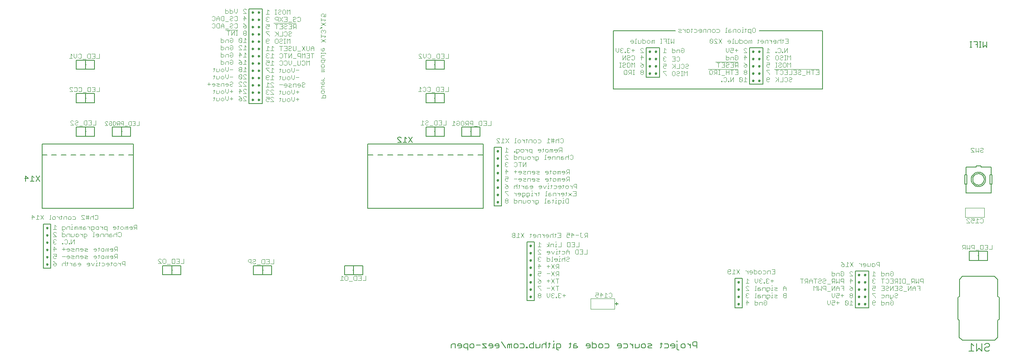
<source format=gbo>
G75*
G70*
%OFA0B0*%
%FSLAX24Y24*%
%IPPOS*%
%LPD*%
%AMOC8*
5,1,8,0,0,1.08239X$1,22.5*
%
%ADD10C,0.0040*%
%ADD11C,0.0100*%
%ADD12C,0.0060*%
%ADD13C,0.0070*%
%ADD14C,0.0050*%
%ADD15R,0.0079X0.0079*%
%ADD16C,0.0020*%
D10*
X036465Y011303D02*
X036706Y011303D01*
X036586Y011303D02*
X036586Y011664D01*
X036706Y011544D01*
X036834Y011604D02*
X036834Y011364D01*
X036894Y011303D01*
X037014Y011303D01*
X037074Y011364D01*
X037074Y011604D01*
X037014Y011664D01*
X036894Y011664D01*
X036834Y011604D01*
X037202Y011243D02*
X037442Y011243D01*
X037570Y011364D02*
X037570Y011604D01*
X037630Y011664D01*
X037811Y011664D01*
X037811Y011303D01*
X037630Y011303D01*
X037570Y011364D01*
X037939Y011303D02*
X038179Y011303D01*
X038179Y011664D01*
X037939Y011664D01*
X038059Y011484D02*
X038179Y011484D01*
X038307Y011303D02*
X038547Y011303D01*
X038547Y011664D01*
X030978Y012668D02*
X030738Y012668D01*
X030610Y012668D02*
X030610Y013028D01*
X030370Y013028D01*
X030241Y013028D02*
X030061Y013028D01*
X030001Y012968D01*
X030001Y012728D01*
X030061Y012668D01*
X030241Y012668D01*
X030241Y013028D01*
X030490Y012848D02*
X030610Y012848D01*
X030610Y012668D02*
X030370Y012668D01*
X029873Y012608D02*
X029633Y012608D01*
X029505Y012728D02*
X029445Y012668D01*
X029325Y012668D01*
X029265Y012728D01*
X029265Y012788D01*
X029325Y012848D01*
X029445Y012848D01*
X029505Y012908D01*
X029505Y012968D01*
X029445Y013028D01*
X029325Y013028D01*
X029265Y012968D01*
X029137Y013028D02*
X029137Y012668D01*
X029137Y012788D02*
X028956Y012788D01*
X028896Y012848D01*
X028896Y012968D01*
X028956Y013028D01*
X029137Y013028D01*
X030978Y013028D02*
X030978Y012668D01*
X023583Y012693D02*
X023343Y012693D01*
X023215Y012693D02*
X023215Y013053D01*
X022975Y013053D01*
X022847Y013053D02*
X022667Y013053D01*
X022607Y012993D01*
X022607Y012753D01*
X022667Y012693D01*
X022847Y012693D01*
X022847Y013053D01*
X023095Y012873D02*
X023215Y012873D01*
X023215Y012693D02*
X022975Y012693D01*
X022478Y012633D02*
X022238Y012633D01*
X022110Y012753D02*
X022050Y012693D01*
X021930Y012693D01*
X021870Y012753D01*
X021870Y012993D01*
X021930Y013053D01*
X022050Y013053D01*
X022110Y012993D01*
X022110Y012753D01*
X021742Y012693D02*
X021502Y012933D01*
X021502Y012993D01*
X021562Y013053D01*
X021682Y013053D01*
X021742Y012993D01*
X021742Y012693D02*
X021502Y012693D01*
X023583Y012693D02*
X023583Y013053D01*
X018753Y012852D02*
X018753Y012492D01*
X018753Y012612D02*
X018573Y012612D01*
X018513Y012672D01*
X018513Y012792D01*
X018573Y012852D01*
X018753Y012852D01*
X018385Y012732D02*
X018385Y012492D01*
X018385Y012612D02*
X018265Y012732D01*
X018205Y012732D01*
X018078Y012672D02*
X018078Y012552D01*
X018018Y012492D01*
X017898Y012492D01*
X017838Y012552D01*
X017838Y012672D01*
X017898Y012732D01*
X018018Y012732D01*
X018078Y012672D01*
X017710Y012732D02*
X017589Y012732D01*
X017650Y012792D02*
X017650Y012552D01*
X017589Y012492D01*
X017464Y012552D02*
X017464Y012672D01*
X017404Y012732D01*
X017284Y012732D01*
X017224Y012672D01*
X017224Y012612D01*
X017464Y012612D01*
X017464Y012552D02*
X017404Y012492D01*
X017284Y012492D01*
X017096Y012552D02*
X017096Y012672D01*
X017036Y012732D01*
X016856Y012732D01*
X016727Y012732D02*
X016607Y012732D01*
X016667Y012792D02*
X016667Y012552D01*
X016607Y012492D01*
X016482Y012492D02*
X016362Y012492D01*
X016422Y012492D02*
X016422Y012732D01*
X016482Y012732D01*
X016422Y012852D02*
X016422Y012912D01*
X016360Y013092D02*
X016420Y013152D01*
X016420Y013272D01*
X016360Y013332D01*
X016240Y013332D01*
X016180Y013272D01*
X016180Y013212D01*
X016420Y013212D01*
X016360Y013092D02*
X016240Y013092D01*
X016546Y013092D02*
X016606Y013152D01*
X016606Y013392D01*
X016666Y013332D02*
X016546Y013332D01*
X016794Y013272D02*
X016854Y013332D01*
X016974Y013332D01*
X017034Y013272D01*
X017034Y013152D01*
X016974Y013092D01*
X016854Y013092D01*
X016794Y013152D01*
X016794Y013272D01*
X017162Y013272D02*
X017162Y013092D01*
X017283Y013092D02*
X017283Y013272D01*
X017223Y013332D01*
X017162Y013272D01*
X017283Y013272D02*
X017343Y013332D01*
X017403Y013332D01*
X017403Y013092D01*
X017531Y013212D02*
X017771Y013212D01*
X017771Y013272D02*
X017711Y013332D01*
X017591Y013332D01*
X017531Y013272D01*
X017531Y013212D01*
X017591Y013092D02*
X017711Y013092D01*
X017771Y013152D01*
X017771Y013272D01*
X017899Y013272D02*
X017959Y013212D01*
X018139Y013212D01*
X018019Y013212D02*
X017899Y013092D01*
X017899Y013272D02*
X017899Y013392D01*
X017959Y013452D01*
X018139Y013452D01*
X018139Y013092D01*
X018139Y013692D02*
X018139Y014052D01*
X017959Y014052D01*
X017899Y013992D01*
X017899Y013872D01*
X017959Y013812D01*
X018139Y013812D01*
X018019Y013812D02*
X017899Y013692D01*
X017771Y013752D02*
X017771Y013872D01*
X017711Y013932D01*
X017591Y013932D01*
X017531Y013872D01*
X017531Y013812D01*
X017771Y013812D01*
X017771Y013752D02*
X017711Y013692D01*
X017591Y013692D01*
X017403Y013692D02*
X017403Y013932D01*
X017343Y013932D01*
X017283Y013872D01*
X017223Y013932D01*
X017162Y013872D01*
X017162Y013692D01*
X017283Y013692D02*
X017283Y013872D01*
X017034Y013872D02*
X017034Y013752D01*
X016974Y013692D01*
X016854Y013692D01*
X016794Y013752D01*
X016794Y013872D01*
X016854Y013932D01*
X016974Y013932D01*
X017034Y013872D01*
X016666Y013932D02*
X016546Y013932D01*
X016606Y013992D02*
X016606Y013752D01*
X016546Y013692D01*
X016420Y013752D02*
X016420Y013872D01*
X016360Y013932D01*
X016240Y013932D01*
X016180Y013872D01*
X016180Y013812D01*
X016420Y013812D01*
X016420Y013752D02*
X016360Y013692D01*
X016240Y013692D01*
X015684Y013692D02*
X015504Y013692D01*
X015444Y013752D01*
X015504Y013812D01*
X015624Y013812D01*
X015684Y013872D01*
X015624Y013932D01*
X015444Y013932D01*
X015316Y013872D02*
X015256Y013932D01*
X015135Y013932D01*
X015075Y013872D01*
X015075Y013812D01*
X015316Y013812D01*
X015316Y013752D02*
X015316Y013872D01*
X015316Y013752D02*
X015256Y013692D01*
X015135Y013692D01*
X014947Y013692D02*
X014947Y013932D01*
X014767Y013932D01*
X014707Y013872D01*
X014707Y013692D01*
X014579Y013692D02*
X014399Y013692D01*
X014339Y013752D01*
X014399Y013812D01*
X014519Y013812D01*
X014579Y013872D01*
X014519Y013932D01*
X014339Y013932D01*
X014211Y013872D02*
X014151Y013932D01*
X014030Y013932D01*
X013970Y013872D01*
X013970Y013812D01*
X014211Y013812D01*
X014211Y013752D02*
X014211Y013872D01*
X014211Y013752D02*
X014151Y013692D01*
X014030Y013692D01*
X013842Y013872D02*
X013602Y013872D01*
X013722Y013992D02*
X013722Y013752D01*
X013842Y013272D02*
X013602Y013272D01*
X013970Y013272D02*
X013970Y013212D01*
X014211Y013212D01*
X014211Y013272D02*
X014151Y013332D01*
X014030Y013332D01*
X013970Y013272D01*
X014030Y013092D02*
X014151Y013092D01*
X014211Y013152D01*
X014211Y013272D01*
X014339Y013332D02*
X014519Y013332D01*
X014579Y013272D01*
X014519Y013212D01*
X014399Y013212D01*
X014339Y013152D01*
X014399Y013092D01*
X014579Y013092D01*
X014707Y013092D02*
X014707Y013272D01*
X014767Y013332D01*
X014947Y013332D01*
X014947Y013092D01*
X015075Y013212D02*
X015316Y013212D01*
X015316Y013272D02*
X015256Y013332D01*
X015135Y013332D01*
X015075Y013272D01*
X015075Y013212D01*
X015135Y013092D02*
X015256Y013092D01*
X015316Y013152D01*
X015316Y013272D01*
X015444Y013332D02*
X015624Y013332D01*
X015684Y013272D01*
X015624Y013212D01*
X015504Y013212D01*
X015444Y013152D01*
X015504Y013092D01*
X015684Y013092D01*
X015688Y012732D02*
X015628Y012672D01*
X015628Y012612D01*
X015868Y012612D01*
X015868Y012552D02*
X015868Y012672D01*
X015808Y012732D01*
X015688Y012732D01*
X015688Y012492D02*
X015808Y012492D01*
X015868Y012552D01*
X015996Y012732D02*
X016116Y012492D01*
X016236Y012732D01*
X016856Y012492D02*
X017036Y012492D01*
X017096Y012552D01*
X015131Y012552D02*
X015131Y012672D01*
X015071Y012732D01*
X014951Y012732D01*
X014891Y012672D01*
X014891Y012612D01*
X015131Y012612D01*
X015131Y012552D02*
X015071Y012492D01*
X014951Y012492D01*
X014763Y012552D02*
X014703Y012612D01*
X014523Y012612D01*
X014523Y012672D02*
X014523Y012492D01*
X014703Y012492D01*
X014763Y012552D01*
X014703Y012732D02*
X014583Y012732D01*
X014523Y012672D01*
X014395Y012612D02*
X014275Y012732D01*
X014215Y012732D01*
X014088Y012732D02*
X013968Y012732D01*
X014028Y012792D02*
X014028Y012552D01*
X013968Y012492D01*
X013842Y012492D02*
X013842Y012852D01*
X013782Y012732D02*
X013662Y012732D01*
X013602Y012672D01*
X013602Y012492D01*
X013842Y012672D02*
X013782Y012732D01*
X014395Y012732D02*
X014395Y012492D01*
X013106Y012552D02*
X013106Y012672D01*
X012926Y012672D01*
X012865Y012612D01*
X012865Y012552D01*
X012926Y012492D01*
X013046Y012492D01*
X013106Y012552D01*
X013106Y012672D02*
X012986Y012792D01*
X012865Y012852D01*
X012926Y013092D02*
X013046Y013092D01*
X013106Y013152D01*
X013106Y013272D02*
X012986Y013332D01*
X012926Y013332D01*
X012865Y013272D01*
X012865Y013152D01*
X012926Y013092D01*
X013106Y013272D02*
X013106Y013452D01*
X012865Y013452D01*
X012926Y013692D02*
X012926Y014052D01*
X013106Y013872D01*
X012865Y013872D01*
X012926Y014292D02*
X013046Y014292D01*
X013106Y014352D01*
X012986Y014472D02*
X012926Y014472D01*
X012865Y014412D01*
X012865Y014352D01*
X012926Y014292D01*
X012926Y014472D02*
X012865Y014532D01*
X012865Y014592D01*
X012926Y014652D01*
X013046Y014652D01*
X013106Y014592D01*
X013106Y014892D02*
X012865Y015132D01*
X012865Y015192D01*
X012926Y015252D01*
X013046Y015252D01*
X013106Y015192D01*
X013106Y015492D02*
X012865Y015492D01*
X012986Y015492D02*
X012986Y015852D01*
X013106Y015732D01*
X013602Y015732D02*
X013602Y015432D01*
X013662Y015372D01*
X013722Y015372D01*
X013782Y015492D02*
X013602Y015492D01*
X013782Y015492D02*
X013842Y015552D01*
X013842Y015672D01*
X013782Y015732D01*
X013602Y015732D01*
X013970Y015672D02*
X013970Y015492D01*
X013970Y015672D02*
X014030Y015732D01*
X014211Y015732D01*
X014211Y015492D01*
X014336Y015492D02*
X014456Y015492D01*
X014396Y015492D02*
X014396Y015732D01*
X014456Y015732D01*
X014396Y015852D02*
X014396Y015912D01*
X014584Y015672D02*
X014584Y015492D01*
X014704Y015492D02*
X014704Y015672D01*
X014644Y015732D01*
X014584Y015672D01*
X014704Y015672D02*
X014764Y015732D01*
X014824Y015732D01*
X014824Y015492D01*
X014953Y015492D02*
X014953Y015672D01*
X015013Y015732D01*
X015073Y015672D01*
X015073Y015492D01*
X015193Y015492D02*
X015193Y015732D01*
X015133Y015732D01*
X015073Y015672D01*
X015321Y015672D02*
X015321Y015492D01*
X015501Y015492D01*
X015561Y015552D01*
X015501Y015612D01*
X015321Y015612D01*
X015321Y015672D02*
X015381Y015732D01*
X015501Y015732D01*
X015688Y015732D02*
X015748Y015732D01*
X015868Y015612D01*
X015868Y015492D02*
X015868Y015732D01*
X015996Y015732D02*
X015996Y015432D01*
X016056Y015372D01*
X016116Y015372D01*
X016176Y015252D02*
X016176Y014892D01*
X016236Y014892D02*
X016116Y014892D01*
X016364Y015012D02*
X016605Y015012D01*
X016605Y014952D02*
X016605Y015072D01*
X016545Y015132D01*
X016425Y015132D01*
X016364Y015072D01*
X016364Y015012D01*
X016425Y014892D02*
X016545Y014892D01*
X016605Y014952D01*
X016733Y014892D02*
X016733Y015072D01*
X016793Y015132D01*
X016973Y015132D01*
X016973Y014892D01*
X017101Y014892D02*
X017101Y015072D01*
X017161Y015132D01*
X017341Y015132D01*
X017341Y014892D01*
X017469Y014892D02*
X017650Y014892D01*
X017710Y014952D01*
X017650Y015012D01*
X017469Y015012D01*
X017469Y015072D02*
X017469Y014892D01*
X017469Y015072D02*
X017529Y015132D01*
X017650Y015132D01*
X017838Y015072D02*
X017838Y014892D01*
X017838Y015072D02*
X017898Y015132D01*
X018018Y015132D01*
X018078Y015072D01*
X018206Y014952D02*
X018266Y014892D01*
X018386Y014892D01*
X018446Y014952D01*
X018446Y015192D01*
X018386Y015252D01*
X018266Y015252D01*
X018206Y015192D01*
X018078Y015252D02*
X018078Y014892D01*
X017280Y015372D02*
X017280Y015732D01*
X017100Y015732D01*
X017040Y015672D01*
X017040Y015552D01*
X017100Y015492D01*
X017280Y015492D01*
X016912Y015492D02*
X016912Y015732D01*
X016912Y015612D02*
X016791Y015732D01*
X016731Y015732D01*
X016605Y015672D02*
X016605Y015552D01*
X016545Y015492D01*
X016425Y015492D01*
X016364Y015552D01*
X016364Y015672D01*
X016425Y015732D01*
X016545Y015732D01*
X016605Y015672D01*
X016236Y015672D02*
X016236Y015552D01*
X016176Y015492D01*
X015996Y015492D01*
X015996Y015732D02*
X016176Y015732D01*
X016236Y015672D01*
X016236Y015252D02*
X016176Y015252D01*
X015622Y015072D02*
X015622Y014952D01*
X015562Y014892D01*
X015382Y014892D01*
X015382Y014832D02*
X015382Y015132D01*
X015562Y015132D01*
X015622Y015072D01*
X015502Y014772D02*
X015442Y014772D01*
X015382Y014832D01*
X015254Y014892D02*
X015254Y015132D01*
X015134Y015132D02*
X015074Y015132D01*
X015134Y015132D02*
X015254Y015012D01*
X014947Y015072D02*
X014947Y014952D01*
X014887Y014892D01*
X014767Y014892D01*
X014707Y014952D01*
X014707Y015072D01*
X014767Y015132D01*
X014887Y015132D01*
X014947Y015072D01*
X014579Y015132D02*
X014579Y014952D01*
X014519Y014892D01*
X014339Y014892D01*
X014339Y015132D01*
X014211Y015132D02*
X014030Y015132D01*
X013970Y015072D01*
X013970Y014892D01*
X013842Y014952D02*
X013842Y015072D01*
X013782Y015132D01*
X013602Y015132D01*
X013602Y015252D02*
X013602Y014892D01*
X013782Y014892D01*
X013842Y014952D01*
X013846Y014652D02*
X013966Y014652D01*
X014026Y014592D01*
X014026Y014352D01*
X013966Y014292D01*
X013846Y014292D01*
X013786Y014352D01*
X013658Y014352D02*
X013598Y014352D01*
X013598Y014292D01*
X013658Y014292D01*
X013658Y014352D01*
X013786Y014592D02*
X013846Y014652D01*
X014151Y014352D02*
X014151Y014292D01*
X014211Y014292D01*
X014211Y014352D01*
X014151Y014352D01*
X014339Y014292D02*
X014339Y014652D01*
X014579Y014652D02*
X014339Y014292D01*
X014579Y014292D02*
X014579Y014652D01*
X014211Y014892D02*
X014211Y015132D01*
X013106Y014892D02*
X012865Y014892D01*
X012858Y016317D02*
X012798Y016377D01*
X012798Y016497D01*
X012858Y016557D01*
X012978Y016557D01*
X013038Y016497D01*
X013038Y016377D01*
X012978Y016317D01*
X012858Y016317D01*
X012670Y016317D02*
X012550Y016317D01*
X012610Y016317D02*
X012610Y016677D01*
X012670Y016677D01*
X013165Y016557D02*
X013225Y016557D01*
X013345Y016437D01*
X013345Y016317D02*
X013345Y016557D01*
X013471Y016557D02*
X013591Y016557D01*
X013531Y016617D02*
X013531Y016377D01*
X013471Y016317D01*
X013719Y016317D02*
X013719Y016497D01*
X013779Y016557D01*
X013959Y016557D01*
X013959Y016317D01*
X014087Y016377D02*
X014087Y016497D01*
X014147Y016557D01*
X014267Y016557D01*
X014327Y016497D01*
X014327Y016377D01*
X014267Y016317D01*
X014147Y016317D01*
X014087Y016377D01*
X014456Y016317D02*
X014636Y016317D01*
X014696Y016377D01*
X014696Y016497D01*
X014636Y016557D01*
X014456Y016557D01*
X015192Y016557D02*
X015192Y016617D01*
X015252Y016677D01*
X015372Y016677D01*
X015432Y016617D01*
X015561Y016557D02*
X015621Y016557D01*
X015801Y016557D01*
X015801Y016437D02*
X015561Y016437D01*
X015621Y016317D02*
X015621Y016677D01*
X015741Y016677D02*
X015741Y016317D01*
X015929Y016317D02*
X015929Y016497D01*
X015989Y016557D01*
X016109Y016557D01*
X016169Y016497D01*
X016297Y016377D02*
X016357Y016317D01*
X016477Y016317D01*
X016537Y016377D01*
X016537Y016617D01*
X016477Y016677D01*
X016357Y016677D01*
X016297Y016617D01*
X016169Y016677D02*
X016169Y016317D01*
X015432Y016317D02*
X015192Y016557D01*
X015192Y016317D02*
X015432Y016317D01*
X017776Y015672D02*
X017776Y015612D01*
X018017Y015612D01*
X018017Y015672D02*
X017956Y015732D01*
X017836Y015732D01*
X017776Y015672D01*
X017836Y015492D02*
X017956Y015492D01*
X018017Y015552D01*
X018017Y015672D01*
X018142Y015732D02*
X018262Y015732D01*
X018202Y015792D02*
X018202Y015552D01*
X018142Y015492D01*
X018390Y015552D02*
X018390Y015672D01*
X018450Y015732D01*
X018570Y015732D01*
X018630Y015672D01*
X018630Y015552D01*
X018570Y015492D01*
X018450Y015492D01*
X018390Y015552D01*
X018758Y015492D02*
X018758Y015672D01*
X018819Y015732D01*
X018879Y015672D01*
X018879Y015492D01*
X018999Y015492D02*
X018999Y015732D01*
X018939Y015732D01*
X018879Y015672D01*
X019127Y015672D02*
X019127Y015612D01*
X019367Y015612D01*
X019367Y015672D02*
X019307Y015732D01*
X019187Y015732D01*
X019127Y015672D01*
X019187Y015492D02*
X019307Y015492D01*
X019367Y015552D01*
X019367Y015672D01*
X019495Y015672D02*
X019555Y015612D01*
X019735Y015612D01*
X019615Y015612D02*
X019495Y015492D01*
X019495Y015672D02*
X019495Y015792D01*
X019555Y015852D01*
X019735Y015852D01*
X019735Y015492D01*
X012056Y016317D02*
X011816Y016677D01*
X011688Y016557D02*
X011568Y016677D01*
X011568Y016317D01*
X011688Y016317D02*
X011448Y016317D01*
X011320Y016497D02*
X011079Y016497D01*
X011139Y016317D02*
X011139Y016677D01*
X011320Y016497D01*
X011816Y016317D02*
X012056Y016677D01*
X014288Y024101D02*
X014528Y024101D01*
X014288Y024341D01*
X014288Y024401D01*
X014348Y024461D01*
X014468Y024461D01*
X014528Y024401D01*
X014657Y024401D02*
X014717Y024461D01*
X014837Y024461D01*
X014897Y024401D01*
X014897Y024341D01*
X014837Y024281D01*
X014717Y024281D01*
X014657Y024221D01*
X014657Y024161D01*
X014717Y024101D01*
X014837Y024101D01*
X014897Y024161D01*
X015025Y024041D02*
X015265Y024041D01*
X015393Y024161D02*
X015393Y024401D01*
X015453Y024461D01*
X015633Y024461D01*
X015633Y024101D01*
X015453Y024101D01*
X015393Y024161D01*
X015762Y024101D02*
X016002Y024101D01*
X016002Y024461D01*
X015762Y024461D01*
X015882Y024281D02*
X016002Y024281D01*
X016130Y024101D02*
X016370Y024101D01*
X016370Y024461D01*
X017132Y024334D02*
X017184Y024386D01*
X017287Y024386D01*
X017339Y024334D01*
X017455Y024334D02*
X017506Y024386D01*
X017610Y024386D01*
X017661Y024334D01*
X017661Y024127D01*
X017610Y024076D01*
X017506Y024076D01*
X017455Y024127D01*
X017455Y024231D01*
X017558Y024231D01*
X017777Y024334D02*
X017828Y024386D01*
X017932Y024386D01*
X017984Y024334D01*
X017984Y024127D01*
X017932Y024076D01*
X017828Y024076D01*
X017777Y024127D01*
X017777Y024334D01*
X018099Y024334D02*
X018099Y024231D01*
X018151Y024179D01*
X018306Y024179D01*
X018306Y024076D02*
X018306Y024386D01*
X018151Y024386D01*
X018099Y024334D01*
X018202Y024179D02*
X018099Y024076D01*
X018421Y024231D02*
X018473Y024179D01*
X018628Y024179D01*
X018628Y024076D02*
X018628Y024386D01*
X018473Y024386D01*
X018421Y024334D01*
X018421Y024231D01*
X018744Y024024D02*
X018950Y024024D01*
X019066Y024127D02*
X019066Y024334D01*
X019118Y024386D01*
X019273Y024386D01*
X019273Y024076D01*
X019118Y024076D01*
X019066Y024127D01*
X019388Y024076D02*
X019595Y024076D01*
X019595Y024386D01*
X019388Y024386D01*
X019492Y024231D02*
X019595Y024231D01*
X019710Y024076D02*
X019917Y024076D01*
X019917Y024386D01*
X017339Y024076D02*
X017132Y024283D01*
X017132Y024334D01*
X017132Y024076D02*
X017339Y024076D01*
X016670Y026845D02*
X016430Y026845D01*
X016302Y026845D02*
X016062Y026845D01*
X015933Y026845D02*
X015753Y026845D01*
X015693Y026905D01*
X015693Y027145D01*
X015753Y027205D01*
X015933Y027205D01*
X015933Y026845D01*
X016182Y027025D02*
X016302Y027025D01*
X016302Y027205D02*
X016302Y026845D01*
X016302Y027205D02*
X016062Y027205D01*
X016670Y027205D02*
X016670Y026845D01*
X015565Y026785D02*
X015325Y026785D01*
X015197Y026905D02*
X015137Y026845D01*
X015017Y026845D01*
X014957Y026905D01*
X014828Y026905D02*
X014768Y026845D01*
X014648Y026845D01*
X014588Y026905D01*
X014460Y026845D02*
X014220Y027085D01*
X014220Y027145D01*
X014280Y027205D01*
X014400Y027205D01*
X014460Y027145D01*
X014588Y027145D02*
X014648Y027205D01*
X014768Y027205D01*
X014828Y027145D01*
X014828Y026905D01*
X014957Y027145D02*
X015017Y027205D01*
X015137Y027205D01*
X015197Y027145D01*
X015197Y026905D01*
X014460Y026845D02*
X014220Y026845D01*
X014195Y029589D02*
X014435Y029589D01*
X014315Y029589D02*
X014315Y029949D01*
X014435Y029829D01*
X014563Y029709D02*
X014563Y029949D01*
X014563Y029709D02*
X014683Y029589D01*
X014803Y029709D01*
X014803Y029949D01*
X014932Y029889D02*
X014992Y029949D01*
X015112Y029949D01*
X015172Y029889D01*
X015172Y029649D01*
X015112Y029589D01*
X014992Y029589D01*
X014932Y029649D01*
X015300Y029529D02*
X015540Y029529D01*
X015668Y029649D02*
X015668Y029889D01*
X015728Y029949D01*
X015908Y029949D01*
X015908Y029589D01*
X015728Y029589D01*
X015668Y029649D01*
X016037Y029589D02*
X016277Y029589D01*
X016277Y029949D01*
X016037Y029949D01*
X016157Y029769D02*
X016277Y029769D01*
X016405Y029589D02*
X016645Y029589D01*
X016645Y029949D01*
X025551Y027472D02*
X025791Y027472D01*
X025919Y027472D02*
X025919Y027412D01*
X026159Y027412D01*
X026159Y027472D02*
X026099Y027532D01*
X025979Y027532D01*
X025919Y027472D01*
X025979Y027292D02*
X026099Y027292D01*
X026159Y027352D01*
X026159Y027472D01*
X026287Y027532D02*
X026467Y027532D01*
X026527Y027472D01*
X026467Y027412D01*
X026347Y027412D01*
X026287Y027352D01*
X026347Y027292D01*
X026527Y027292D01*
X026656Y027292D02*
X026656Y027472D01*
X026716Y027532D01*
X026896Y027532D01*
X026896Y027292D01*
X027024Y027412D02*
X027264Y027412D01*
X027264Y027472D02*
X027204Y027532D01*
X027084Y027532D01*
X027024Y027472D01*
X027024Y027412D01*
X027084Y027292D02*
X027204Y027292D01*
X027264Y027352D01*
X027264Y027472D01*
X027392Y027412D02*
X027392Y027352D01*
X027452Y027292D01*
X027572Y027292D01*
X027632Y027352D01*
X027572Y027472D02*
X027452Y027472D01*
X027392Y027412D01*
X027392Y027592D02*
X027452Y027652D01*
X027572Y027652D01*
X027632Y027592D01*
X027632Y027532D01*
X027572Y027472D01*
X027512Y026992D02*
X027512Y026752D01*
X027632Y026872D02*
X027392Y026872D01*
X027264Y026812D02*
X027264Y027052D01*
X027264Y026812D02*
X027144Y026692D01*
X027024Y026812D01*
X027024Y027052D01*
X026896Y026872D02*
X026896Y026752D01*
X026836Y026692D01*
X026716Y026692D01*
X026656Y026752D01*
X026656Y026872D01*
X026716Y026932D01*
X026836Y026932D01*
X026896Y026872D01*
X026527Y026932D02*
X026527Y026752D01*
X026467Y026692D01*
X026287Y026692D01*
X026287Y026932D01*
X026159Y026932D02*
X026039Y026932D01*
X026099Y026992D02*
X026099Y026752D01*
X026039Y026692D01*
X026099Y026392D02*
X026099Y026152D01*
X026039Y026092D01*
X026039Y026332D02*
X026159Y026332D01*
X026287Y026332D02*
X026287Y026092D01*
X026467Y026092D01*
X026527Y026152D01*
X026527Y026332D01*
X026656Y026272D02*
X026716Y026332D01*
X026836Y026332D01*
X026896Y026272D01*
X026896Y026152D01*
X026836Y026092D01*
X026716Y026092D01*
X026656Y026152D01*
X026656Y026272D01*
X027024Y026212D02*
X027024Y026452D01*
X027024Y026212D02*
X027144Y026092D01*
X027264Y026212D01*
X027264Y026452D01*
X027392Y026272D02*
X027632Y026272D01*
X027512Y026392D02*
X027512Y026152D01*
X028129Y026152D02*
X028129Y026212D01*
X028189Y026272D01*
X028369Y026272D01*
X028369Y026152D01*
X028309Y026092D01*
X028189Y026092D01*
X028129Y026152D01*
X028249Y026392D02*
X028369Y026272D01*
X028497Y026332D02*
X028497Y026392D01*
X028557Y026452D01*
X028677Y026452D01*
X028737Y026392D01*
X028497Y026332D02*
X028737Y026092D01*
X028497Y026092D01*
X028249Y026392D02*
X028129Y026452D01*
X028189Y026692D02*
X028189Y027052D01*
X028369Y026872D01*
X028129Y026872D01*
X028497Y026932D02*
X028737Y026692D01*
X028497Y026692D01*
X028497Y026932D02*
X028497Y026992D01*
X028557Y027052D01*
X028677Y027052D01*
X028737Y026992D01*
X028737Y027292D02*
X028497Y027532D01*
X028497Y027592D01*
X028557Y027652D01*
X028677Y027652D01*
X028737Y027592D01*
X028737Y027892D02*
X028497Y028132D01*
X028497Y028192D01*
X028557Y028252D01*
X028677Y028252D01*
X028737Y028192D01*
X028737Y028492D02*
X028497Y028492D01*
X028617Y028492D02*
X028617Y028852D01*
X028737Y028732D01*
X028737Y029092D02*
X028497Y029092D01*
X028617Y029092D02*
X028617Y029452D01*
X028737Y029332D01*
X028737Y029692D02*
X028497Y029692D01*
X028617Y029692D02*
X028617Y030052D01*
X028737Y029932D01*
X028737Y030292D02*
X028497Y030292D01*
X028617Y030292D02*
X028617Y030652D01*
X028737Y030532D01*
X028737Y030892D02*
X028497Y030892D01*
X028617Y030892D02*
X028617Y031252D01*
X028737Y031132D01*
X028677Y031492D02*
X028737Y031552D01*
X028737Y031612D01*
X028677Y031672D01*
X028557Y031672D01*
X028497Y031612D01*
X028497Y031552D01*
X028557Y031492D01*
X028677Y031492D01*
X028677Y031672D02*
X028737Y031732D01*
X028737Y031792D01*
X028677Y031852D01*
X028557Y031852D01*
X028497Y031792D01*
X028497Y031732D01*
X028557Y031672D01*
X028557Y032092D02*
X028497Y032152D01*
X028497Y032212D01*
X028557Y032272D01*
X028737Y032272D01*
X028737Y032152D01*
X028677Y032092D01*
X028557Y032092D01*
X028737Y032272D02*
X028617Y032392D01*
X028497Y032452D01*
X028557Y032692D02*
X028557Y033052D01*
X028737Y032872D01*
X028497Y032872D01*
X028497Y033292D02*
X028737Y033292D01*
X028497Y033532D01*
X028497Y033592D01*
X028557Y033652D01*
X028677Y033652D01*
X028737Y033592D01*
X028001Y033652D02*
X028001Y033412D01*
X027881Y033292D01*
X027761Y033412D01*
X027761Y033652D01*
X027632Y033472D02*
X027572Y033532D01*
X027392Y033532D01*
X027392Y033652D02*
X027392Y033292D01*
X027572Y033292D01*
X027632Y033352D01*
X027632Y033472D01*
X027264Y033472D02*
X027204Y033532D01*
X027024Y033532D01*
X027024Y033652D02*
X027024Y033292D01*
X027204Y033292D01*
X027264Y033352D01*
X027264Y033472D01*
X027452Y033052D02*
X027572Y033052D01*
X027632Y032992D01*
X027632Y032932D01*
X027572Y032872D01*
X027452Y032872D01*
X027392Y032812D01*
X027392Y032752D01*
X027452Y032692D01*
X027572Y032692D01*
X027632Y032752D01*
X027761Y032752D02*
X027821Y032692D01*
X027941Y032692D01*
X028001Y032752D01*
X028001Y032992D01*
X027941Y033052D01*
X027821Y033052D01*
X027761Y032992D01*
X027452Y033052D02*
X027392Y032992D01*
X027264Y032632D02*
X027024Y032632D01*
X026896Y032692D02*
X026896Y033052D01*
X026716Y033052D01*
X026656Y032992D01*
X026656Y032752D01*
X026716Y032692D01*
X026896Y032692D01*
X026776Y032452D02*
X026656Y032332D01*
X026656Y032092D01*
X026527Y032092D02*
X026347Y032092D01*
X026287Y032152D01*
X026287Y032392D01*
X026347Y032452D01*
X026527Y032452D01*
X026527Y032092D01*
X026656Y032272D02*
X026896Y032272D01*
X026896Y032332D02*
X026776Y032452D01*
X026896Y032332D02*
X026896Y032092D01*
X027024Y032032D02*
X027264Y032032D01*
X027392Y032152D02*
X027452Y032092D01*
X027572Y032092D01*
X027632Y032152D01*
X027761Y032152D02*
X027821Y032092D01*
X027941Y032092D01*
X028001Y032152D01*
X028001Y032392D01*
X027941Y032452D01*
X027821Y032452D01*
X027761Y032392D01*
X027632Y032392D02*
X027632Y032332D01*
X027572Y032272D01*
X027452Y032272D01*
X027392Y032212D01*
X027392Y032152D01*
X027392Y032392D02*
X027452Y032452D01*
X027572Y032452D01*
X027632Y032392D01*
X027515Y031852D02*
X027515Y031492D01*
X027755Y031852D01*
X027755Y031492D01*
X027881Y031492D02*
X028001Y031492D01*
X027941Y031492D02*
X027941Y031852D01*
X028001Y031852D02*
X027881Y031852D01*
X028021Y031932D02*
X027039Y031932D01*
X027147Y031852D02*
X027387Y031852D01*
X027267Y031852D02*
X027267Y031492D01*
X027452Y031252D02*
X027572Y031252D01*
X027632Y031192D01*
X027632Y030952D01*
X027572Y030892D01*
X027452Y030892D01*
X027392Y030952D01*
X027392Y031072D01*
X027512Y031072D01*
X027392Y031192D02*
X027452Y031252D01*
X027264Y031132D02*
X027084Y031132D01*
X027024Y031072D01*
X027024Y030892D01*
X026896Y030952D02*
X026896Y031072D01*
X026836Y031132D01*
X026656Y031132D01*
X026656Y031252D02*
X026656Y030892D01*
X026836Y030892D01*
X026896Y030952D01*
X027264Y030892D02*
X027264Y031132D01*
X027452Y030652D02*
X027572Y030652D01*
X027632Y030592D01*
X027632Y030352D01*
X027572Y030292D01*
X027452Y030292D01*
X027392Y030352D01*
X027392Y030472D01*
X027512Y030472D01*
X027392Y030592D02*
X027452Y030652D01*
X027264Y030532D02*
X027084Y030532D01*
X027024Y030472D01*
X027024Y030292D01*
X026896Y030352D02*
X026896Y030472D01*
X026836Y030532D01*
X026656Y030532D01*
X026656Y030652D02*
X026656Y030292D01*
X026836Y030292D01*
X026896Y030352D01*
X027264Y030292D02*
X027264Y030532D01*
X028129Y030532D02*
X028129Y030592D01*
X028189Y030652D01*
X028309Y030652D01*
X028369Y030592D01*
X028129Y030532D02*
X028369Y030292D01*
X028129Y030292D01*
X028189Y030052D02*
X028369Y029872D01*
X028129Y029872D01*
X028189Y029692D02*
X028189Y030052D01*
X027632Y029992D02*
X027632Y029752D01*
X027572Y029692D01*
X027452Y029692D01*
X027392Y029752D01*
X027392Y029872D01*
X027512Y029872D01*
X027392Y029992D02*
X027452Y030052D01*
X027572Y030052D01*
X027632Y029992D01*
X027264Y029932D02*
X027084Y029932D01*
X027024Y029872D01*
X027024Y029692D01*
X026896Y029752D02*
X026896Y029872D01*
X026836Y029932D01*
X026656Y029932D01*
X026656Y030052D02*
X026656Y029692D01*
X026836Y029692D01*
X026896Y029752D01*
X027264Y029692D02*
X027264Y029932D01*
X027452Y029452D02*
X027572Y029452D01*
X027632Y029392D01*
X027632Y029152D01*
X027572Y029092D01*
X027452Y029092D01*
X027392Y029152D01*
X027392Y029272D01*
X027512Y029272D01*
X027392Y029392D02*
X027452Y029452D01*
X027264Y029332D02*
X027084Y029332D01*
X027024Y029272D01*
X027024Y029092D01*
X026896Y029152D02*
X026896Y029272D01*
X026836Y029332D01*
X026656Y029332D01*
X026656Y029452D02*
X026656Y029092D01*
X026836Y029092D01*
X026896Y029152D01*
X027024Y028852D02*
X027024Y028612D01*
X027144Y028492D01*
X027264Y028612D01*
X027264Y028852D01*
X027392Y028672D02*
X027632Y028672D01*
X028129Y028612D02*
X028129Y028552D01*
X028189Y028492D01*
X028309Y028492D01*
X028369Y028552D01*
X028369Y028612D01*
X028309Y028672D01*
X028189Y028672D01*
X028129Y028612D01*
X028189Y028672D02*
X028129Y028732D01*
X028129Y028792D01*
X028189Y028852D01*
X028309Y028852D01*
X028369Y028792D01*
X028369Y028732D01*
X028309Y028672D01*
X028309Y028252D02*
X028189Y028252D01*
X028129Y028192D01*
X028369Y027952D01*
X028309Y027892D01*
X028189Y027892D01*
X028129Y027952D01*
X028129Y028192D01*
X028309Y028252D02*
X028369Y028192D01*
X028369Y027952D01*
X028497Y027892D02*
X028737Y027892D01*
X028369Y027592D02*
X028309Y027652D01*
X028189Y027652D01*
X028129Y027592D01*
X028129Y027532D01*
X028369Y027292D01*
X028129Y027292D01*
X028497Y027292D02*
X028737Y027292D01*
X027632Y028072D02*
X027392Y028072D01*
X027264Y028012D02*
X027144Y027892D01*
X027024Y028012D01*
X027024Y028252D01*
X026896Y028072D02*
X026896Y027952D01*
X026836Y027892D01*
X026716Y027892D01*
X026656Y027952D01*
X026656Y028072D01*
X026716Y028132D01*
X026836Y028132D01*
X026896Y028072D01*
X027264Y028012D02*
X027264Y028252D01*
X026896Y028552D02*
X026836Y028492D01*
X026716Y028492D01*
X026656Y028552D01*
X026656Y028672D01*
X026716Y028732D01*
X026836Y028732D01*
X026896Y028672D01*
X026896Y028552D01*
X026527Y028552D02*
X026467Y028492D01*
X026287Y028492D01*
X026287Y028732D01*
X026159Y028732D02*
X026039Y028732D01*
X026099Y028792D02*
X026099Y028552D01*
X026039Y028492D01*
X026099Y028192D02*
X026099Y027952D01*
X026039Y027892D01*
X026039Y028132D02*
X026159Y028132D01*
X026287Y028132D02*
X026287Y027892D01*
X026467Y027892D01*
X026527Y027952D01*
X026527Y028132D01*
X026527Y028552D02*
X026527Y028732D01*
X027264Y029092D02*
X027264Y029332D01*
X028129Y029212D02*
X028189Y029272D01*
X028369Y029272D01*
X028369Y029152D01*
X028309Y029092D01*
X028189Y029092D01*
X028129Y029152D01*
X028129Y029212D01*
X028249Y029392D02*
X028129Y029452D01*
X028249Y029392D02*
X028369Y029272D01*
X030365Y029222D02*
X030365Y029102D01*
X030426Y029042D01*
X030546Y029042D01*
X030606Y029102D01*
X030606Y029222D02*
X030486Y029282D01*
X030426Y029282D01*
X030365Y029222D01*
X030365Y029402D02*
X030606Y029402D01*
X030606Y029222D01*
X030734Y029042D02*
X030974Y029042D01*
X030854Y029042D02*
X030854Y029402D01*
X030974Y029282D01*
X030974Y029642D02*
X030734Y029642D01*
X030854Y029642D02*
X030854Y030002D01*
X030974Y029882D01*
X030974Y030242D02*
X030734Y030242D01*
X030854Y030242D02*
X030854Y030602D01*
X030974Y030482D01*
X030606Y030482D02*
X030486Y030602D01*
X030486Y030242D01*
X030606Y030242D02*
X030365Y030242D01*
X030426Y030002D02*
X030365Y029942D01*
X030365Y029882D01*
X030426Y029822D01*
X030365Y029762D01*
X030365Y029702D01*
X030426Y029642D01*
X030546Y029642D01*
X030606Y029702D01*
X030486Y029822D02*
X030426Y029822D01*
X030426Y030002D02*
X030546Y030002D01*
X030606Y029942D01*
X031470Y029942D02*
X031530Y030002D01*
X031651Y030002D01*
X031711Y029942D01*
X031711Y029702D01*
X031651Y029642D01*
X031530Y029642D01*
X031470Y029702D01*
X031530Y029402D02*
X031651Y029402D01*
X031711Y029342D01*
X031711Y029102D01*
X031651Y029042D01*
X031530Y029042D01*
X031470Y029102D01*
X031470Y029342D02*
X031530Y029402D01*
X031839Y029342D02*
X031899Y029402D01*
X032019Y029402D01*
X032079Y029342D01*
X032079Y029102D01*
X032019Y029042D01*
X031899Y029042D01*
X031839Y029102D01*
X032207Y029162D02*
X032207Y029402D01*
X032207Y029642D02*
X032207Y030002D01*
X032079Y030002D02*
X031839Y030002D01*
X031959Y030002D02*
X031959Y029642D01*
X032207Y029642D02*
X032447Y030002D01*
X032447Y029642D01*
X032575Y029582D02*
X032816Y029582D01*
X032944Y029402D02*
X032944Y029102D01*
X033004Y029042D01*
X033124Y029042D01*
X033184Y029102D01*
X033184Y029402D01*
X033312Y029342D02*
X033372Y029402D01*
X033492Y029402D01*
X033552Y029342D01*
X033552Y029102D01*
X033492Y029042D01*
X033372Y029042D01*
X033312Y029102D01*
X033680Y029042D02*
X033680Y029402D01*
X033800Y029282D01*
X033920Y029402D01*
X033920Y029042D01*
X033920Y029642D02*
X033680Y029642D01*
X033552Y029642D02*
X033552Y030002D01*
X033432Y029882D01*
X033312Y030002D01*
X033312Y029642D01*
X033184Y029642D02*
X033184Y030002D01*
X033004Y030002D01*
X032944Y029942D01*
X032944Y029822D01*
X033004Y029762D01*
X033184Y029762D01*
X033184Y030182D02*
X032944Y030182D01*
X032816Y030302D02*
X032756Y030242D01*
X032635Y030242D01*
X032575Y030302D01*
X032575Y030602D01*
X032447Y030542D02*
X032447Y030482D01*
X032387Y030422D01*
X032267Y030422D01*
X032207Y030362D01*
X032207Y030302D01*
X032267Y030242D01*
X032387Y030242D01*
X032447Y030302D01*
X032447Y030542D02*
X032387Y030602D01*
X032267Y030602D01*
X032207Y030542D01*
X032079Y030602D02*
X032079Y030242D01*
X031839Y030242D01*
X031959Y030422D02*
X032079Y030422D01*
X032079Y030602D02*
X031839Y030602D01*
X031711Y030602D02*
X031470Y030602D01*
X031591Y030602D02*
X031591Y030242D01*
X031651Y030842D02*
X031711Y030902D01*
X031651Y030842D02*
X031530Y030842D01*
X031470Y030902D01*
X031470Y030962D01*
X031530Y031022D01*
X031651Y031022D01*
X031711Y031082D01*
X031711Y031142D01*
X031651Y031202D01*
X031530Y031202D01*
X031470Y031142D01*
X031342Y031142D02*
X031342Y030902D01*
X031282Y030842D01*
X031162Y030842D01*
X031102Y030902D01*
X031102Y031142D01*
X031162Y031202D01*
X031282Y031202D01*
X031342Y031142D01*
X031342Y031442D02*
X031342Y031802D01*
X031282Y031622D02*
X031102Y031442D01*
X031342Y031562D02*
X031102Y031802D01*
X031222Y032042D02*
X031222Y032402D01*
X031342Y032402D02*
X031102Y032402D01*
X030994Y032482D02*
X032836Y032482D01*
X032816Y032402D02*
X032635Y032402D01*
X032575Y032342D01*
X032575Y032222D01*
X032635Y032162D01*
X032816Y032162D01*
X032816Y032042D02*
X032816Y032402D01*
X032756Y032642D02*
X032816Y032702D01*
X032756Y032642D02*
X032635Y032642D01*
X032575Y032702D01*
X032575Y032762D01*
X032635Y032822D01*
X032756Y032822D01*
X032816Y032882D01*
X032816Y032942D01*
X032756Y033002D01*
X032635Y033002D01*
X032575Y032942D01*
X032944Y032942D02*
X033004Y033002D01*
X033124Y033002D01*
X033184Y032942D01*
X033184Y032702D01*
X033124Y032642D01*
X033004Y032642D01*
X032944Y032702D01*
X032447Y032582D02*
X032207Y032582D01*
X032079Y032642D02*
X031839Y032642D01*
X031711Y032642D02*
X031470Y033002D01*
X031342Y033002D02*
X031162Y033002D01*
X031102Y032942D01*
X031102Y032822D01*
X031162Y032762D01*
X031342Y032762D01*
X031342Y032642D02*
X031342Y033002D01*
X031408Y033242D02*
X031528Y033242D01*
X031588Y033302D01*
X031716Y033302D02*
X031716Y033542D01*
X031776Y033602D01*
X031896Y033602D01*
X031956Y033542D01*
X031956Y033302D01*
X031896Y033242D01*
X031776Y033242D01*
X031716Y033302D01*
X031588Y033482D02*
X031528Y033422D01*
X031408Y033422D01*
X031348Y033362D01*
X031348Y033302D01*
X031408Y033242D01*
X031220Y033242D02*
X031099Y033242D01*
X031159Y033242D02*
X031159Y033602D01*
X031099Y033602D02*
X031220Y033602D01*
X031348Y033542D02*
X031408Y033602D01*
X031528Y033602D01*
X031588Y033542D01*
X031588Y033482D01*
X031711Y033002D02*
X031470Y032642D01*
X031470Y032402D02*
X031711Y032402D01*
X031711Y032042D01*
X031470Y032042D01*
X031591Y032222D02*
X031711Y032222D01*
X031839Y032162D02*
X031839Y032102D01*
X031899Y032042D01*
X032019Y032042D01*
X032079Y032102D01*
X032019Y032222D02*
X031899Y032222D01*
X031839Y032162D01*
X031839Y032342D02*
X031899Y032402D01*
X032019Y032402D01*
X032079Y032342D01*
X032079Y032282D01*
X032019Y032222D01*
X032207Y032042D02*
X032447Y032042D01*
X032447Y032402D01*
X032207Y032402D01*
X032327Y032222D02*
X032447Y032222D01*
X032575Y032042D02*
X032695Y032162D01*
X032387Y031802D02*
X032447Y031742D01*
X032447Y031682D01*
X032387Y031622D01*
X032267Y031622D01*
X032207Y031562D01*
X032207Y031502D01*
X032267Y031442D01*
X032387Y031442D01*
X032447Y031502D01*
X032387Y031802D02*
X032267Y031802D01*
X032207Y031742D01*
X032079Y031742D02*
X032079Y031502D01*
X032019Y031442D01*
X031899Y031442D01*
X031839Y031502D01*
X031711Y031442D02*
X031711Y031802D01*
X031839Y031742D02*
X031899Y031802D01*
X032019Y031802D01*
X032079Y031742D01*
X031711Y031442D02*
X031470Y031442D01*
X031836Y031202D02*
X031956Y031202D01*
X031896Y031202D02*
X031896Y030842D01*
X031956Y030842D02*
X031836Y030842D01*
X032084Y030842D02*
X032084Y031202D01*
X032204Y031082D01*
X032324Y031202D01*
X032324Y030842D01*
X032816Y030602D02*
X032816Y030302D01*
X033312Y030242D02*
X033552Y030602D01*
X033680Y030602D02*
X033680Y030302D01*
X033740Y030242D01*
X033860Y030242D01*
X033920Y030302D01*
X033920Y030602D01*
X034049Y030482D02*
X034169Y030602D01*
X034289Y030482D01*
X034289Y030242D01*
X034289Y030422D02*
X034049Y030422D01*
X034049Y030482D02*
X034049Y030242D01*
X034049Y030002D02*
X034289Y030002D01*
X034169Y030002D02*
X034169Y029642D01*
X033920Y029642D02*
X033920Y030002D01*
X033680Y030002D01*
X033800Y029822D02*
X033920Y029822D01*
X033552Y030242D02*
X033312Y030602D01*
X034902Y030380D02*
X034902Y030260D01*
X034962Y030200D01*
X035083Y030200D01*
X035143Y030260D01*
X035143Y030380D01*
X035083Y030440D01*
X035022Y030440D01*
X035022Y030200D01*
X034902Y030074D02*
X034902Y029954D01*
X034902Y030014D02*
X035263Y030014D01*
X035263Y029954D01*
X035143Y029826D02*
X034902Y029826D01*
X034902Y029646D01*
X034962Y029586D01*
X035143Y029586D01*
X035143Y029458D02*
X035143Y029278D01*
X035083Y029218D01*
X034962Y029218D01*
X034902Y029278D01*
X034902Y029458D01*
X035263Y029458D01*
X035083Y029090D02*
X035143Y029029D01*
X035143Y028909D01*
X035083Y028849D01*
X034962Y028849D01*
X034902Y028909D01*
X034902Y029029D01*
X034962Y029090D01*
X035083Y029090D01*
X035083Y028721D02*
X034902Y028721D01*
X034902Y028601D02*
X035083Y028601D01*
X035143Y028661D01*
X035083Y028721D01*
X035083Y028601D02*
X035143Y028541D01*
X035143Y028481D01*
X034902Y028481D01*
X035143Y027986D02*
X035143Y027926D01*
X035022Y027806D01*
X034902Y027806D02*
X035143Y027806D01*
X035083Y027678D02*
X035022Y027678D01*
X035022Y027437D01*
X034962Y027437D02*
X035083Y027437D01*
X035143Y027497D01*
X035143Y027618D01*
X035083Y027678D01*
X034902Y027618D02*
X034902Y027497D01*
X034962Y027437D01*
X034962Y027309D02*
X035143Y027309D01*
X034962Y027309D02*
X034902Y027249D01*
X034962Y027189D01*
X034902Y027129D01*
X034962Y027069D01*
X035143Y027069D01*
X035083Y026941D02*
X035143Y026881D01*
X035143Y026761D01*
X035083Y026701D01*
X034962Y026701D01*
X034902Y026761D01*
X034902Y026881D01*
X034962Y026941D01*
X035083Y026941D01*
X035083Y026573D02*
X035022Y026513D01*
X035022Y026332D01*
X034902Y026332D02*
X035263Y026332D01*
X035263Y026513D01*
X035203Y026573D01*
X035083Y026573D01*
X033552Y027302D02*
X033492Y027242D01*
X033372Y027242D01*
X033312Y027302D01*
X033312Y027362D01*
X033372Y027422D01*
X033492Y027422D01*
X033552Y027482D01*
X033552Y027542D01*
X033492Y027602D01*
X033372Y027602D01*
X033312Y027542D01*
X033184Y027422D02*
X033124Y027482D01*
X033004Y027482D01*
X032944Y027422D01*
X032944Y027362D01*
X033184Y027362D01*
X033184Y027302D02*
X033184Y027422D01*
X033184Y027302D02*
X033124Y027242D01*
X033004Y027242D01*
X032816Y027242D02*
X032816Y027482D01*
X032635Y027482D01*
X032575Y027422D01*
X032575Y027242D01*
X032447Y027242D02*
X032267Y027242D01*
X032207Y027302D01*
X032267Y027362D01*
X032387Y027362D01*
X032447Y027422D01*
X032387Y027482D01*
X032207Y027482D01*
X032079Y027422D02*
X032019Y027482D01*
X031899Y027482D01*
X031839Y027422D01*
X031839Y027362D01*
X032079Y027362D01*
X032079Y027302D02*
X032079Y027422D01*
X032079Y027302D02*
X032019Y027242D01*
X031899Y027242D01*
X031711Y027422D02*
X031470Y027422D01*
X031468Y027842D02*
X031528Y027902D01*
X031528Y028142D01*
X031588Y028082D02*
X031468Y028082D01*
X031716Y028082D02*
X031716Y027842D01*
X031896Y027842D01*
X031956Y027902D01*
X031956Y028082D01*
X032084Y028022D02*
X032144Y028082D01*
X032264Y028082D01*
X032324Y028022D01*
X032324Y027902D01*
X032264Y027842D01*
X032144Y027842D01*
X032084Y027902D01*
X032084Y028022D01*
X032453Y027962D02*
X032453Y028202D01*
X032693Y028202D02*
X032693Y027962D01*
X032573Y027842D01*
X032453Y027962D01*
X032821Y028022D02*
X033061Y028022D01*
X032573Y028442D02*
X032453Y028562D01*
X032453Y028802D01*
X032575Y028982D02*
X032816Y028982D01*
X032693Y028802D02*
X032693Y028562D01*
X032573Y028442D01*
X032324Y028502D02*
X032264Y028442D01*
X032144Y028442D01*
X032084Y028502D01*
X032084Y028622D01*
X032144Y028682D01*
X032264Y028682D01*
X032324Y028622D01*
X032324Y028502D01*
X031956Y028502D02*
X031896Y028442D01*
X031716Y028442D01*
X031716Y028682D01*
X031588Y028682D02*
X031468Y028682D01*
X031528Y028742D02*
X031528Y028502D01*
X031468Y028442D01*
X031956Y028502D02*
X031956Y028682D01*
X032327Y029042D02*
X032207Y029162D01*
X032327Y029042D02*
X032447Y029162D01*
X032447Y029402D01*
X032821Y028622D02*
X033061Y028622D01*
X030974Y028682D02*
X030854Y028802D01*
X030854Y028442D01*
X030974Y028442D02*
X030734Y028442D01*
X030606Y028442D02*
X030606Y028502D01*
X030365Y028742D01*
X030365Y028802D01*
X030606Y028802D01*
X030546Y028202D02*
X030606Y028142D01*
X030606Y028082D01*
X030546Y028022D01*
X030365Y028022D01*
X030365Y027902D02*
X030365Y028142D01*
X030426Y028202D01*
X030546Y028202D01*
X030606Y027902D02*
X030546Y027842D01*
X030426Y027842D01*
X030365Y027902D01*
X030486Y027602D02*
X030486Y027242D01*
X030606Y027242D02*
X030365Y027242D01*
X030426Y027002D02*
X030365Y026942D01*
X030365Y026882D01*
X030426Y026822D01*
X030365Y026762D01*
X030365Y026702D01*
X030426Y026642D01*
X030546Y026642D01*
X030606Y026702D01*
X030734Y026642D02*
X030974Y026642D01*
X030734Y026882D01*
X030734Y026942D01*
X030794Y027002D01*
X030914Y027002D01*
X030974Y026942D01*
X030974Y027242D02*
X030734Y027482D01*
X030734Y027542D01*
X030794Y027602D01*
X030914Y027602D01*
X030974Y027542D01*
X030974Y027842D02*
X030734Y027842D01*
X030854Y027842D02*
X030854Y028202D01*
X030974Y028082D01*
X030486Y027602D02*
X030606Y027482D01*
X030734Y027242D02*
X030974Y027242D01*
X030606Y026942D02*
X030546Y027002D01*
X030426Y027002D01*
X030426Y026822D02*
X030486Y026822D01*
X030606Y026402D02*
X030606Y026222D01*
X030486Y026282D01*
X030426Y026282D01*
X030365Y026222D01*
X030365Y026102D01*
X030426Y026042D01*
X030546Y026042D01*
X030606Y026102D01*
X030734Y026042D02*
X030974Y026042D01*
X030734Y026282D01*
X030734Y026342D01*
X030794Y026402D01*
X030914Y026402D01*
X030974Y026342D01*
X030606Y026402D02*
X030365Y026402D01*
X031468Y026282D02*
X031588Y026282D01*
X031528Y026342D02*
X031528Y026102D01*
X031468Y026042D01*
X031716Y026042D02*
X031716Y026282D01*
X031716Y026042D02*
X031896Y026042D01*
X031956Y026102D01*
X031956Y026282D01*
X032084Y026222D02*
X032144Y026282D01*
X032264Y026282D01*
X032324Y026222D01*
X032324Y026102D01*
X032264Y026042D01*
X032144Y026042D01*
X032084Y026102D01*
X032084Y026222D01*
X032453Y026162D02*
X032453Y026402D01*
X032693Y026402D02*
X032693Y026162D01*
X032573Y026042D01*
X032453Y026162D01*
X032821Y026222D02*
X033061Y026222D01*
X032941Y026342D02*
X032941Y026102D01*
X032941Y026702D02*
X032941Y026942D01*
X033061Y026822D02*
X032821Y026822D01*
X032693Y026762D02*
X032573Y026642D01*
X032453Y026762D01*
X032453Y027002D01*
X032324Y026822D02*
X032264Y026882D01*
X032144Y026882D01*
X032084Y026822D01*
X032084Y026702D01*
X032144Y026642D01*
X032264Y026642D01*
X032324Y026702D01*
X032324Y026822D01*
X031956Y026882D02*
X031956Y026702D01*
X031896Y026642D01*
X031716Y026642D01*
X031716Y026882D01*
X031588Y026882D02*
X031468Y026882D01*
X031528Y026942D02*
X031528Y026702D01*
X031468Y026642D01*
X032693Y026762D02*
X032693Y027002D01*
X025671Y027352D02*
X025671Y027592D01*
X028189Y030892D02*
X028309Y030892D01*
X028369Y030952D01*
X028129Y031192D01*
X028129Y030952D01*
X028189Y030892D01*
X028369Y030952D02*
X028369Y031192D01*
X028309Y031252D01*
X028189Y031252D01*
X028129Y031192D01*
X026159Y032152D02*
X026099Y032092D01*
X025979Y032092D01*
X025919Y032152D01*
X025919Y032392D02*
X025979Y032452D01*
X026099Y032452D01*
X026159Y032392D01*
X026159Y032152D01*
X026099Y032692D02*
X025979Y032692D01*
X025919Y032752D01*
X026099Y032692D02*
X026159Y032752D01*
X026159Y032992D01*
X026099Y033052D01*
X025979Y033052D01*
X025919Y032992D01*
X026287Y032932D02*
X026407Y033052D01*
X026527Y032932D01*
X026527Y032692D01*
X026527Y032872D02*
X026287Y032872D01*
X026287Y032932D02*
X026287Y032692D01*
X030365Y032702D02*
X030426Y032642D01*
X030546Y032642D01*
X030606Y032702D01*
X030486Y032822D02*
X030426Y032822D01*
X030365Y032762D01*
X030365Y032702D01*
X030426Y032822D02*
X030365Y032882D01*
X030365Y032942D01*
X030426Y033002D01*
X030546Y033002D01*
X030606Y032942D01*
X030606Y033242D02*
X030365Y033242D01*
X030486Y033242D02*
X030486Y033602D01*
X030606Y033482D01*
X031839Y033002D02*
X032079Y033002D01*
X032079Y032642D01*
X032079Y032822D02*
X031959Y032822D01*
X032084Y033242D02*
X032084Y033602D01*
X032204Y033482D01*
X032324Y033602D01*
X032324Y033242D01*
X030606Y032402D02*
X030606Y032222D01*
X030486Y032282D01*
X030426Y032282D01*
X030365Y032222D01*
X030365Y032102D01*
X030426Y032042D01*
X030546Y032042D01*
X030606Y032102D01*
X030606Y031802D02*
X030365Y031802D01*
X030365Y031742D01*
X030606Y031502D01*
X030606Y031442D01*
X030546Y031202D02*
X030606Y031142D01*
X030606Y031082D01*
X030546Y031022D01*
X030365Y031022D01*
X030365Y030902D02*
X030365Y031142D01*
X030426Y031202D01*
X030546Y031202D01*
X030606Y030902D02*
X030546Y030842D01*
X030426Y030842D01*
X030365Y030902D01*
X030365Y032402D02*
X030606Y032402D01*
X034782Y032041D02*
X034902Y032161D01*
X034902Y032101D01*
X034962Y032101D01*
X034962Y032161D01*
X034902Y032161D01*
X034902Y032287D02*
X035263Y032527D01*
X035143Y032655D02*
X035263Y032775D01*
X034902Y032775D01*
X034902Y032655D02*
X034902Y032895D01*
X034962Y033024D02*
X034902Y033084D01*
X034902Y033204D01*
X034962Y033264D01*
X035083Y033264D01*
X035143Y033204D01*
X035143Y033144D01*
X035083Y033024D01*
X035263Y033024D01*
X035263Y033264D01*
X034902Y032527D02*
X035263Y032287D01*
X035203Y031913D02*
X035143Y031913D01*
X035083Y031853D01*
X035022Y031913D01*
X034962Y031913D01*
X034902Y031853D01*
X034902Y031733D01*
X034962Y031673D01*
X034902Y031545D02*
X034902Y031305D01*
X034902Y031425D02*
X035263Y031425D01*
X035143Y031305D01*
X035263Y031177D02*
X034902Y030936D01*
X034902Y031177D02*
X035263Y030936D01*
X035203Y031673D02*
X035263Y031733D01*
X035263Y031853D01*
X035203Y031913D01*
X035083Y031853D02*
X035083Y031793D01*
X042915Y029908D02*
X042975Y029968D01*
X043095Y029968D01*
X043155Y029908D01*
X043283Y029968D02*
X043283Y029728D01*
X043403Y029608D01*
X043524Y029728D01*
X043524Y029968D01*
X043652Y029908D02*
X043712Y029968D01*
X043832Y029968D01*
X043892Y029908D01*
X043892Y029668D01*
X043832Y029608D01*
X043712Y029608D01*
X043652Y029668D01*
X044020Y029548D02*
X044260Y029548D01*
X044388Y029668D02*
X044388Y029908D01*
X044448Y029968D01*
X044628Y029968D01*
X044628Y029608D01*
X044448Y029608D01*
X044388Y029668D01*
X044757Y029608D02*
X044997Y029608D01*
X044997Y029968D01*
X044757Y029968D01*
X044877Y029788D02*
X044997Y029788D01*
X045125Y029608D02*
X045365Y029608D01*
X045365Y029968D01*
X043155Y029608D02*
X042915Y029848D01*
X042915Y029908D01*
X042915Y029608D02*
X043155Y029608D01*
X043010Y027212D02*
X043010Y026852D01*
X043130Y026852D02*
X042890Y026852D01*
X043130Y027092D02*
X043010Y027212D01*
X043258Y027152D02*
X043318Y027212D01*
X043438Y027212D01*
X043499Y027152D01*
X043499Y026912D01*
X043438Y026852D01*
X043318Y026852D01*
X043258Y026912D01*
X043627Y026912D02*
X043687Y026852D01*
X043807Y026852D01*
X043867Y026912D01*
X043867Y027152D01*
X043807Y027212D01*
X043687Y027212D01*
X043627Y027152D01*
X043995Y026792D02*
X044235Y026792D01*
X044363Y026912D02*
X044423Y026852D01*
X044603Y026852D01*
X044603Y027212D01*
X044423Y027212D01*
X044363Y027152D01*
X044363Y026912D01*
X044732Y026852D02*
X044972Y026852D01*
X044972Y027212D01*
X044732Y027212D01*
X044852Y027032D02*
X044972Y027032D01*
X045100Y026852D02*
X045340Y026852D01*
X045340Y027212D01*
X045170Y024469D02*
X045170Y024109D01*
X044930Y024109D01*
X044802Y024109D02*
X044562Y024109D01*
X044433Y024109D02*
X044253Y024109D01*
X044193Y024169D01*
X044193Y024409D01*
X044253Y024469D01*
X044433Y024469D01*
X044433Y024109D01*
X044682Y024289D02*
X044802Y024289D01*
X044802Y024469D02*
X044802Y024109D01*
X044802Y024469D02*
X044562Y024469D01*
X044065Y024049D02*
X043825Y024049D01*
X043697Y024169D02*
X043637Y024109D01*
X043517Y024109D01*
X043457Y024169D01*
X043457Y024229D01*
X043517Y024289D01*
X043637Y024289D01*
X043697Y024349D01*
X043697Y024409D01*
X043637Y024469D01*
X043517Y024469D01*
X043457Y024409D01*
X043328Y024349D02*
X043208Y024469D01*
X043208Y024109D01*
X043328Y024109D02*
X043088Y024109D01*
X045655Y024059D02*
X045895Y024059D01*
X045775Y024059D02*
X045775Y024419D01*
X045895Y024299D01*
X046023Y024239D02*
X046143Y024239D01*
X046023Y024239D02*
X046023Y024119D01*
X046083Y024059D01*
X046203Y024059D01*
X046263Y024119D01*
X046263Y024359D01*
X046203Y024419D01*
X046083Y024419D01*
X046023Y024359D01*
X046391Y024359D02*
X046451Y024419D01*
X046572Y024419D01*
X046632Y024359D01*
X046632Y024119D01*
X046572Y024059D01*
X046451Y024059D01*
X046391Y024119D01*
X046391Y024359D01*
X046760Y024359D02*
X046760Y024239D01*
X046820Y024179D01*
X047000Y024179D01*
X047000Y024059D02*
X047000Y024419D01*
X046820Y024419D01*
X046760Y024359D01*
X046880Y024179D02*
X046760Y024059D01*
X047128Y024239D02*
X047188Y024179D01*
X047368Y024179D01*
X047368Y024059D02*
X047368Y024419D01*
X047188Y024419D01*
X047128Y024359D01*
X047128Y024239D01*
X047496Y023999D02*
X047737Y023999D01*
X047865Y024119D02*
X047865Y024359D01*
X047925Y024419D01*
X048105Y024419D01*
X048105Y024059D01*
X047925Y024059D01*
X047865Y024119D01*
X048233Y024059D02*
X048473Y024059D01*
X048473Y024419D01*
X048233Y024419D01*
X048353Y024239D02*
X048473Y024239D01*
X048601Y024059D02*
X048841Y024059D01*
X048841Y024419D01*
X049389Y023002D02*
X049510Y023002D01*
X049570Y022942D01*
X049389Y023002D02*
X049329Y022942D01*
X049329Y022882D01*
X049570Y022642D01*
X049329Y022642D01*
X049698Y022642D02*
X049938Y022642D01*
X049818Y022642D02*
X049818Y023002D01*
X049938Y022882D01*
X050066Y023002D02*
X050306Y022642D01*
X050066Y022642D02*
X050306Y023002D01*
X050860Y023002D02*
X050860Y022642D01*
X050920Y022642D02*
X050800Y022642D01*
X051048Y022702D02*
X051048Y022822D01*
X051108Y022882D01*
X051228Y022882D01*
X051288Y022822D01*
X051288Y022702D01*
X051228Y022642D01*
X051108Y022642D01*
X051048Y022702D01*
X050920Y023002D02*
X050860Y023002D01*
X051415Y022882D02*
X051475Y022882D01*
X051595Y022762D01*
X051595Y022642D02*
X051595Y022882D01*
X051721Y022882D02*
X051841Y022882D01*
X051781Y022942D02*
X051781Y022702D01*
X051721Y022642D01*
X051969Y022642D02*
X051969Y022822D01*
X052029Y022882D01*
X052209Y022882D01*
X052209Y022642D01*
X052337Y022702D02*
X052337Y022822D01*
X052397Y022882D01*
X052517Y022882D01*
X052577Y022822D01*
X052577Y022702D01*
X052517Y022642D01*
X052397Y022642D01*
X052337Y022702D01*
X052706Y022642D02*
X052886Y022642D01*
X052946Y022702D01*
X052946Y022822D01*
X052886Y022882D01*
X052706Y022882D01*
X053442Y022642D02*
X053682Y022642D01*
X053562Y022642D02*
X053562Y023002D01*
X053682Y022882D01*
X053811Y022882D02*
X053871Y022882D01*
X054051Y022882D01*
X054051Y022762D02*
X053811Y022762D01*
X053871Y022642D02*
X053871Y023002D01*
X053991Y023002D02*
X053991Y022642D01*
X054179Y022642D02*
X054179Y022822D01*
X054239Y022882D01*
X054359Y022882D01*
X054419Y022822D01*
X054547Y022702D02*
X054607Y022642D01*
X054727Y022642D01*
X054787Y022702D01*
X054787Y022942D01*
X054727Y023002D01*
X054607Y023002D01*
X054547Y022942D01*
X054419Y023002D02*
X054419Y022642D01*
X054495Y022227D02*
X054435Y022167D01*
X054435Y022047D01*
X054495Y021987D01*
X054675Y021987D01*
X054555Y021987D02*
X054435Y021867D01*
X054307Y021927D02*
X054307Y022047D01*
X054247Y022107D01*
X054127Y022107D01*
X054067Y022047D01*
X054067Y021987D01*
X054307Y021987D01*
X054307Y021927D02*
X054247Y021867D01*
X054127Y021867D01*
X053939Y021867D02*
X053939Y022107D01*
X053879Y022107D01*
X053819Y022047D01*
X053759Y022107D01*
X053699Y022047D01*
X053699Y021867D01*
X053819Y021867D02*
X053819Y022047D01*
X053570Y022047D02*
X053570Y021927D01*
X053510Y021867D01*
X053390Y021867D01*
X053330Y021927D01*
X053330Y022047D01*
X053390Y022107D01*
X053510Y022107D01*
X053570Y022047D01*
X053202Y022107D02*
X053082Y022107D01*
X053142Y022167D02*
X053142Y021927D01*
X053082Y021867D01*
X052957Y021927D02*
X052957Y022047D01*
X052897Y022107D01*
X052776Y022107D01*
X052716Y022047D01*
X052716Y021987D01*
X052957Y021987D01*
X052957Y021927D02*
X052897Y021867D01*
X052776Y021867D01*
X052712Y021507D02*
X052532Y021507D01*
X052532Y021207D01*
X052592Y021147D01*
X052652Y021147D01*
X052712Y021267D02*
X052532Y021267D01*
X052404Y021267D02*
X052404Y021507D01*
X052284Y021507D02*
X052224Y021507D01*
X052284Y021507D02*
X052404Y021387D01*
X052097Y021447D02*
X052097Y021327D01*
X052037Y021267D01*
X051917Y021267D01*
X051857Y021327D01*
X051857Y021447D01*
X051917Y021507D01*
X052037Y021507D01*
X052097Y021447D01*
X052220Y021747D02*
X052220Y022107D01*
X052040Y022107D01*
X051980Y022047D01*
X051980Y021927D01*
X052040Y021867D01*
X052220Y021867D01*
X051852Y021867D02*
X051852Y022107D01*
X051852Y021987D02*
X051732Y022107D01*
X051672Y022107D01*
X051545Y022047D02*
X051545Y021927D01*
X051485Y021867D01*
X051365Y021867D01*
X051305Y021927D01*
X051305Y022047D01*
X051365Y022107D01*
X051485Y022107D01*
X051545Y022047D01*
X051176Y022047D02*
X051176Y021927D01*
X051116Y021867D01*
X050936Y021867D01*
X050936Y021807D02*
X050936Y022107D01*
X051116Y022107D01*
X051176Y022047D01*
X051056Y021747D02*
X050996Y021747D01*
X050936Y021807D01*
X050808Y021867D02*
X050748Y021867D01*
X050748Y021927D01*
X050808Y021927D01*
X050808Y021867D01*
X050752Y021627D02*
X050752Y021267D01*
X050932Y021267D01*
X050992Y021327D01*
X050992Y021447D01*
X050932Y021507D01*
X050752Y021507D01*
X051120Y021447D02*
X051120Y021267D01*
X051120Y021447D02*
X051180Y021507D01*
X051361Y021507D01*
X051361Y021267D01*
X051489Y021267D02*
X051489Y021507D01*
X051729Y021507D02*
X051729Y021327D01*
X051669Y021267D01*
X051489Y021267D01*
X051489Y021027D02*
X051489Y020667D01*
X051729Y021027D01*
X051729Y020667D01*
X051669Y020307D02*
X051489Y020307D01*
X051549Y020187D02*
X051669Y020187D01*
X051729Y020247D01*
X051669Y020307D01*
X051549Y020187D02*
X051489Y020127D01*
X051549Y020067D01*
X051729Y020067D01*
X051857Y020067D02*
X051857Y020247D01*
X051917Y020307D01*
X052097Y020307D01*
X052097Y020067D01*
X052225Y020187D02*
X052466Y020187D01*
X052466Y020247D02*
X052406Y020307D01*
X052285Y020307D01*
X052225Y020247D01*
X052225Y020187D01*
X052285Y020067D02*
X052406Y020067D01*
X052466Y020127D01*
X052466Y020247D01*
X052594Y020307D02*
X052774Y020307D01*
X052834Y020247D01*
X052774Y020187D01*
X052654Y020187D01*
X052594Y020127D01*
X052654Y020067D01*
X052834Y020067D01*
X052774Y019707D02*
X052594Y019707D01*
X052654Y019587D02*
X052594Y019527D01*
X052654Y019467D01*
X052834Y019467D01*
X052774Y019587D02*
X052834Y019647D01*
X052774Y019707D01*
X052774Y019587D02*
X052654Y019587D01*
X052466Y019587D02*
X052225Y019587D01*
X052225Y019647D01*
X052285Y019707D01*
X052406Y019707D01*
X052466Y019647D01*
X052466Y019527D01*
X052406Y019467D01*
X052285Y019467D01*
X052097Y019467D02*
X052097Y019707D01*
X051917Y019707D01*
X051857Y019647D01*
X051857Y019467D01*
X051729Y019467D02*
X051549Y019467D01*
X051489Y019527D01*
X051549Y019587D01*
X051669Y019587D01*
X051729Y019647D01*
X051669Y019707D01*
X051489Y019707D01*
X051361Y019647D02*
X051361Y019527D01*
X051301Y019467D01*
X051180Y019467D01*
X051120Y019587D02*
X051361Y019587D01*
X051361Y019647D02*
X051301Y019707D01*
X051180Y019707D01*
X051120Y019647D01*
X051120Y019587D01*
X050992Y019647D02*
X050752Y019647D01*
X050992Y019227D02*
X050992Y018867D01*
X051118Y018867D02*
X051178Y018927D01*
X051178Y019167D01*
X051238Y019107D02*
X051118Y019107D01*
X050992Y019047D02*
X050932Y019107D01*
X050812Y019107D01*
X050752Y019047D01*
X050752Y018867D01*
X050751Y018507D02*
X050811Y018507D01*
X050931Y018387D01*
X050931Y018267D02*
X050931Y018507D01*
X051059Y018447D02*
X051059Y018387D01*
X051299Y018387D01*
X051299Y018447D02*
X051239Y018507D01*
X051119Y018507D01*
X051059Y018447D01*
X051119Y018267D02*
X051239Y018267D01*
X051299Y018327D01*
X051299Y018447D01*
X051427Y018507D02*
X051427Y018207D01*
X051487Y018147D01*
X051547Y018147D01*
X051607Y018267D02*
X051427Y018267D01*
X051607Y018267D02*
X051668Y018327D01*
X051668Y018447D01*
X051607Y018507D01*
X051427Y018507D01*
X051796Y018507D02*
X051976Y018507D01*
X052036Y018447D01*
X052036Y018327D01*
X051976Y018267D01*
X051796Y018267D01*
X051796Y018207D02*
X051796Y018507D01*
X051796Y018207D02*
X051856Y018147D01*
X051916Y018147D01*
X051917Y017907D02*
X052037Y017907D01*
X052097Y017847D01*
X052097Y017727D01*
X052037Y017667D01*
X051917Y017667D01*
X051857Y017727D01*
X051857Y017847D01*
X051917Y017907D01*
X051729Y017907D02*
X051729Y017727D01*
X051669Y017667D01*
X051489Y017667D01*
X051489Y017907D01*
X051361Y017907D02*
X051180Y017907D01*
X051120Y017847D01*
X051120Y017667D01*
X050992Y017727D02*
X050992Y017847D01*
X050932Y017907D01*
X050752Y017907D01*
X050752Y018027D02*
X050752Y017667D01*
X050932Y017667D01*
X050992Y017727D01*
X051361Y017667D02*
X051361Y017907D01*
X052224Y017907D02*
X052284Y017907D01*
X052404Y017787D01*
X052404Y017667D02*
X052404Y017907D01*
X052532Y017907D02*
X052712Y017907D01*
X052772Y017847D01*
X052772Y017727D01*
X052712Y017667D01*
X052532Y017667D01*
X052532Y017607D02*
X052532Y017907D01*
X052532Y017607D02*
X052592Y017547D01*
X052652Y017547D01*
X053266Y017667D02*
X053386Y017667D01*
X053326Y017667D02*
X053326Y018027D01*
X053386Y018027D01*
X053514Y017847D02*
X053514Y017667D01*
X053695Y017667D01*
X053755Y017727D01*
X053695Y017787D01*
X053514Y017787D01*
X053514Y017847D02*
X053575Y017907D01*
X053695Y017907D01*
X053880Y017907D02*
X054000Y017907D01*
X053940Y017967D02*
X053940Y017727D01*
X053880Y017667D01*
X054126Y017667D02*
X054246Y017667D01*
X054186Y017667D02*
X054186Y017907D01*
X054246Y017907D01*
X054374Y017907D02*
X054554Y017907D01*
X054614Y017847D01*
X054614Y017727D01*
X054554Y017667D01*
X054374Y017667D01*
X054374Y017607D02*
X054374Y017907D01*
X054186Y018027D02*
X054186Y018087D01*
X054184Y018267D02*
X054184Y018507D01*
X054004Y018507D01*
X053944Y018447D01*
X053944Y018267D01*
X053816Y018327D02*
X053756Y018387D01*
X053576Y018387D01*
X053576Y018447D02*
X053576Y018267D01*
X053756Y018267D01*
X053816Y018327D01*
X053756Y018507D02*
X053636Y018507D01*
X053576Y018447D01*
X053448Y018267D02*
X053328Y018267D01*
X053388Y018267D02*
X053388Y018627D01*
X053448Y018627D01*
X053512Y018867D02*
X053632Y018867D01*
X053572Y018867D02*
X053572Y019107D01*
X053632Y019107D01*
X053757Y019107D02*
X053877Y019107D01*
X053817Y019167D02*
X053817Y018927D01*
X053757Y018867D01*
X054006Y018867D02*
X054186Y018867D01*
X054246Y018927D01*
X054246Y019047D01*
X054186Y019107D01*
X054006Y019107D01*
X054004Y019467D02*
X053944Y019527D01*
X053944Y019647D01*
X054004Y019707D01*
X054124Y019707D01*
X054184Y019647D01*
X054184Y019527D01*
X054124Y019467D01*
X054004Y019467D01*
X053756Y019527D02*
X053756Y019767D01*
X053816Y019707D02*
X053696Y019707D01*
X053570Y019647D02*
X053510Y019707D01*
X053390Y019707D01*
X053330Y019647D01*
X053330Y019587D01*
X053570Y019587D01*
X053570Y019527D02*
X053570Y019647D01*
X053570Y019527D02*
X053510Y019467D01*
X053390Y019467D01*
X053572Y019287D02*
X053572Y019227D01*
X053386Y019107D02*
X053266Y018867D01*
X053146Y019107D01*
X053018Y019047D02*
X052958Y019107D01*
X052838Y019107D01*
X052778Y019047D01*
X052778Y018987D01*
X053018Y018987D01*
X053018Y018927D02*
X053018Y019047D01*
X053018Y018927D02*
X052958Y018867D01*
X052838Y018867D01*
X052774Y018567D02*
X052774Y018327D01*
X052714Y018267D01*
X052588Y018267D02*
X052588Y018507D01*
X052468Y018507D02*
X052408Y018507D01*
X052468Y018507D02*
X052588Y018387D01*
X052714Y018507D02*
X052834Y018507D01*
X052281Y018507D02*
X052221Y018507D01*
X052221Y018267D01*
X052281Y018267D02*
X052161Y018267D01*
X052221Y018627D02*
X052221Y018687D01*
X052221Y018867D02*
X052281Y018927D01*
X052281Y019047D01*
X052221Y019107D01*
X052101Y019107D01*
X052041Y019047D01*
X052041Y018987D01*
X052281Y018987D01*
X052221Y018867D02*
X052101Y018867D01*
X051913Y018927D02*
X051853Y018987D01*
X051673Y018987D01*
X051673Y019047D02*
X051673Y018867D01*
X051853Y018867D01*
X051913Y018927D01*
X051853Y019107D02*
X051733Y019107D01*
X051673Y019047D01*
X051545Y018987D02*
X051425Y019107D01*
X051365Y019107D01*
X051545Y019107D02*
X051545Y018867D01*
X050256Y018927D02*
X050196Y018867D01*
X050076Y018867D01*
X050015Y018927D01*
X050015Y018987D01*
X050076Y019047D01*
X050256Y019047D01*
X050256Y018927D01*
X050256Y019047D02*
X050136Y019167D01*
X050015Y019227D01*
X050076Y019467D02*
X050196Y019467D01*
X050256Y019527D01*
X050256Y019647D02*
X050136Y019707D01*
X050076Y019707D01*
X050015Y019647D01*
X050015Y019527D01*
X050076Y019467D01*
X050256Y019647D02*
X050256Y019827D01*
X050015Y019827D01*
X050076Y020067D02*
X050076Y020427D01*
X050256Y020247D01*
X050015Y020247D01*
X050076Y020667D02*
X050196Y020667D01*
X050256Y020727D01*
X050136Y020847D02*
X050076Y020847D01*
X050015Y020787D01*
X050015Y020727D01*
X050076Y020667D01*
X050076Y020847D02*
X050015Y020907D01*
X050015Y020967D01*
X050076Y021027D01*
X050196Y021027D01*
X050256Y020967D01*
X050256Y021267D02*
X050015Y021507D01*
X050015Y021567D01*
X050076Y021627D01*
X050196Y021627D01*
X050256Y021567D01*
X050256Y021867D02*
X050015Y021867D01*
X050136Y021867D02*
X050136Y022227D01*
X050256Y022107D01*
X050256Y021267D02*
X050015Y021267D01*
X050752Y020967D02*
X050812Y021027D01*
X050932Y021027D01*
X050992Y020967D01*
X050992Y020727D01*
X050932Y020667D01*
X050812Y020667D01*
X050752Y020727D01*
X050872Y020367D02*
X050872Y020127D01*
X050992Y020247D02*
X050752Y020247D01*
X051120Y020247D02*
X051120Y020187D01*
X051361Y020187D01*
X051361Y020247D02*
X051301Y020307D01*
X051180Y020307D01*
X051120Y020247D01*
X051180Y020067D02*
X051301Y020067D01*
X051361Y020127D01*
X051361Y020247D01*
X051241Y020667D02*
X051241Y021027D01*
X051361Y021027D02*
X051120Y021027D01*
X052712Y021267D02*
X052772Y021327D01*
X052772Y021447D01*
X052712Y021507D01*
X053266Y021267D02*
X053386Y021267D01*
X053326Y021267D02*
X053326Y021627D01*
X053386Y021627D01*
X053514Y021447D02*
X053514Y021387D01*
X053755Y021387D01*
X053755Y021447D02*
X053695Y021507D01*
X053575Y021507D01*
X053514Y021447D01*
X053575Y021267D02*
X053695Y021267D01*
X053755Y021327D01*
X053755Y021447D01*
X053883Y021447D02*
X053883Y021267D01*
X053883Y021447D02*
X053943Y021507D01*
X054123Y021507D01*
X054123Y021267D01*
X054251Y021267D02*
X054251Y021447D01*
X054311Y021507D01*
X054491Y021507D01*
X054491Y021267D01*
X054619Y021267D02*
X054800Y021267D01*
X054860Y021327D01*
X054800Y021387D01*
X054619Y021387D01*
X054619Y021447D02*
X054619Y021267D01*
X054619Y021447D02*
X054679Y021507D01*
X054800Y021507D01*
X054988Y021447D02*
X054988Y021267D01*
X054988Y021447D02*
X055048Y021507D01*
X055168Y021507D01*
X055228Y021447D01*
X055356Y021327D02*
X055416Y021267D01*
X055536Y021267D01*
X055596Y021327D01*
X055596Y021567D01*
X055536Y021627D01*
X055416Y021627D01*
X055356Y021567D01*
X055228Y021627D02*
X055228Y021267D01*
X054675Y021867D02*
X054675Y022227D01*
X054495Y022227D01*
X055109Y020427D02*
X055049Y020367D01*
X055049Y020247D01*
X055109Y020187D01*
X055289Y020187D01*
X055169Y020187D02*
X055049Y020067D01*
X054921Y020127D02*
X054921Y020247D01*
X054861Y020307D01*
X054741Y020307D01*
X054681Y020247D01*
X054681Y020187D01*
X054921Y020187D01*
X054921Y020127D02*
X054861Y020067D01*
X054741Y020067D01*
X054553Y020067D02*
X054553Y020307D01*
X054493Y020307D01*
X054433Y020247D01*
X054373Y020307D01*
X054312Y020247D01*
X054312Y020067D01*
X054433Y020067D02*
X054433Y020247D01*
X054184Y020247D02*
X054184Y020127D01*
X054124Y020067D01*
X054004Y020067D01*
X053944Y020127D01*
X053944Y020247D01*
X054004Y020307D01*
X054124Y020307D01*
X054184Y020247D01*
X053816Y020307D02*
X053696Y020307D01*
X053756Y020367D02*
X053756Y020127D01*
X053696Y020067D01*
X053570Y020127D02*
X053570Y020247D01*
X053510Y020307D01*
X053390Y020307D01*
X053330Y020247D01*
X053330Y020187D01*
X053570Y020187D01*
X053570Y020127D02*
X053510Y020067D01*
X053390Y020067D01*
X054312Y019647D02*
X054312Y019467D01*
X054433Y019467D02*
X054433Y019647D01*
X054373Y019707D01*
X054312Y019647D01*
X054433Y019647D02*
X054493Y019707D01*
X054553Y019707D01*
X054553Y019467D01*
X054681Y019587D02*
X054921Y019587D01*
X054921Y019647D02*
X054861Y019707D01*
X054741Y019707D01*
X054681Y019647D01*
X054681Y019587D01*
X054741Y019467D02*
X054861Y019467D01*
X054921Y019527D01*
X054921Y019647D01*
X055049Y019647D02*
X055109Y019587D01*
X055289Y019587D01*
X055169Y019587D02*
X055049Y019467D01*
X055049Y019647D02*
X055049Y019767D01*
X055109Y019827D01*
X055289Y019827D01*
X055289Y019467D01*
X055355Y019107D02*
X055415Y019107D01*
X055535Y018987D01*
X055535Y018867D02*
X055535Y019107D01*
X055663Y019047D02*
X055723Y018987D01*
X055903Y018987D01*
X055903Y018867D02*
X055903Y019227D01*
X055723Y019227D01*
X055663Y019167D01*
X055663Y019047D01*
X055602Y018627D02*
X055842Y018627D01*
X055842Y018267D01*
X055602Y018267D01*
X055473Y018267D02*
X055233Y018507D01*
X055105Y018507D02*
X054985Y018507D01*
X055045Y018567D02*
X055045Y018327D01*
X054985Y018267D01*
X054860Y018327D02*
X054800Y018267D01*
X054679Y018267D01*
X054619Y018387D02*
X054860Y018387D01*
X054860Y018447D02*
X054800Y018507D01*
X054679Y018507D01*
X054619Y018447D01*
X054619Y018387D01*
X054491Y018387D02*
X054371Y018507D01*
X054311Y018507D01*
X054491Y018507D02*
X054491Y018267D01*
X054800Y018087D02*
X054800Y018027D01*
X054800Y017907D02*
X054800Y017667D01*
X054860Y017667D02*
X054739Y017667D01*
X054800Y017907D02*
X054860Y017907D01*
X054988Y017967D02*
X054988Y017727D01*
X055048Y017667D01*
X055228Y017667D01*
X055228Y018027D01*
X055048Y018027D01*
X054988Y017967D01*
X054860Y018327D02*
X054860Y018447D01*
X055233Y018267D02*
X055473Y018507D01*
X055722Y018447D02*
X055842Y018447D01*
X055228Y018927D02*
X055168Y018867D01*
X055048Y018867D01*
X054988Y018927D01*
X054988Y019047D01*
X055048Y019107D01*
X055168Y019107D01*
X055228Y019047D01*
X055228Y018927D01*
X054860Y019107D02*
X054739Y019107D01*
X054800Y019167D02*
X054800Y018927D01*
X054739Y018867D01*
X054614Y018927D02*
X054614Y019047D01*
X054554Y019107D01*
X054434Y019107D01*
X054374Y019047D01*
X054374Y018987D01*
X054614Y018987D01*
X054614Y018927D02*
X054554Y018867D01*
X054434Y018867D01*
X053756Y019527D02*
X053696Y019467D01*
X055289Y020067D02*
X055289Y020427D01*
X055109Y020427D01*
X050256Y018627D02*
X050015Y018627D01*
X050015Y018567D01*
X050256Y018327D01*
X050256Y018267D01*
X050196Y018027D02*
X050256Y017967D01*
X050256Y017907D01*
X050196Y017847D01*
X050076Y017847D01*
X050015Y017787D01*
X050015Y017727D01*
X050076Y017667D01*
X050196Y017667D01*
X050256Y017727D01*
X050256Y017787D01*
X050196Y017847D01*
X050076Y017847D02*
X050015Y017907D01*
X050015Y017967D01*
X050076Y018027D01*
X050196Y018027D01*
X054374Y017607D02*
X054434Y017547D01*
X054494Y017547D01*
X054577Y015202D02*
X054577Y014842D01*
X054337Y014842D01*
X054149Y014902D02*
X054089Y014842D01*
X054149Y014902D02*
X054149Y015142D01*
X054209Y015082D02*
X054089Y015082D01*
X053964Y015022D02*
X053904Y015082D01*
X053783Y015082D01*
X053723Y015022D01*
X053723Y014842D01*
X053595Y014902D02*
X053595Y015022D01*
X053535Y015082D01*
X053415Y015082D01*
X053355Y015022D01*
X053355Y014962D01*
X053595Y014962D01*
X053595Y014902D02*
X053535Y014842D01*
X053415Y014842D01*
X053227Y014842D02*
X053227Y015082D01*
X053227Y014962D02*
X053107Y015082D01*
X053047Y015082D01*
X052920Y015082D02*
X052740Y015082D01*
X052680Y015022D01*
X052680Y014842D01*
X052552Y014902D02*
X052552Y015022D01*
X052492Y015082D01*
X052372Y015082D01*
X052312Y015022D01*
X052312Y014962D01*
X052552Y014962D01*
X052552Y014902D02*
X052492Y014842D01*
X052372Y014842D01*
X052123Y014902D02*
X052063Y014842D01*
X052123Y014902D02*
X052123Y015142D01*
X052183Y015082D02*
X052063Y015082D01*
X051570Y015202D02*
X051329Y014842D01*
X051201Y014842D02*
X050961Y014842D01*
X051081Y014842D02*
X051081Y015202D01*
X051201Y015082D01*
X051329Y015202D02*
X051570Y014842D01*
X050833Y014902D02*
X050833Y014962D01*
X050773Y015022D01*
X050653Y015022D01*
X050593Y014962D01*
X050593Y014902D01*
X050653Y014842D01*
X050773Y014842D01*
X050833Y014902D01*
X050773Y015022D02*
X050833Y015082D01*
X050833Y015142D01*
X050773Y015202D01*
X050653Y015202D01*
X050593Y015142D01*
X050593Y015082D01*
X050653Y015022D01*
X052836Y014427D02*
X052836Y014067D01*
X052956Y014067D02*
X052715Y014067D01*
X052776Y013827D02*
X052896Y013827D01*
X052956Y013767D01*
X052776Y013827D02*
X052715Y013767D01*
X052715Y013707D01*
X052956Y013467D01*
X052715Y013467D01*
X052776Y013227D02*
X052715Y013167D01*
X052715Y013107D01*
X052776Y013047D01*
X052715Y012987D01*
X052715Y012927D01*
X052776Y012867D01*
X052896Y012867D01*
X052956Y012927D01*
X052836Y013047D02*
X052776Y013047D01*
X052776Y013227D02*
X052896Y013227D01*
X052956Y013167D01*
X053452Y013107D02*
X053632Y013107D01*
X053692Y013047D01*
X053692Y012927D01*
X053632Y012867D01*
X053452Y012867D01*
X053452Y013227D01*
X053512Y013467D02*
X053632Y013467D01*
X053692Y013527D01*
X053692Y013647D01*
X053632Y013707D01*
X053512Y013707D01*
X053452Y013647D01*
X053452Y013587D01*
X053692Y013587D01*
X053820Y013707D02*
X053941Y013467D01*
X054061Y013707D01*
X054246Y013707D02*
X054246Y013467D01*
X054306Y013467D02*
X054186Y013467D01*
X054432Y013467D02*
X054492Y013527D01*
X054492Y013767D01*
X054552Y013707D02*
X054432Y013707D01*
X054306Y013707D02*
X054246Y013707D01*
X054246Y013827D02*
X054246Y013887D01*
X054245Y014067D02*
X054125Y014067D01*
X054185Y014067D02*
X054185Y014307D01*
X054245Y014307D01*
X054185Y014427D02*
X054185Y014487D01*
X053999Y014307D02*
X053819Y014307D01*
X053759Y014247D01*
X053759Y014067D01*
X053631Y014067D02*
X053631Y014427D01*
X053451Y014307D02*
X053631Y014187D01*
X053451Y014067D01*
X053999Y014067D02*
X053999Y014307D01*
X054373Y014067D02*
X054613Y014067D01*
X054613Y014427D01*
X055110Y014367D02*
X055110Y014127D01*
X055170Y014067D01*
X055350Y014067D01*
X055350Y014427D01*
X055170Y014427D01*
X055110Y014367D01*
X055478Y014427D02*
X055718Y014427D01*
X055718Y014067D01*
X055478Y014067D01*
X055598Y014247D02*
X055718Y014247D01*
X055846Y014067D02*
X056086Y014067D01*
X056086Y014427D01*
X056299Y014842D02*
X056239Y014902D01*
X056239Y015202D01*
X056299Y015202D02*
X056179Y015202D01*
X056051Y015022D02*
X055811Y015022D01*
X055682Y015022D02*
X055442Y015022D01*
X055314Y015022D02*
X055194Y015082D01*
X055134Y015082D01*
X055074Y015022D01*
X055074Y014902D01*
X055134Y014842D01*
X055254Y014842D01*
X055314Y014902D01*
X055314Y015022D02*
X055314Y015202D01*
X055074Y015202D01*
X055502Y015202D02*
X055682Y015022D01*
X055502Y014842D02*
X055502Y015202D01*
X056299Y014842D02*
X056359Y014842D01*
X056419Y014902D01*
X056547Y014842D02*
X056667Y014962D01*
X056607Y014962D02*
X056787Y014962D01*
X056787Y014842D02*
X056787Y015202D01*
X056607Y015202D01*
X056547Y015142D01*
X056547Y015022D01*
X056607Y014962D01*
X054577Y015022D02*
X054457Y015022D01*
X054337Y015202D02*
X054577Y015202D01*
X053964Y015202D02*
X053964Y014842D01*
X052920Y014842D02*
X052920Y015082D01*
X052836Y014427D02*
X052956Y014307D01*
X054680Y013707D02*
X054860Y013707D01*
X054920Y013647D01*
X054920Y013527D01*
X054860Y013467D01*
X054680Y013467D01*
X054492Y013287D02*
X054492Y013227D01*
X054492Y013107D02*
X054492Y012867D01*
X054552Y012867D02*
X054432Y012867D01*
X054306Y012927D02*
X054306Y013047D01*
X054246Y013107D01*
X054126Y013107D01*
X054066Y013047D01*
X054066Y012987D01*
X054306Y012987D01*
X054306Y012927D02*
X054246Y012867D01*
X054126Y012867D01*
X053938Y012867D02*
X053818Y012867D01*
X053878Y012867D02*
X053878Y013227D01*
X053938Y013227D01*
X054492Y013107D02*
X054552Y013107D01*
X054680Y013047D02*
X054680Y012867D01*
X054680Y013047D02*
X054740Y013107D01*
X054860Y013107D01*
X054920Y013047D01*
X055048Y012987D02*
X055048Y012927D01*
X055108Y012867D01*
X055228Y012867D01*
X055288Y012927D01*
X055228Y013047D02*
X055108Y013047D01*
X055048Y012987D01*
X054920Y012867D02*
X054920Y013227D01*
X055048Y013167D02*
X055108Y013227D01*
X055228Y013227D01*
X055288Y013167D01*
X055288Y013107D01*
X055228Y013047D01*
X055288Y013467D02*
X055288Y013707D01*
X055168Y013827D01*
X055048Y013707D01*
X055048Y013467D01*
X055048Y013647D02*
X055288Y013647D01*
X055785Y013527D02*
X055785Y013767D01*
X055845Y013827D01*
X056025Y013827D01*
X056025Y013467D01*
X055845Y013467D01*
X055785Y013527D01*
X056153Y013467D02*
X056393Y013467D01*
X056393Y013827D01*
X056153Y013827D01*
X056273Y013647D02*
X056393Y013647D01*
X056521Y013467D02*
X056762Y013467D01*
X056762Y013827D01*
X054429Y012627D02*
X054249Y012627D01*
X054189Y012567D01*
X054189Y012447D01*
X054249Y012387D01*
X054429Y012387D01*
X054429Y012267D02*
X054429Y012627D01*
X054309Y012387D02*
X054189Y012267D01*
X054061Y012267D02*
X053820Y012627D01*
X053692Y012447D02*
X053452Y012447D01*
X053572Y012567D02*
X053572Y012327D01*
X053820Y012267D02*
X054061Y012627D01*
X052956Y012447D02*
X052715Y012447D01*
X052776Y012267D02*
X052776Y012627D01*
X052956Y012447D01*
X052956Y012027D02*
X052956Y011847D01*
X052836Y011907D01*
X052776Y011907D01*
X052715Y011847D01*
X052715Y011727D01*
X052776Y011667D01*
X052896Y011667D01*
X052956Y011727D01*
X052956Y012027D02*
X052715Y012027D01*
X052715Y011427D02*
X052836Y011367D01*
X052956Y011247D01*
X052776Y011247D01*
X052715Y011187D01*
X052715Y011127D01*
X052776Y011067D01*
X052896Y011067D01*
X052956Y011127D01*
X052956Y011247D01*
X052956Y010827D02*
X052715Y010827D01*
X052715Y010767D01*
X052956Y010527D01*
X052956Y010467D01*
X052896Y010227D02*
X052776Y010227D01*
X052715Y010167D01*
X052715Y010107D01*
X052776Y010047D01*
X052896Y010047D01*
X052956Y010107D01*
X052956Y010167D01*
X052896Y010227D01*
X052896Y010047D02*
X052956Y009987D01*
X052956Y009927D01*
X052896Y009867D01*
X052776Y009867D01*
X052715Y009927D01*
X052715Y009987D01*
X052776Y010047D01*
X053452Y009987D02*
X053452Y010227D01*
X053452Y009987D02*
X053572Y009867D01*
X053692Y009987D01*
X053692Y010227D01*
X053820Y010167D02*
X053820Y010107D01*
X053880Y010047D01*
X053820Y009987D01*
X053820Y009927D01*
X053880Y009867D01*
X054001Y009867D01*
X054061Y009927D01*
X054185Y009927D02*
X054185Y009867D01*
X054245Y009867D01*
X054245Y009927D01*
X054185Y009927D01*
X054373Y009927D02*
X054433Y009867D01*
X054553Y009867D01*
X054613Y009927D01*
X054493Y010047D02*
X054433Y010047D01*
X054373Y009987D01*
X054373Y009927D01*
X054433Y010047D02*
X054373Y010107D01*
X054373Y010167D01*
X054433Y010227D01*
X054553Y010227D01*
X054613Y010167D01*
X054741Y010047D02*
X054981Y010047D01*
X054861Y010167D02*
X054861Y009927D01*
X054309Y010467D02*
X054309Y010827D01*
X054429Y010827D02*
X054189Y010827D01*
X054061Y010827D02*
X053820Y010467D01*
X053692Y010647D02*
X053452Y010647D01*
X053820Y010827D02*
X054061Y010467D01*
X054001Y010227D02*
X053880Y010227D01*
X053820Y010167D01*
X053880Y010047D02*
X053941Y010047D01*
X054061Y010167D02*
X054001Y010227D01*
X054061Y011067D02*
X053820Y011427D01*
X053692Y011247D02*
X053452Y011247D01*
X053572Y011367D02*
X053572Y011127D01*
X053820Y011067D02*
X054061Y011427D01*
X054189Y011427D02*
X054429Y011427D01*
X054309Y011427D02*
X054309Y011067D01*
X054429Y011667D02*
X054429Y012027D01*
X054249Y012027D01*
X054189Y011967D01*
X054189Y011847D01*
X054249Y011787D01*
X054429Y011787D01*
X054309Y011787D02*
X054189Y011667D01*
X054061Y011667D02*
X053820Y012027D01*
X053692Y011847D02*
X053452Y011847D01*
X053820Y011667D02*
X054061Y012027D01*
X057447Y010261D02*
X057687Y010261D01*
X057687Y010081D01*
X057567Y010141D01*
X057507Y010141D01*
X057447Y010081D01*
X057447Y009961D01*
X057507Y009901D01*
X057627Y009901D01*
X057687Y009961D01*
X057815Y010081D02*
X058056Y010081D01*
X057875Y010261D01*
X057875Y009901D01*
X058184Y009901D02*
X058424Y009901D01*
X058304Y009901D02*
X058304Y010261D01*
X058424Y010141D01*
X058552Y010201D02*
X058612Y010261D01*
X058732Y010261D01*
X058792Y010201D01*
X058792Y009961D01*
X058732Y009901D01*
X058612Y009901D01*
X058552Y009961D01*
X068325Y011902D02*
X068325Y012142D01*
X068385Y012202D01*
X068506Y012202D01*
X068566Y012142D01*
X068566Y012082D01*
X068506Y012022D01*
X068325Y012022D01*
X068325Y011902D02*
X068385Y011842D01*
X068506Y011842D01*
X068566Y011902D01*
X068694Y011842D02*
X068934Y011842D01*
X068814Y011842D02*
X068814Y012202D01*
X068934Y012082D01*
X069062Y012202D02*
X069302Y011842D01*
X069062Y011842D02*
X069302Y012202D01*
X069797Y012082D02*
X069857Y012082D01*
X069977Y011962D01*
X069977Y011842D02*
X069977Y012082D01*
X070106Y012022D02*
X070106Y011962D01*
X070346Y011962D01*
X070346Y012022D02*
X070286Y012082D01*
X070166Y012082D01*
X070106Y012022D01*
X070166Y011842D02*
X070286Y011842D01*
X070346Y011902D01*
X070346Y012022D01*
X070474Y012082D02*
X070654Y012082D01*
X070714Y012022D01*
X070714Y011902D01*
X070654Y011842D01*
X070474Y011842D01*
X070474Y012202D01*
X070842Y012022D02*
X070902Y012082D01*
X071022Y012082D01*
X071082Y012022D01*
X071082Y011902D01*
X071022Y011842D01*
X070902Y011842D01*
X070842Y011902D01*
X070842Y012022D01*
X071211Y012082D02*
X071391Y012082D01*
X071451Y012022D01*
X071451Y011902D01*
X071391Y011842D01*
X071211Y011842D01*
X071579Y011842D02*
X071579Y012022D01*
X071639Y012082D01*
X071819Y012082D01*
X071819Y011842D01*
X071947Y011842D02*
X072187Y011842D01*
X072187Y012202D01*
X071947Y012202D01*
X072067Y012022D02*
X072187Y012022D01*
X071653Y011427D02*
X071533Y011427D01*
X071473Y011367D01*
X071473Y011307D01*
X071533Y011247D01*
X071473Y011187D01*
X071473Y011127D01*
X071533Y011067D01*
X071653Y011067D01*
X071713Y011127D01*
X071593Y011247D02*
X071533Y011247D01*
X071713Y011367D02*
X071653Y011427D01*
X071841Y011247D02*
X072081Y011247D01*
X071961Y011367D02*
X071961Y011127D01*
X071960Y010887D02*
X071960Y010827D01*
X071960Y010707D02*
X071960Y010467D01*
X072020Y010467D02*
X071900Y010467D01*
X071774Y010527D02*
X071714Y010467D01*
X071534Y010467D01*
X071534Y010407D02*
X071534Y010707D01*
X071714Y010707D01*
X071774Y010647D01*
X071774Y010527D01*
X071654Y010347D02*
X071594Y010347D01*
X071534Y010407D01*
X071406Y010467D02*
X071406Y010707D01*
X071226Y010707D01*
X071166Y010647D01*
X071166Y010467D01*
X071038Y010527D02*
X070978Y010587D01*
X070798Y010587D01*
X070798Y010647D02*
X070798Y010467D01*
X070978Y010467D01*
X071038Y010527D01*
X070978Y010707D02*
X070858Y010707D01*
X070798Y010647D01*
X070670Y010467D02*
X070549Y010467D01*
X070609Y010467D02*
X070609Y010827D01*
X070670Y010827D01*
X070672Y011067D02*
X070552Y011187D01*
X070552Y011427D01*
X070792Y011427D02*
X070792Y011187D01*
X070672Y011067D01*
X070920Y011127D02*
X070980Y011067D01*
X071101Y011067D01*
X071161Y011127D01*
X071285Y011127D02*
X071285Y011067D01*
X071345Y011067D01*
X071345Y011127D01*
X071285Y011127D01*
X071161Y011367D02*
X071101Y011427D01*
X070980Y011427D01*
X070920Y011367D01*
X070920Y011307D01*
X070980Y011247D01*
X070920Y011187D01*
X070920Y011127D01*
X070980Y011247D02*
X071041Y011247D01*
X070056Y011307D02*
X069936Y011427D01*
X069936Y011067D01*
X070056Y011067D02*
X069815Y011067D01*
X069876Y010827D02*
X069996Y010827D01*
X070056Y010767D01*
X069876Y010827D02*
X069815Y010767D01*
X069815Y010707D01*
X070056Y010467D01*
X069815Y010467D01*
X069876Y010227D02*
X069815Y010167D01*
X069815Y010107D01*
X069876Y010047D01*
X069815Y009987D01*
X069815Y009927D01*
X069876Y009867D01*
X069996Y009867D01*
X070056Y009927D01*
X069936Y010047D02*
X069876Y010047D01*
X069876Y010227D02*
X069996Y010227D01*
X070056Y010167D01*
X070609Y010227D02*
X070609Y009867D01*
X070549Y009867D02*
X070670Y009867D01*
X070798Y009867D02*
X070978Y009867D01*
X071038Y009927D01*
X070978Y009987D01*
X070798Y009987D01*
X070798Y010047D02*
X070798Y009867D01*
X070798Y010047D02*
X070858Y010107D01*
X070978Y010107D01*
X071166Y010047D02*
X071166Y009867D01*
X071166Y010047D02*
X071226Y010107D01*
X071406Y010107D01*
X071406Y009867D01*
X071534Y009867D02*
X071714Y009867D01*
X071774Y009927D01*
X071774Y010047D01*
X071714Y010107D01*
X071534Y010107D01*
X071534Y009807D01*
X071594Y009747D01*
X071654Y009747D01*
X071529Y009567D02*
X071529Y009327D01*
X071469Y009267D01*
X071349Y009267D01*
X071289Y009327D01*
X071289Y009447D01*
X071409Y009447D01*
X071529Y009567D02*
X071469Y009627D01*
X071349Y009627D01*
X071289Y009567D01*
X071161Y009507D02*
X070980Y009507D01*
X070920Y009447D01*
X070920Y009267D01*
X070792Y009327D02*
X070792Y009447D01*
X070732Y009507D01*
X070552Y009507D01*
X070552Y009627D02*
X070552Y009267D01*
X070732Y009267D01*
X070792Y009327D01*
X071161Y009267D02*
X071161Y009507D01*
X071900Y009867D02*
X072020Y009867D01*
X071960Y009867D02*
X071960Y010107D01*
X072020Y010107D01*
X072148Y010107D02*
X072328Y010107D01*
X072388Y010047D01*
X072328Y009987D01*
X072208Y009987D01*
X072148Y009927D01*
X072208Y009867D01*
X072388Y009867D01*
X072885Y009927D02*
X072945Y009867D01*
X073125Y009867D01*
X073125Y010227D01*
X072945Y010227D01*
X072885Y010167D01*
X072885Y010107D01*
X072945Y010047D01*
X073125Y010047D01*
X072945Y010047D02*
X072885Y009987D01*
X072885Y009927D01*
X072885Y010467D02*
X072885Y010707D01*
X073005Y010827D01*
X073125Y010707D01*
X073125Y010467D01*
X073125Y010647D02*
X072885Y010647D01*
X072388Y010647D02*
X072328Y010707D01*
X072148Y010707D01*
X072020Y010707D02*
X071960Y010707D01*
X072148Y010527D02*
X072208Y010587D01*
X072328Y010587D01*
X072388Y010647D01*
X072388Y010467D02*
X072208Y010467D01*
X072148Y010527D01*
X071960Y010287D02*
X071960Y010227D01*
X070670Y010227D02*
X070609Y010227D01*
X069876Y009627D02*
X070056Y009447D01*
X069815Y009447D01*
X069876Y009267D02*
X069876Y009627D01*
X074416Y011067D02*
X074416Y011427D01*
X074536Y011427D02*
X074296Y011427D01*
X074664Y011367D02*
X074664Y011247D01*
X074724Y011187D01*
X074904Y011187D01*
X074784Y011187D02*
X074664Y011067D01*
X074904Y011067D02*
X074904Y011427D01*
X074724Y011427D01*
X074664Y011367D01*
X075032Y011307D02*
X075152Y011427D01*
X075273Y011307D01*
X075273Y011067D01*
X075273Y011247D02*
X075032Y011247D01*
X075032Y011307D02*
X075032Y011067D01*
X075401Y010827D02*
X075401Y010467D01*
X075641Y010467D02*
X075641Y010827D01*
X075521Y010707D01*
X075401Y010827D01*
X075521Y011067D02*
X075521Y011427D01*
X075641Y011427D02*
X075401Y011427D01*
X075769Y011367D02*
X075829Y011427D01*
X075949Y011427D01*
X076009Y011367D01*
X076009Y011307D01*
X075949Y011247D01*
X075829Y011247D01*
X075769Y011187D01*
X075769Y011127D01*
X075829Y011067D01*
X075949Y011067D01*
X076009Y011127D01*
X076137Y011127D02*
X076197Y011067D01*
X076317Y011067D01*
X076377Y011127D01*
X076317Y011247D02*
X076197Y011247D01*
X076137Y011187D01*
X076137Y011127D01*
X076317Y011247D02*
X076377Y011307D01*
X076377Y011367D01*
X076317Y011427D01*
X076197Y011427D01*
X076137Y011367D01*
X076506Y011007D02*
X076746Y011007D01*
X076874Y011067D02*
X076994Y011187D01*
X076934Y011187D02*
X077114Y011187D01*
X077114Y011067D02*
X077114Y011427D01*
X076934Y011427D01*
X076874Y011367D01*
X076874Y011247D01*
X076934Y011187D01*
X077242Y011067D02*
X077242Y011427D01*
X077242Y011667D02*
X077242Y011847D01*
X077302Y011907D01*
X077482Y011907D01*
X077482Y011667D01*
X077611Y011727D02*
X077611Y011847D01*
X077731Y011847D01*
X077851Y011967D02*
X077851Y011727D01*
X077791Y011667D01*
X077671Y011667D01*
X077611Y011727D01*
X077611Y011967D02*
X077671Y012027D01*
X077791Y012027D01*
X077851Y011967D01*
X077842Y012442D02*
X077722Y012442D01*
X077662Y012502D01*
X077662Y012562D01*
X077722Y012622D01*
X077902Y012622D01*
X077902Y012502D01*
X077842Y012442D01*
X078030Y012442D02*
X078271Y012442D01*
X078150Y012442D02*
X078150Y012802D01*
X078271Y012682D01*
X078399Y012802D02*
X078639Y012442D01*
X078399Y012442D02*
X078639Y012802D01*
X079134Y012682D02*
X079194Y012682D01*
X079314Y012562D01*
X079314Y012442D02*
X079314Y012682D01*
X079442Y012622D02*
X079442Y012562D01*
X079682Y012562D01*
X079682Y012502D02*
X079682Y012622D01*
X079622Y012682D01*
X079502Y012682D01*
X079442Y012622D01*
X079502Y012442D02*
X079622Y012442D01*
X079682Y012502D01*
X079811Y012502D02*
X079811Y012682D01*
X079811Y012502D02*
X079871Y012442D01*
X079931Y012502D01*
X079991Y012442D01*
X080051Y012502D01*
X080051Y012682D01*
X080179Y012622D02*
X080239Y012682D01*
X080359Y012682D01*
X080419Y012622D01*
X080419Y012502D01*
X080359Y012442D01*
X080239Y012442D01*
X080179Y012502D01*
X080179Y012622D01*
X080547Y012622D02*
X080607Y012562D01*
X080787Y012562D01*
X080787Y012442D02*
X080787Y012802D01*
X080607Y012802D01*
X080547Y012742D01*
X080547Y012622D01*
X080336Y012027D02*
X080336Y011667D01*
X080456Y011667D02*
X080215Y011667D01*
X080276Y011427D02*
X080215Y011367D01*
X080215Y011307D01*
X080276Y011247D01*
X080215Y011187D01*
X080215Y011127D01*
X080276Y011067D01*
X080396Y011067D01*
X080456Y011127D01*
X080336Y011247D02*
X080276Y011247D01*
X080276Y011427D02*
X080396Y011427D01*
X080456Y011367D01*
X080952Y011427D02*
X081192Y011427D01*
X081072Y011427D02*
X081072Y011067D01*
X081320Y011127D02*
X081380Y011067D01*
X081501Y011067D01*
X081561Y011127D01*
X081561Y011367D01*
X081501Y011427D01*
X081380Y011427D01*
X081320Y011367D01*
X081320Y011667D02*
X081320Y011847D01*
X081380Y011907D01*
X081561Y011907D01*
X081561Y011667D01*
X081689Y011727D02*
X081689Y011847D01*
X081809Y011847D01*
X081929Y011967D02*
X081929Y011727D01*
X081869Y011667D01*
X081749Y011667D01*
X081689Y011727D01*
X081689Y011967D02*
X081749Y012027D01*
X081869Y012027D01*
X081929Y011967D01*
X081929Y011427D02*
X081929Y011067D01*
X081689Y011067D01*
X081809Y011247D02*
X081929Y011247D01*
X082057Y011247D02*
X082117Y011187D01*
X082297Y011187D01*
X082177Y011187D02*
X082057Y011067D01*
X082057Y011247D02*
X082057Y011367D01*
X082117Y011427D01*
X082297Y011427D01*
X082297Y011067D01*
X082423Y011067D02*
X082543Y011067D01*
X082483Y011067D02*
X082483Y011427D01*
X082543Y011427D02*
X082423Y011427D01*
X082671Y011367D02*
X082731Y011427D01*
X082911Y011427D01*
X082911Y011067D01*
X082731Y011067D01*
X082671Y011127D01*
X082671Y011367D01*
X083039Y011007D02*
X083279Y011007D01*
X083408Y011067D02*
X083528Y011187D01*
X083468Y011187D02*
X083648Y011187D01*
X083648Y011067D02*
X083648Y011427D01*
X083468Y011427D01*
X083408Y011367D01*
X083408Y011247D01*
X083468Y011187D01*
X083776Y011067D02*
X083776Y011427D01*
X084016Y011427D02*
X084016Y011067D01*
X083896Y011187D01*
X083776Y011067D01*
X083899Y010827D02*
X084139Y010827D01*
X084139Y010467D01*
X084139Y010647D02*
X084019Y010647D01*
X083770Y010647D02*
X083530Y010647D01*
X083530Y010707D02*
X083530Y010467D01*
X083402Y010467D02*
X083402Y010827D01*
X083162Y010467D01*
X083162Y010827D01*
X083530Y010707D02*
X083650Y010827D01*
X083770Y010707D01*
X083770Y010467D01*
X083034Y010407D02*
X082794Y010407D01*
X082666Y010527D02*
X082606Y010467D01*
X082485Y010467D01*
X082425Y010527D01*
X082425Y010587D01*
X082485Y010647D01*
X082606Y010647D01*
X082666Y010707D01*
X082666Y010767D01*
X082606Y010827D01*
X082485Y010827D01*
X082425Y010767D01*
X082297Y010827D02*
X082297Y010467D01*
X082057Y010467D01*
X081929Y010467D02*
X081929Y010827D01*
X081689Y010467D01*
X081689Y010827D01*
X081561Y010767D02*
X081561Y010707D01*
X081501Y010647D01*
X081380Y010647D01*
X081320Y010587D01*
X081320Y010527D01*
X081380Y010467D01*
X081501Y010467D01*
X081561Y010527D01*
X081561Y010767D02*
X081501Y010827D01*
X081380Y010827D01*
X081320Y010767D01*
X081192Y010827D02*
X081192Y010467D01*
X080952Y010467D01*
X081072Y010647D02*
X081192Y010647D01*
X081192Y010827D02*
X080952Y010827D01*
X080456Y010827D02*
X080456Y010647D01*
X080336Y010707D01*
X080276Y010707D01*
X080215Y010647D01*
X080215Y010527D01*
X080276Y010467D01*
X080396Y010467D01*
X080456Y010527D01*
X080456Y010227D02*
X080215Y010227D01*
X080215Y010167D01*
X080456Y009927D01*
X080456Y009867D01*
X080396Y009627D02*
X080456Y009567D01*
X080456Y009507D01*
X080396Y009447D01*
X080215Y009447D01*
X080215Y009327D02*
X080215Y009567D01*
X080276Y009627D01*
X080396Y009627D01*
X080456Y009327D02*
X080396Y009267D01*
X080276Y009267D01*
X080215Y009327D01*
X080952Y009267D02*
X080952Y009627D01*
X080952Y009507D02*
X081132Y009507D01*
X081192Y009447D01*
X081192Y009327D01*
X081132Y009267D01*
X080952Y009267D01*
X081320Y009267D02*
X081320Y009447D01*
X081380Y009507D01*
X081561Y009507D01*
X081561Y009267D01*
X081689Y009327D02*
X081689Y009447D01*
X081809Y009447D01*
X081929Y009567D02*
X081929Y009327D01*
X081869Y009267D01*
X081749Y009267D01*
X081689Y009327D01*
X081689Y009567D02*
X081749Y009627D01*
X081869Y009627D01*
X081929Y009567D01*
X081809Y009747D02*
X081749Y009747D01*
X081689Y009807D01*
X081689Y010107D01*
X081561Y010107D02*
X081380Y010107D01*
X081320Y010047D01*
X081320Y009867D01*
X081192Y009927D02*
X081132Y009867D01*
X080952Y009867D01*
X080952Y010107D02*
X081132Y010107D01*
X081192Y010047D01*
X081192Y009927D01*
X081561Y009867D02*
X081561Y010107D01*
X081689Y009867D02*
X081869Y009867D01*
X081929Y009927D01*
X081929Y010107D01*
X082057Y010167D02*
X082117Y010227D01*
X082237Y010227D01*
X082297Y010167D01*
X082297Y010107D01*
X082237Y010047D01*
X082117Y010047D01*
X082057Y009987D01*
X082057Y009927D01*
X082117Y009867D01*
X082237Y009867D01*
X082297Y009927D01*
X082297Y010647D02*
X082177Y010647D01*
X082057Y010827D02*
X082297Y010827D01*
X084144Y011247D02*
X084204Y011187D01*
X084384Y011187D01*
X084384Y011067D02*
X084384Y011427D01*
X084204Y011427D01*
X084144Y011367D01*
X084144Y011247D01*
X081929Y011427D02*
X081689Y011427D01*
X081192Y011727D02*
X081192Y011847D01*
X081132Y011907D01*
X080952Y011907D01*
X080952Y012027D02*
X080952Y011667D01*
X081132Y011667D01*
X081192Y011727D01*
X080456Y011907D02*
X080336Y012027D01*
X078587Y011967D02*
X078527Y012027D01*
X078407Y012027D01*
X078347Y011967D01*
X078347Y011907D01*
X078587Y011667D01*
X078347Y011667D01*
X078407Y011427D02*
X078587Y011247D01*
X078347Y011247D01*
X078407Y011067D02*
X078407Y011427D01*
X077851Y011427D02*
X077851Y011067D01*
X077851Y011187D02*
X077671Y011187D01*
X077611Y011247D01*
X077611Y011367D01*
X077671Y011427D01*
X077851Y011427D01*
X077482Y011427D02*
X077482Y011067D01*
X077362Y011187D01*
X077242Y011067D01*
X077362Y010827D02*
X077242Y010707D01*
X077242Y010467D01*
X077114Y010467D02*
X077114Y010827D01*
X076874Y010467D01*
X076874Y010827D01*
X077242Y010647D02*
X077482Y010647D01*
X077482Y010707D02*
X077362Y010827D01*
X077482Y010707D02*
X077482Y010467D01*
X077482Y010227D02*
X077482Y010047D01*
X077362Y010107D01*
X077302Y010107D01*
X077242Y010047D01*
X077242Y009927D01*
X077302Y009867D01*
X077422Y009867D01*
X077482Y009927D01*
X077611Y010047D02*
X077851Y010047D01*
X077731Y010167D02*
X077731Y009927D01*
X077482Y010227D02*
X077242Y010227D01*
X077114Y010227D02*
X077114Y009987D01*
X076994Y009867D01*
X076874Y009987D01*
X076874Y010227D01*
X076746Y010407D02*
X076506Y010407D01*
X076377Y010467D02*
X076377Y010827D01*
X076197Y010827D01*
X076137Y010767D01*
X076137Y010647D01*
X076197Y010587D01*
X076377Y010587D01*
X076009Y010467D02*
X076009Y010827D01*
X075769Y010827D02*
X075769Y010467D01*
X075889Y010587D01*
X076009Y010467D01*
X077611Y010827D02*
X077851Y010827D01*
X077851Y010467D01*
X077851Y010647D02*
X077731Y010647D01*
X078347Y010587D02*
X078407Y010647D01*
X078587Y010647D01*
X078587Y010527D01*
X078527Y010467D01*
X078407Y010467D01*
X078347Y010527D01*
X078347Y010587D01*
X078467Y010767D02*
X078347Y010827D01*
X078467Y010767D02*
X078587Y010647D01*
X078527Y010227D02*
X078407Y010227D01*
X078347Y010167D01*
X078347Y010107D01*
X078407Y010047D01*
X078527Y010047D01*
X078587Y010107D01*
X078587Y010167D01*
X078527Y010227D01*
X078527Y010047D02*
X078587Y009987D01*
X078587Y009927D01*
X078527Y009867D01*
X078407Y009867D01*
X078347Y009927D01*
X078347Y009987D01*
X078407Y010047D01*
X078467Y009627D02*
X078467Y009267D01*
X078587Y009267D02*
X078347Y009267D01*
X078219Y009327D02*
X077979Y009567D01*
X077979Y009327D01*
X078039Y009267D01*
X078159Y009267D01*
X078219Y009327D01*
X078219Y009567D01*
X078159Y009627D01*
X078039Y009627D01*
X077979Y009567D01*
X078467Y009627D02*
X078587Y009507D01*
X077482Y009447D02*
X077242Y009447D01*
X077114Y009447D02*
X076994Y009507D01*
X076934Y009507D01*
X076874Y009447D01*
X076874Y009327D01*
X076934Y009267D01*
X077054Y009267D01*
X077114Y009327D01*
X077114Y009447D02*
X077114Y009627D01*
X076874Y009627D01*
X076746Y009627D02*
X076746Y009387D01*
X076626Y009267D01*
X076506Y009387D01*
X076506Y009627D01*
X077362Y009567D02*
X077362Y009327D01*
X080215Y010827D02*
X080456Y010827D01*
X077114Y011727D02*
X077114Y011847D01*
X077054Y011907D01*
X076874Y011907D01*
X076874Y012027D02*
X076874Y011667D01*
X077054Y011667D01*
X077114Y011727D01*
X077902Y012622D02*
X077782Y012742D01*
X077662Y012802D01*
X087614Y013844D02*
X087734Y013964D01*
X087674Y013964D02*
X087854Y013964D01*
X087854Y013844D02*
X087854Y014204D01*
X087674Y014204D01*
X087614Y014144D01*
X087614Y014024D01*
X087674Y013964D01*
X087982Y013844D02*
X087982Y014204D01*
X088223Y014204D02*
X088223Y013844D01*
X088102Y013964D01*
X087982Y013844D01*
X088351Y014024D02*
X088411Y013964D01*
X088591Y013964D01*
X088591Y013844D02*
X088591Y014204D01*
X088411Y014204D01*
X088351Y014144D01*
X088351Y014024D01*
X088719Y013784D02*
X088959Y013784D01*
X089087Y013904D02*
X089087Y014144D01*
X089147Y014204D01*
X089327Y014204D01*
X089327Y013844D01*
X089147Y013844D01*
X089087Y013904D01*
X089456Y013844D02*
X089696Y013844D01*
X089696Y014204D01*
X089456Y014204D01*
X089576Y014024D02*
X089696Y014024D01*
X089824Y013844D02*
X090064Y013844D01*
X090064Y014204D01*
X089252Y016042D02*
X089132Y016042D01*
X089072Y016102D01*
X088944Y016042D02*
X088704Y016042D01*
X088824Y016042D02*
X088824Y016402D01*
X088944Y016282D01*
X089072Y016342D02*
X089132Y016402D01*
X089252Y016402D01*
X089312Y016342D01*
X089312Y016102D01*
X089252Y016042D01*
X088576Y016102D02*
X088516Y016042D01*
X088396Y016042D01*
X088336Y016102D01*
X088336Y016222D01*
X088396Y016282D01*
X088456Y016282D01*
X088576Y016222D01*
X088576Y016402D01*
X088336Y016402D01*
X088207Y016342D02*
X088147Y016402D01*
X088027Y016402D01*
X087967Y016342D01*
X087967Y016282D01*
X088207Y016042D01*
X087967Y016042D01*
X088338Y021848D02*
X088578Y021848D01*
X088338Y022088D01*
X088338Y022148D01*
X088398Y022208D01*
X088518Y022208D01*
X088578Y022148D01*
X088706Y022208D02*
X088706Y021848D01*
X088826Y021968D01*
X088946Y021848D01*
X088946Y022208D01*
X089075Y022148D02*
X089135Y022208D01*
X089255Y022208D01*
X089315Y022148D01*
X089315Y022088D01*
X089255Y022028D01*
X089135Y022028D01*
X089075Y021968D01*
X089075Y021908D01*
X089135Y021848D01*
X089255Y021848D01*
X089315Y021908D01*
X073597Y027727D02*
X073537Y027667D01*
X073417Y027667D01*
X073357Y027727D01*
X073357Y027787D01*
X073417Y027847D01*
X073537Y027847D01*
X073597Y027907D01*
X073597Y027967D01*
X073537Y028027D01*
X073417Y028027D01*
X073357Y027967D01*
X073229Y027967D02*
X073229Y027727D01*
X073169Y027667D01*
X073049Y027667D01*
X072989Y027727D01*
X072861Y027667D02*
X072861Y028027D01*
X072989Y027967D02*
X073049Y028027D01*
X073169Y028027D01*
X073229Y027967D01*
X073229Y028267D02*
X072989Y028267D01*
X072861Y028327D02*
X072801Y028267D01*
X072680Y028267D01*
X072620Y028327D01*
X072620Y028567D02*
X072680Y028627D01*
X072801Y028627D01*
X072861Y028567D01*
X072861Y028327D01*
X073109Y028447D02*
X073229Y028447D01*
X073229Y028627D02*
X073229Y028267D01*
X073357Y028267D02*
X073597Y028267D01*
X073597Y028627D01*
X073725Y028627D02*
X073966Y028627D01*
X073966Y028267D01*
X073725Y028267D01*
X073845Y028447D02*
X073966Y028447D01*
X074094Y028387D02*
X074094Y028327D01*
X074154Y028267D01*
X074274Y028267D01*
X074334Y028327D01*
X074274Y028447D02*
X074154Y028447D01*
X074094Y028387D01*
X074094Y028567D02*
X074154Y028627D01*
X074274Y028627D01*
X074334Y028567D01*
X074334Y028507D01*
X074274Y028447D01*
X074462Y028207D02*
X074702Y028207D01*
X074830Y028267D02*
X074830Y028627D01*
X074830Y028447D02*
X075070Y028447D01*
X075070Y028267D02*
X075070Y028627D01*
X075199Y028627D02*
X075439Y028627D01*
X075319Y028627D02*
X075319Y028267D01*
X075567Y028267D02*
X075807Y028267D01*
X075807Y028627D01*
X075567Y028627D01*
X075687Y028447D02*
X075807Y028447D01*
X075827Y028707D02*
X072144Y028707D01*
X072252Y028627D02*
X072492Y028627D01*
X072372Y028627D02*
X072372Y028267D01*
X072252Y028027D02*
X072492Y027787D01*
X072432Y027847D02*
X072252Y027667D01*
X072492Y027667D02*
X072492Y028027D01*
X072620Y027667D02*
X072861Y027667D01*
X071756Y027727D02*
X071696Y027667D01*
X071576Y027667D01*
X071515Y027727D01*
X071515Y027967D01*
X071576Y028027D01*
X071696Y028027D01*
X071756Y027967D01*
X071756Y027907D01*
X071696Y027847D01*
X071515Y027847D01*
X071756Y028267D02*
X071756Y028327D01*
X071515Y028567D01*
X071515Y028627D01*
X071756Y028627D01*
X071696Y028867D02*
X071756Y028927D01*
X071696Y028867D02*
X071576Y028867D01*
X071515Y028927D01*
X071515Y029047D01*
X071576Y029107D01*
X071636Y029107D01*
X071756Y029047D01*
X071756Y029227D01*
X071515Y029227D01*
X071576Y029467D02*
X071696Y029467D01*
X071756Y029527D01*
X071636Y029647D02*
X071576Y029647D01*
X071515Y029587D01*
X071515Y029527D01*
X071576Y029467D01*
X071576Y029647D02*
X071515Y029707D01*
X071515Y029767D01*
X071576Y029827D01*
X071696Y029827D01*
X071756Y029767D01*
X071756Y030067D02*
X071515Y030067D01*
X071636Y030067D02*
X071636Y030427D01*
X071756Y030307D01*
X072248Y030127D02*
X072248Y030067D01*
X072308Y030067D01*
X072308Y030127D01*
X072248Y030127D01*
X072436Y030127D02*
X072496Y030067D01*
X072616Y030067D01*
X072676Y030127D01*
X072676Y030367D01*
X072616Y030427D01*
X072496Y030427D01*
X072436Y030367D01*
X072801Y030127D02*
X072801Y030067D01*
X072861Y030067D01*
X072861Y030127D01*
X072801Y030127D01*
X072989Y030067D02*
X072989Y030427D01*
X073229Y030427D02*
X072989Y030067D01*
X072986Y029827D02*
X073106Y029827D01*
X073046Y029827D02*
X073046Y029467D01*
X073106Y029467D02*
X072986Y029467D01*
X072861Y029527D02*
X072801Y029467D01*
X072680Y029467D01*
X072620Y029527D01*
X072620Y029587D01*
X072680Y029647D01*
X072801Y029647D01*
X072861Y029707D01*
X072861Y029767D01*
X072801Y029827D01*
X072680Y029827D01*
X072620Y029767D01*
X072492Y029767D02*
X072492Y029527D01*
X072432Y029467D01*
X072312Y029467D01*
X072252Y029527D01*
X072252Y029767D01*
X072312Y029827D01*
X072432Y029827D01*
X072492Y029767D01*
X073234Y029827D02*
X073234Y029467D01*
X073234Y029227D02*
X073234Y028867D01*
X073106Y028927D02*
X073046Y028867D01*
X072926Y028867D01*
X072866Y028927D01*
X072866Y029167D01*
X072926Y029227D01*
X073046Y029227D01*
X073106Y029167D01*
X073106Y028927D01*
X073354Y029107D02*
X073234Y029227D01*
X073354Y029107D02*
X073474Y029227D01*
X073474Y028867D01*
X073229Y028627D02*
X072989Y028627D01*
X072738Y028927D02*
X072678Y028867D01*
X072558Y028867D01*
X072498Y028927D01*
X072498Y028987D01*
X072558Y029047D01*
X072678Y029047D01*
X072738Y029107D01*
X072738Y029167D01*
X072678Y029227D01*
X072558Y029227D01*
X072498Y029167D01*
X072370Y029227D02*
X072249Y029227D01*
X072309Y029227D02*
X072309Y028867D01*
X072249Y028867D02*
X072370Y028867D01*
X073474Y029467D02*
X073474Y029827D01*
X073354Y029707D01*
X073234Y029827D01*
X073229Y030067D02*
X073229Y030427D01*
X073287Y030842D02*
X073047Y030842D01*
X072859Y030902D02*
X072799Y030842D01*
X072859Y030902D02*
X072859Y031142D01*
X072919Y031082D02*
X072799Y031082D01*
X072673Y031022D02*
X072613Y031082D01*
X072493Y031082D01*
X072433Y031022D01*
X072433Y030842D01*
X072305Y030902D02*
X072305Y031022D01*
X072245Y031082D01*
X072125Y031082D01*
X072065Y031022D01*
X072065Y030962D01*
X072305Y030962D01*
X072305Y030902D02*
X072245Y030842D01*
X072125Y030842D01*
X071937Y030842D02*
X071937Y031082D01*
X071937Y030962D02*
X071817Y031082D01*
X071757Y031082D01*
X071630Y031082D02*
X071450Y031082D01*
X071390Y031022D01*
X071390Y030842D01*
X071262Y030902D02*
X071262Y031022D01*
X071202Y031082D01*
X071081Y031082D01*
X071021Y031022D01*
X071021Y030962D01*
X071262Y030962D01*
X071262Y030902D02*
X071202Y030842D01*
X071081Y030842D01*
X070833Y030902D02*
X070833Y031142D01*
X070893Y031082D02*
X070773Y031082D01*
X070833Y030902D02*
X070773Y030842D01*
X070279Y030842D02*
X070279Y031082D01*
X070219Y031082D01*
X070159Y031022D01*
X070099Y031082D01*
X070039Y031022D01*
X070039Y030842D01*
X070159Y030842D02*
X070159Y031022D01*
X069911Y031022D02*
X069911Y030902D01*
X069851Y030842D01*
X069731Y030842D01*
X069671Y030902D01*
X069671Y031022D01*
X069731Y031082D01*
X069851Y031082D01*
X069911Y031022D01*
X069543Y031022D02*
X069543Y030902D01*
X069483Y030842D01*
X069303Y030842D01*
X069303Y031202D01*
X069303Y031082D02*
X069483Y031082D01*
X069543Y031022D01*
X069175Y031082D02*
X069175Y030902D01*
X069114Y030842D01*
X068934Y030842D01*
X068934Y031082D01*
X068806Y031202D02*
X068746Y031202D01*
X068746Y030842D01*
X068806Y030842D02*
X068686Y030842D01*
X068561Y030902D02*
X068561Y031022D01*
X068501Y031082D01*
X068380Y031082D01*
X068320Y031022D01*
X068320Y030962D01*
X068561Y030962D01*
X068561Y030902D02*
X068501Y030842D01*
X068380Y030842D01*
X068414Y030427D02*
X068414Y030187D01*
X068294Y030067D01*
X068174Y030187D01*
X068174Y030427D01*
X068542Y030427D02*
X068782Y030427D01*
X068782Y030247D01*
X068662Y030307D01*
X068602Y030307D01*
X068542Y030247D01*
X068542Y030127D01*
X068602Y030067D01*
X068722Y030067D01*
X068782Y030127D01*
X068911Y030247D02*
X069151Y030247D01*
X069031Y030367D02*
X069031Y030127D01*
X069091Y029827D02*
X069151Y029767D01*
X069151Y029527D01*
X069091Y029467D01*
X068971Y029467D01*
X068911Y029527D01*
X068911Y029647D01*
X069031Y029647D01*
X068911Y029767D02*
X068971Y029827D01*
X069091Y029827D01*
X068782Y029707D02*
X068602Y029707D01*
X068542Y029647D01*
X068542Y029467D01*
X068414Y029527D02*
X068414Y029647D01*
X068354Y029707D01*
X068174Y029707D01*
X068174Y029827D02*
X068174Y029467D01*
X068354Y029467D01*
X068414Y029527D01*
X068354Y029227D02*
X068414Y029167D01*
X068414Y029107D01*
X068354Y029047D01*
X068234Y029047D01*
X068174Y028987D01*
X068174Y028927D01*
X068234Y028867D01*
X068354Y028867D01*
X068414Y028927D01*
X068542Y028867D02*
X068782Y028867D01*
X068782Y029227D01*
X068542Y029227D01*
X068354Y029227D02*
X068234Y029227D01*
X068174Y029167D01*
X068046Y029227D02*
X068046Y028867D01*
X067806Y028867D01*
X067926Y029047D02*
X068046Y029047D01*
X068046Y029227D02*
X067806Y029227D01*
X067677Y029227D02*
X067437Y029227D01*
X067557Y029227D02*
X067557Y028867D01*
X067557Y028627D02*
X067677Y028627D01*
X067617Y028627D02*
X067617Y028267D01*
X067677Y028267D02*
X067557Y028267D01*
X067432Y028267D02*
X067432Y028627D01*
X067252Y028627D01*
X067192Y028567D01*
X067192Y028447D01*
X067252Y028387D01*
X067432Y028387D01*
X067312Y028387D02*
X067192Y028267D01*
X067064Y028327D02*
X067004Y028267D01*
X066883Y028267D01*
X066823Y028327D01*
X066823Y028567D01*
X066883Y028627D01*
X067004Y028627D01*
X067064Y028567D01*
X067064Y028327D01*
X066944Y028387D02*
X066823Y028267D01*
X066715Y028707D02*
X069171Y028707D01*
X069151Y028627D02*
X069151Y028267D01*
X068911Y028267D01*
X069031Y028447D02*
X069151Y028447D01*
X069151Y028627D02*
X068911Y028627D01*
X068782Y028627D02*
X068542Y028627D01*
X068662Y028627D02*
X068662Y028267D01*
X068414Y028267D02*
X068414Y028627D01*
X068414Y028447D02*
X068174Y028447D01*
X068174Y028627D02*
X068174Y028267D01*
X068046Y028207D02*
X067806Y028207D01*
X067990Y027967D02*
X068050Y028027D01*
X068170Y028027D01*
X068230Y027967D01*
X068230Y027727D01*
X068170Y027667D01*
X068050Y027667D01*
X067990Y027727D01*
X067862Y027727D02*
X067802Y027727D01*
X067802Y027667D01*
X067862Y027667D01*
X067862Y027727D01*
X068354Y027727D02*
X068354Y027667D01*
X068414Y027667D01*
X068414Y027727D01*
X068354Y027727D01*
X068542Y027667D02*
X068542Y028027D01*
X068782Y028027D02*
X068542Y027667D01*
X068782Y027667D02*
X068782Y028027D01*
X069279Y027967D02*
X069519Y027727D01*
X069459Y027667D01*
X069339Y027667D01*
X069279Y027727D01*
X069279Y027967D01*
X069339Y028027D01*
X069459Y028027D01*
X069519Y027967D01*
X069519Y027727D01*
X069647Y027667D02*
X069887Y027667D01*
X069767Y027667D02*
X069767Y028027D01*
X069887Y027907D01*
X069827Y028267D02*
X069707Y028267D01*
X069647Y028327D01*
X069647Y028387D01*
X069707Y028447D01*
X069827Y028447D01*
X069887Y028507D01*
X069887Y028567D01*
X069827Y028627D01*
X069707Y028627D01*
X069647Y028567D01*
X069647Y028507D01*
X069707Y028447D01*
X069827Y028447D02*
X069887Y028387D01*
X069887Y028327D01*
X069827Y028267D01*
X069827Y028867D02*
X069707Y028867D01*
X069647Y028927D01*
X069647Y028987D01*
X069707Y029047D01*
X069887Y029047D01*
X069887Y028927D01*
X069827Y028867D01*
X069887Y029047D02*
X069767Y029167D01*
X069647Y029227D01*
X069707Y029467D02*
X069707Y029827D01*
X069887Y029647D01*
X069647Y029647D01*
X069647Y030067D02*
X069887Y030067D01*
X069647Y030307D01*
X069647Y030367D01*
X069707Y030427D01*
X069827Y030427D01*
X069887Y030367D01*
X071630Y030842D02*
X071630Y031082D01*
X072673Y031202D02*
X072673Y030842D01*
X073047Y031202D02*
X073287Y031202D01*
X073287Y030842D01*
X073287Y031022D02*
X073167Y031022D01*
X070587Y031802D02*
X070527Y031742D01*
X070407Y031742D01*
X070347Y031802D01*
X070347Y032042D01*
X070407Y032102D01*
X070527Y032102D01*
X070587Y032042D01*
X070587Y031802D01*
X070219Y031742D02*
X070039Y031742D01*
X069979Y031802D01*
X069979Y031922D01*
X070039Y031982D01*
X070219Y031982D01*
X070219Y031622D01*
X069791Y031802D02*
X069731Y031742D01*
X069791Y031802D02*
X069791Y032042D01*
X069851Y031982D02*
X069731Y031982D01*
X069605Y031982D02*
X069545Y031982D01*
X069545Y031742D01*
X069605Y031742D02*
X069485Y031742D01*
X069360Y031802D02*
X069300Y031742D01*
X069179Y031742D01*
X069119Y031802D01*
X069119Y031922D01*
X069179Y031982D01*
X069300Y031982D01*
X069360Y031922D01*
X069360Y031802D01*
X069545Y032102D02*
X069545Y032162D01*
X068991Y031982D02*
X068811Y031982D01*
X068751Y031922D01*
X068751Y031742D01*
X068623Y031802D02*
X068563Y031862D01*
X068383Y031862D01*
X068383Y031922D02*
X068383Y031742D01*
X068563Y031742D01*
X068623Y031802D01*
X068563Y031982D02*
X068443Y031982D01*
X068383Y031922D01*
X068255Y031742D02*
X068135Y031742D01*
X068195Y031742D02*
X068195Y032102D01*
X068255Y032102D01*
X067641Y031922D02*
X067641Y031802D01*
X067581Y031742D01*
X067401Y031742D01*
X067273Y031802D02*
X067212Y031742D01*
X067092Y031742D01*
X067032Y031802D01*
X067032Y031922D01*
X067092Y031982D01*
X067212Y031982D01*
X067273Y031922D01*
X067273Y031802D01*
X067401Y031982D02*
X067581Y031982D01*
X067641Y031922D01*
X066904Y031982D02*
X066904Y031742D01*
X066664Y031742D02*
X066664Y031922D01*
X066724Y031982D01*
X066904Y031982D01*
X066536Y031982D02*
X066356Y031982D01*
X066296Y031922D01*
X066296Y031742D01*
X066168Y031802D02*
X066168Y031922D01*
X066108Y031982D01*
X065987Y031982D01*
X065927Y031922D01*
X065927Y031862D01*
X066168Y031862D01*
X066168Y031802D02*
X066108Y031742D01*
X065987Y031742D01*
X065799Y031802D02*
X065739Y031742D01*
X065559Y031742D01*
X065371Y031802D02*
X065311Y031742D01*
X065371Y031802D02*
X065371Y032042D01*
X065431Y031982D02*
X065311Y031982D01*
X065185Y031922D02*
X065185Y031802D01*
X065125Y031742D01*
X065005Y031742D01*
X064945Y031802D01*
X064945Y031922D01*
X065005Y031982D01*
X065125Y031982D01*
X065185Y031922D01*
X064817Y031862D02*
X064697Y031982D01*
X064637Y031982D01*
X064510Y031922D02*
X064450Y031982D01*
X064270Y031982D01*
X064330Y031862D02*
X064450Y031862D01*
X064510Y031922D01*
X064510Y031742D02*
X064330Y031742D01*
X064270Y031802D01*
X064330Y031862D01*
X064817Y031742D02*
X064817Y031982D01*
X065559Y031982D02*
X065739Y031982D01*
X065799Y031922D01*
X065799Y031802D01*
X066536Y031742D02*
X066536Y031982D01*
X066907Y031202D02*
X066847Y031142D01*
X067087Y030902D01*
X067027Y030842D01*
X066907Y030842D01*
X066847Y030902D01*
X066847Y031142D01*
X066907Y031202D02*
X067027Y031202D01*
X067087Y031142D01*
X067087Y030902D01*
X067216Y030842D02*
X067456Y030842D01*
X067216Y031082D01*
X067216Y031142D01*
X067276Y031202D01*
X067396Y031202D01*
X067456Y031142D01*
X067584Y031202D02*
X067824Y030842D01*
X067584Y030842D02*
X067824Y031202D01*
X068991Y031742D02*
X068991Y031982D01*
X064729Y030367D02*
X064729Y030127D01*
X064669Y030067D01*
X064549Y030067D01*
X064489Y030127D01*
X064489Y030247D01*
X064609Y030247D01*
X064729Y030367D02*
X064669Y030427D01*
X064549Y030427D01*
X064489Y030367D01*
X064361Y030307D02*
X064180Y030307D01*
X064120Y030247D01*
X064120Y030067D01*
X063992Y030127D02*
X063932Y030067D01*
X063752Y030067D01*
X063752Y030427D01*
X063752Y030307D02*
X063932Y030307D01*
X063992Y030247D01*
X063992Y030127D01*
X064361Y030067D02*
X064361Y030307D01*
X064301Y029727D02*
X064361Y029667D01*
X064361Y029427D01*
X064301Y029367D01*
X064180Y029367D01*
X064120Y029427D01*
X063992Y029367D02*
X063752Y029367D01*
X063872Y029547D02*
X063992Y029547D01*
X064120Y029667D02*
X064180Y029727D01*
X064301Y029727D01*
X063992Y029727D02*
X063992Y029367D01*
X063992Y029127D02*
X063992Y028767D01*
X063992Y028887D02*
X063752Y029127D01*
X063932Y028947D02*
X063752Y028767D01*
X063812Y028527D02*
X063752Y028467D01*
X063752Y028227D01*
X063812Y028167D01*
X063932Y028167D01*
X063992Y028227D01*
X063992Y028467D01*
X063932Y028527D01*
X063812Y028527D01*
X064120Y028467D02*
X064180Y028527D01*
X064301Y028527D01*
X064361Y028467D01*
X064361Y028407D01*
X064301Y028347D01*
X064180Y028347D01*
X064120Y028287D01*
X064120Y028227D01*
X064180Y028167D01*
X064301Y028167D01*
X064361Y028227D01*
X064486Y028167D02*
X064606Y028167D01*
X064546Y028167D02*
X064546Y028527D01*
X064606Y028527D02*
X064486Y028527D01*
X064549Y028767D02*
X064489Y028827D01*
X064549Y028767D02*
X064669Y028767D01*
X064729Y028827D01*
X064729Y029067D01*
X064669Y029127D01*
X064549Y029127D01*
X064489Y029067D01*
X064361Y029127D02*
X064361Y028767D01*
X064120Y028767D01*
X064734Y028527D02*
X064734Y028167D01*
X064974Y028167D02*
X064974Y028527D01*
X064854Y028407D01*
X064734Y028527D01*
X064917Y028767D02*
X064857Y028827D01*
X064857Y028887D01*
X064917Y028947D01*
X065037Y028947D01*
X065097Y029007D01*
X065097Y029067D01*
X065037Y029127D01*
X064917Y029127D01*
X064857Y029067D01*
X064917Y028767D02*
X065037Y028767D01*
X065097Y028827D01*
X067329Y029307D02*
X069171Y029307D01*
X069151Y029227D02*
X068971Y029227D01*
X068911Y029167D01*
X068911Y029047D01*
X068971Y028987D01*
X069151Y028987D01*
X069151Y028867D02*
X069151Y029227D01*
X069031Y028987D02*
X068911Y028867D01*
X068782Y029047D02*
X068662Y029047D01*
X068782Y029467D02*
X068782Y029707D01*
X063992Y029727D02*
X063752Y029727D01*
X063256Y029667D02*
X063196Y029727D01*
X063076Y029727D01*
X063015Y029667D01*
X063015Y029607D01*
X063076Y029547D01*
X063015Y029487D01*
X063015Y029427D01*
X063076Y029367D01*
X063196Y029367D01*
X063256Y029427D01*
X063136Y029547D02*
X063076Y029547D01*
X063015Y029127D02*
X063256Y029127D01*
X063256Y028947D01*
X063136Y029007D01*
X063076Y029007D01*
X063015Y028947D01*
X063015Y028827D01*
X063076Y028767D01*
X063196Y028767D01*
X063256Y028827D01*
X063256Y028527D02*
X063015Y028527D01*
X063015Y028467D01*
X063256Y028227D01*
X063256Y028167D01*
X061387Y028327D02*
X061387Y028387D01*
X061327Y028447D01*
X061207Y028447D01*
X061147Y028387D01*
X061147Y028327D01*
X061207Y028267D01*
X061327Y028267D01*
X061387Y028327D01*
X061327Y028447D02*
X061387Y028507D01*
X061387Y028567D01*
X061327Y028627D01*
X061207Y028627D01*
X061147Y028567D01*
X061147Y028507D01*
X061207Y028447D01*
X061207Y028867D02*
X061147Y028927D01*
X061147Y028987D01*
X061207Y029047D01*
X061387Y029047D01*
X061387Y028927D01*
X061327Y028867D01*
X061207Y028867D01*
X061387Y029047D02*
X061267Y029167D01*
X061147Y029227D01*
X061207Y029467D02*
X061207Y029827D01*
X061387Y029647D01*
X061147Y029647D01*
X061147Y030067D02*
X061387Y030067D01*
X061147Y030307D01*
X061147Y030367D01*
X061207Y030427D01*
X061327Y030427D01*
X061387Y030367D01*
X061314Y030842D02*
X061495Y030842D01*
X061555Y030902D01*
X061555Y031022D01*
X061495Y031082D01*
X061314Y031082D01*
X061314Y031202D02*
X061314Y030842D01*
X061186Y030902D02*
X061186Y031082D01*
X061186Y030902D02*
X061126Y030842D01*
X060946Y030842D01*
X060946Y031082D01*
X060818Y031202D02*
X060758Y031202D01*
X060758Y030842D01*
X060818Y030842D02*
X060698Y030842D01*
X060573Y030902D02*
X060573Y031022D01*
X060512Y031082D01*
X060392Y031082D01*
X060332Y031022D01*
X060332Y030962D01*
X060573Y030962D01*
X060573Y030902D02*
X060512Y030842D01*
X060392Y030842D01*
X060222Y030427D02*
X060102Y030427D01*
X060042Y030367D01*
X060042Y030307D01*
X060102Y030247D01*
X060042Y030187D01*
X060042Y030127D01*
X060102Y030067D01*
X060222Y030067D01*
X060282Y030127D01*
X060162Y030247D02*
X060102Y030247D01*
X060282Y030367D02*
X060222Y030427D01*
X060411Y030247D02*
X060651Y030247D01*
X060531Y030367D02*
X060531Y030127D01*
X060591Y029827D02*
X060651Y029767D01*
X060651Y029527D01*
X060591Y029467D01*
X060471Y029467D01*
X060411Y029527D01*
X060282Y029527D02*
X060222Y029467D01*
X060102Y029467D01*
X060042Y029527D01*
X060042Y029587D01*
X060102Y029647D01*
X060222Y029647D01*
X060282Y029707D01*
X060282Y029767D01*
X060222Y029827D01*
X060102Y029827D01*
X060042Y029767D01*
X059914Y029827D02*
X059674Y029467D01*
X059674Y029827D01*
X059670Y030067D02*
X059730Y030127D01*
X059670Y030067D02*
X059550Y030067D01*
X059490Y030127D01*
X059490Y030187D01*
X059550Y030247D01*
X059610Y030247D01*
X059550Y030247D02*
X059490Y030307D01*
X059490Y030367D01*
X059550Y030427D01*
X059670Y030427D01*
X059730Y030367D01*
X059854Y030127D02*
X059854Y030067D01*
X059914Y030067D01*
X059914Y030127D01*
X059854Y030127D01*
X059914Y029827D02*
X059914Y029467D01*
X059854Y029227D02*
X059914Y029167D01*
X059914Y029107D01*
X059854Y029047D01*
X059734Y029047D01*
X059674Y028987D01*
X059674Y028927D01*
X059734Y028867D01*
X059854Y028867D01*
X059914Y028927D01*
X060042Y028927D02*
X060102Y028867D01*
X060222Y028867D01*
X060282Y028927D01*
X060282Y029167D01*
X060222Y029227D01*
X060102Y029227D01*
X060042Y029167D01*
X060042Y028927D01*
X059977Y028627D02*
X059857Y028627D01*
X059797Y028567D01*
X059797Y028327D01*
X059857Y028267D01*
X059977Y028267D01*
X060037Y028327D01*
X060037Y028567D01*
X059977Y028627D01*
X060165Y028567D02*
X060165Y028447D01*
X060225Y028387D01*
X060405Y028387D01*
X060285Y028387D02*
X060165Y028267D01*
X060405Y028267D02*
X060405Y028627D01*
X060225Y028627D01*
X060165Y028567D01*
X059917Y028387D02*
X059797Y028267D01*
X059546Y028867D02*
X059426Y028867D01*
X059486Y028867D02*
X059486Y029227D01*
X059546Y029227D02*
X059426Y029227D01*
X059674Y029167D02*
X059734Y029227D01*
X059854Y029227D01*
X060411Y029227D02*
X060411Y028867D01*
X060651Y028867D02*
X060651Y029227D01*
X060531Y029107D01*
X060411Y029227D01*
X060531Y028627D02*
X060651Y028627D01*
X060591Y028627D02*
X060591Y028267D01*
X060651Y028267D02*
X060531Y028267D01*
X060411Y029767D02*
X060471Y029827D01*
X060591Y029827D01*
X059362Y030187D02*
X059242Y030067D01*
X059121Y030187D01*
X059121Y030427D01*
X059362Y030427D02*
X059362Y030187D01*
X061683Y030902D02*
X061683Y031022D01*
X061743Y031082D01*
X061863Y031082D01*
X061923Y031022D01*
X061923Y030902D01*
X061863Y030842D01*
X061743Y030842D01*
X061683Y030902D01*
X062051Y030842D02*
X062051Y031022D01*
X062111Y031082D01*
X062171Y031022D01*
X062171Y030842D01*
X062291Y030842D02*
X062291Y031082D01*
X062231Y031082D01*
X062171Y031022D01*
X062785Y030842D02*
X062905Y030842D01*
X062845Y030842D02*
X062845Y031202D01*
X062905Y031202D02*
X062785Y031202D01*
X063033Y031202D02*
X063273Y031202D01*
X063273Y030842D01*
X063399Y030842D02*
X063519Y030842D01*
X063459Y030842D02*
X063459Y031202D01*
X063519Y031202D02*
X063399Y031202D01*
X063273Y031022D02*
X063153Y031022D01*
X063647Y030842D02*
X063647Y031202D01*
X063887Y031202D02*
X063887Y030842D01*
X063767Y030962D01*
X063647Y030842D01*
X063136Y030427D02*
X063136Y030067D01*
X063256Y030067D02*
X063015Y030067D01*
X063256Y030307D02*
X063136Y030427D01*
D11*
X062357Y030147D02*
X062359Y030160D01*
X062364Y030173D01*
X062373Y030184D01*
X062384Y030191D01*
X062397Y030196D01*
X062410Y030197D01*
X062424Y030194D01*
X062436Y030188D01*
X062446Y030179D01*
X062453Y030167D01*
X062457Y030154D01*
X062457Y030140D01*
X062453Y030127D01*
X062446Y030115D01*
X062436Y030106D01*
X062424Y030100D01*
X062410Y030097D01*
X062397Y030098D01*
X062384Y030103D01*
X062373Y030110D01*
X062364Y030121D01*
X062359Y030134D01*
X062357Y030147D01*
X061857Y030147D02*
X061859Y030160D01*
X061864Y030173D01*
X061873Y030184D01*
X061884Y030191D01*
X061897Y030196D01*
X061910Y030197D01*
X061924Y030194D01*
X061936Y030188D01*
X061946Y030179D01*
X061953Y030167D01*
X061957Y030154D01*
X061957Y030140D01*
X061953Y030127D01*
X061946Y030115D01*
X061936Y030106D01*
X061924Y030100D01*
X061910Y030097D01*
X061897Y030098D01*
X061884Y030103D01*
X061873Y030110D01*
X061864Y030121D01*
X061859Y030134D01*
X061857Y030147D01*
X061857Y029547D02*
X061859Y029560D01*
X061864Y029573D01*
X061873Y029584D01*
X061884Y029591D01*
X061897Y029596D01*
X061910Y029597D01*
X061924Y029594D01*
X061936Y029588D01*
X061946Y029579D01*
X061953Y029567D01*
X061957Y029554D01*
X061957Y029540D01*
X061953Y029527D01*
X061946Y029515D01*
X061936Y029506D01*
X061924Y029500D01*
X061910Y029497D01*
X061897Y029498D01*
X061884Y029503D01*
X061873Y029510D01*
X061864Y029521D01*
X061859Y029534D01*
X061857Y029547D01*
X062357Y029547D02*
X062359Y029560D01*
X062364Y029573D01*
X062373Y029584D01*
X062384Y029591D01*
X062397Y029596D01*
X062410Y029597D01*
X062424Y029594D01*
X062436Y029588D01*
X062446Y029579D01*
X062453Y029567D01*
X062457Y029554D01*
X062457Y029540D01*
X062453Y029527D01*
X062446Y029515D01*
X062436Y029506D01*
X062424Y029500D01*
X062410Y029497D01*
X062397Y029498D01*
X062384Y029503D01*
X062373Y029510D01*
X062364Y029521D01*
X062359Y029534D01*
X062357Y029547D01*
X062357Y028947D02*
X062359Y028960D01*
X062364Y028973D01*
X062373Y028984D01*
X062384Y028991D01*
X062397Y028996D01*
X062410Y028997D01*
X062424Y028994D01*
X062436Y028988D01*
X062446Y028979D01*
X062453Y028967D01*
X062457Y028954D01*
X062457Y028940D01*
X062453Y028927D01*
X062446Y028915D01*
X062436Y028906D01*
X062424Y028900D01*
X062410Y028897D01*
X062397Y028898D01*
X062384Y028903D01*
X062373Y028910D01*
X062364Y028921D01*
X062359Y028934D01*
X062357Y028947D01*
X061857Y028947D02*
X061859Y028960D01*
X061864Y028973D01*
X061873Y028984D01*
X061884Y028991D01*
X061897Y028996D01*
X061910Y028997D01*
X061924Y028994D01*
X061936Y028988D01*
X061946Y028979D01*
X061953Y028967D01*
X061957Y028954D01*
X061957Y028940D01*
X061953Y028927D01*
X061946Y028915D01*
X061936Y028906D01*
X061924Y028900D01*
X061910Y028897D01*
X061897Y028898D01*
X061884Y028903D01*
X061873Y028910D01*
X061864Y028921D01*
X061859Y028934D01*
X061857Y028947D01*
X061857Y028347D02*
X061859Y028360D01*
X061864Y028373D01*
X061873Y028384D01*
X061884Y028391D01*
X061897Y028396D01*
X061910Y028397D01*
X061924Y028394D01*
X061936Y028388D01*
X061946Y028379D01*
X061953Y028367D01*
X061957Y028354D01*
X061957Y028340D01*
X061953Y028327D01*
X061946Y028315D01*
X061936Y028306D01*
X061924Y028300D01*
X061910Y028297D01*
X061897Y028298D01*
X061884Y028303D01*
X061873Y028310D01*
X061864Y028321D01*
X061859Y028334D01*
X061857Y028347D01*
X062357Y028347D02*
X062359Y028360D01*
X062364Y028373D01*
X062373Y028384D01*
X062384Y028391D01*
X062397Y028396D01*
X062410Y028397D01*
X062424Y028394D01*
X062436Y028388D01*
X062446Y028379D01*
X062453Y028367D01*
X062457Y028354D01*
X062457Y028340D01*
X062453Y028327D01*
X062446Y028315D01*
X062436Y028306D01*
X062424Y028300D01*
X062410Y028297D01*
X062397Y028298D01*
X062384Y028303D01*
X062373Y028310D01*
X062364Y028321D01*
X062359Y028334D01*
X062357Y028347D01*
X070357Y028347D02*
X070359Y028360D01*
X070364Y028373D01*
X070373Y028384D01*
X070384Y028391D01*
X070397Y028396D01*
X070410Y028397D01*
X070424Y028394D01*
X070436Y028388D01*
X070446Y028379D01*
X070453Y028367D01*
X070457Y028354D01*
X070457Y028340D01*
X070453Y028327D01*
X070446Y028315D01*
X070436Y028306D01*
X070424Y028300D01*
X070410Y028297D01*
X070397Y028298D01*
X070384Y028303D01*
X070373Y028310D01*
X070364Y028321D01*
X070359Y028334D01*
X070357Y028347D01*
X070857Y028347D02*
X070859Y028360D01*
X070864Y028373D01*
X070873Y028384D01*
X070884Y028391D01*
X070897Y028396D01*
X070910Y028397D01*
X070924Y028394D01*
X070936Y028388D01*
X070946Y028379D01*
X070953Y028367D01*
X070957Y028354D01*
X070957Y028340D01*
X070953Y028327D01*
X070946Y028315D01*
X070936Y028306D01*
X070924Y028300D01*
X070910Y028297D01*
X070897Y028298D01*
X070884Y028303D01*
X070873Y028310D01*
X070864Y028321D01*
X070859Y028334D01*
X070857Y028347D01*
X070857Y027747D02*
X070859Y027760D01*
X070864Y027773D01*
X070873Y027784D01*
X070884Y027791D01*
X070897Y027796D01*
X070910Y027797D01*
X070924Y027794D01*
X070936Y027788D01*
X070946Y027779D01*
X070953Y027767D01*
X070957Y027754D01*
X070957Y027740D01*
X070953Y027727D01*
X070946Y027715D01*
X070936Y027706D01*
X070924Y027700D01*
X070910Y027697D01*
X070897Y027698D01*
X070884Y027703D01*
X070873Y027710D01*
X070864Y027721D01*
X070859Y027734D01*
X070857Y027747D01*
X070357Y027747D02*
X070359Y027760D01*
X070364Y027773D01*
X070373Y027784D01*
X070384Y027791D01*
X070397Y027796D01*
X070410Y027797D01*
X070424Y027794D01*
X070436Y027788D01*
X070446Y027779D01*
X070453Y027767D01*
X070457Y027754D01*
X070457Y027740D01*
X070453Y027727D01*
X070446Y027715D01*
X070436Y027706D01*
X070424Y027700D01*
X070410Y027697D01*
X070397Y027698D01*
X070384Y027703D01*
X070373Y027710D01*
X070364Y027721D01*
X070359Y027734D01*
X070357Y027747D01*
X070357Y028947D02*
X070359Y028960D01*
X070364Y028973D01*
X070373Y028984D01*
X070384Y028991D01*
X070397Y028996D01*
X070410Y028997D01*
X070424Y028994D01*
X070436Y028988D01*
X070446Y028979D01*
X070453Y028967D01*
X070457Y028954D01*
X070457Y028940D01*
X070453Y028927D01*
X070446Y028915D01*
X070436Y028906D01*
X070424Y028900D01*
X070410Y028897D01*
X070397Y028898D01*
X070384Y028903D01*
X070373Y028910D01*
X070364Y028921D01*
X070359Y028934D01*
X070357Y028947D01*
X070857Y028947D02*
X070859Y028960D01*
X070864Y028973D01*
X070873Y028984D01*
X070884Y028991D01*
X070897Y028996D01*
X070910Y028997D01*
X070924Y028994D01*
X070936Y028988D01*
X070946Y028979D01*
X070953Y028967D01*
X070957Y028954D01*
X070957Y028940D01*
X070953Y028927D01*
X070946Y028915D01*
X070936Y028906D01*
X070924Y028900D01*
X070910Y028897D01*
X070897Y028898D01*
X070884Y028903D01*
X070873Y028910D01*
X070864Y028921D01*
X070859Y028934D01*
X070857Y028947D01*
X070857Y029547D02*
X070859Y029560D01*
X070864Y029573D01*
X070873Y029584D01*
X070884Y029591D01*
X070897Y029596D01*
X070910Y029597D01*
X070924Y029594D01*
X070936Y029588D01*
X070946Y029579D01*
X070953Y029567D01*
X070957Y029554D01*
X070957Y029540D01*
X070953Y029527D01*
X070946Y029515D01*
X070936Y029506D01*
X070924Y029500D01*
X070910Y029497D01*
X070897Y029498D01*
X070884Y029503D01*
X070873Y029510D01*
X070864Y029521D01*
X070859Y029534D01*
X070857Y029547D01*
X070357Y029547D02*
X070359Y029560D01*
X070364Y029573D01*
X070373Y029584D01*
X070384Y029591D01*
X070397Y029596D01*
X070410Y029597D01*
X070424Y029594D01*
X070436Y029588D01*
X070446Y029579D01*
X070453Y029567D01*
X070457Y029554D01*
X070457Y029540D01*
X070453Y029527D01*
X070446Y029515D01*
X070436Y029506D01*
X070424Y029500D01*
X070410Y029497D01*
X070397Y029498D01*
X070384Y029503D01*
X070373Y029510D01*
X070364Y029521D01*
X070359Y029534D01*
X070357Y029547D01*
X070357Y030147D02*
X070359Y030160D01*
X070364Y030173D01*
X070373Y030184D01*
X070384Y030191D01*
X070397Y030196D01*
X070410Y030197D01*
X070424Y030194D01*
X070436Y030188D01*
X070446Y030179D01*
X070453Y030167D01*
X070457Y030154D01*
X070457Y030140D01*
X070453Y030127D01*
X070446Y030115D01*
X070436Y030106D01*
X070424Y030100D01*
X070410Y030097D01*
X070397Y030098D01*
X070384Y030103D01*
X070373Y030110D01*
X070364Y030121D01*
X070359Y030134D01*
X070357Y030147D01*
X070857Y030147D02*
X070859Y030160D01*
X070864Y030173D01*
X070873Y030184D01*
X070884Y030191D01*
X070897Y030196D01*
X070910Y030197D01*
X070924Y030194D01*
X070936Y030188D01*
X070946Y030179D01*
X070953Y030167D01*
X070957Y030154D01*
X070957Y030140D01*
X070953Y030127D01*
X070946Y030115D01*
X070936Y030106D01*
X070924Y030100D01*
X070910Y030097D01*
X070897Y030098D01*
X070884Y030103D01*
X070873Y030110D01*
X070864Y030121D01*
X070859Y030134D01*
X070857Y030147D01*
X049357Y021947D02*
X049359Y021960D01*
X049364Y021973D01*
X049373Y021984D01*
X049384Y021991D01*
X049397Y021996D01*
X049410Y021997D01*
X049424Y021994D01*
X049436Y021988D01*
X049446Y021979D01*
X049453Y021967D01*
X049457Y021954D01*
X049457Y021940D01*
X049453Y021927D01*
X049446Y021915D01*
X049436Y021906D01*
X049424Y021900D01*
X049410Y021897D01*
X049397Y021898D01*
X049384Y021903D01*
X049373Y021910D01*
X049364Y021921D01*
X049359Y021934D01*
X049357Y021947D01*
X049357Y021347D02*
X049359Y021360D01*
X049364Y021373D01*
X049373Y021384D01*
X049384Y021391D01*
X049397Y021396D01*
X049410Y021397D01*
X049424Y021394D01*
X049436Y021388D01*
X049446Y021379D01*
X049453Y021367D01*
X049457Y021354D01*
X049457Y021340D01*
X049453Y021327D01*
X049446Y021315D01*
X049436Y021306D01*
X049424Y021300D01*
X049410Y021297D01*
X049397Y021298D01*
X049384Y021303D01*
X049373Y021310D01*
X049364Y021321D01*
X049359Y021334D01*
X049357Y021347D01*
X049357Y020747D02*
X049359Y020760D01*
X049364Y020773D01*
X049373Y020784D01*
X049384Y020791D01*
X049397Y020796D01*
X049410Y020797D01*
X049424Y020794D01*
X049436Y020788D01*
X049446Y020779D01*
X049453Y020767D01*
X049457Y020754D01*
X049457Y020740D01*
X049453Y020727D01*
X049446Y020715D01*
X049436Y020706D01*
X049424Y020700D01*
X049410Y020697D01*
X049397Y020698D01*
X049384Y020703D01*
X049373Y020710D01*
X049364Y020721D01*
X049359Y020734D01*
X049357Y020747D01*
X049357Y020147D02*
X049359Y020160D01*
X049364Y020173D01*
X049373Y020184D01*
X049384Y020191D01*
X049397Y020196D01*
X049410Y020197D01*
X049424Y020194D01*
X049436Y020188D01*
X049446Y020179D01*
X049453Y020167D01*
X049457Y020154D01*
X049457Y020140D01*
X049453Y020127D01*
X049446Y020115D01*
X049436Y020106D01*
X049424Y020100D01*
X049410Y020097D01*
X049397Y020098D01*
X049384Y020103D01*
X049373Y020110D01*
X049364Y020121D01*
X049359Y020134D01*
X049357Y020147D01*
X049357Y019547D02*
X049359Y019560D01*
X049364Y019573D01*
X049373Y019584D01*
X049384Y019591D01*
X049397Y019596D01*
X049410Y019597D01*
X049424Y019594D01*
X049436Y019588D01*
X049446Y019579D01*
X049453Y019567D01*
X049457Y019554D01*
X049457Y019540D01*
X049453Y019527D01*
X049446Y019515D01*
X049436Y019506D01*
X049424Y019500D01*
X049410Y019497D01*
X049397Y019498D01*
X049384Y019503D01*
X049373Y019510D01*
X049364Y019521D01*
X049359Y019534D01*
X049357Y019547D01*
X049357Y018947D02*
X049359Y018960D01*
X049364Y018973D01*
X049373Y018984D01*
X049384Y018991D01*
X049397Y018996D01*
X049410Y018997D01*
X049424Y018994D01*
X049436Y018988D01*
X049446Y018979D01*
X049453Y018967D01*
X049457Y018954D01*
X049457Y018940D01*
X049453Y018927D01*
X049446Y018915D01*
X049436Y018906D01*
X049424Y018900D01*
X049410Y018897D01*
X049397Y018898D01*
X049384Y018903D01*
X049373Y018910D01*
X049364Y018921D01*
X049359Y018934D01*
X049357Y018947D01*
X049357Y018347D02*
X049359Y018360D01*
X049364Y018373D01*
X049373Y018384D01*
X049384Y018391D01*
X049397Y018396D01*
X049410Y018397D01*
X049424Y018394D01*
X049436Y018388D01*
X049446Y018379D01*
X049453Y018367D01*
X049457Y018354D01*
X049457Y018340D01*
X049453Y018327D01*
X049446Y018315D01*
X049436Y018306D01*
X049424Y018300D01*
X049410Y018297D01*
X049397Y018298D01*
X049384Y018303D01*
X049373Y018310D01*
X049364Y018321D01*
X049359Y018334D01*
X049357Y018347D01*
X049357Y017747D02*
X049359Y017760D01*
X049364Y017773D01*
X049373Y017784D01*
X049384Y017791D01*
X049397Y017796D01*
X049410Y017797D01*
X049424Y017794D01*
X049436Y017788D01*
X049446Y017779D01*
X049453Y017767D01*
X049457Y017754D01*
X049457Y017740D01*
X049453Y017727D01*
X049446Y017715D01*
X049436Y017706D01*
X049424Y017700D01*
X049410Y017697D01*
X049397Y017698D01*
X049384Y017703D01*
X049373Y017710D01*
X049364Y017721D01*
X049359Y017734D01*
X049357Y017747D01*
X052057Y014147D02*
X052059Y014160D01*
X052064Y014173D01*
X052073Y014184D01*
X052084Y014191D01*
X052097Y014196D01*
X052110Y014197D01*
X052124Y014194D01*
X052136Y014188D01*
X052146Y014179D01*
X052153Y014167D01*
X052157Y014154D01*
X052157Y014140D01*
X052153Y014127D01*
X052146Y014115D01*
X052136Y014106D01*
X052124Y014100D01*
X052110Y014097D01*
X052097Y014098D01*
X052084Y014103D01*
X052073Y014110D01*
X052064Y014121D01*
X052059Y014134D01*
X052057Y014147D01*
X052057Y013547D02*
X052059Y013560D01*
X052064Y013573D01*
X052073Y013584D01*
X052084Y013591D01*
X052097Y013596D01*
X052110Y013597D01*
X052124Y013594D01*
X052136Y013588D01*
X052146Y013579D01*
X052153Y013567D01*
X052157Y013554D01*
X052157Y013540D01*
X052153Y013527D01*
X052146Y013515D01*
X052136Y013506D01*
X052124Y013500D01*
X052110Y013497D01*
X052097Y013498D01*
X052084Y013503D01*
X052073Y013510D01*
X052064Y013521D01*
X052059Y013534D01*
X052057Y013547D01*
X052057Y012947D02*
X052059Y012960D01*
X052064Y012973D01*
X052073Y012984D01*
X052084Y012991D01*
X052097Y012996D01*
X052110Y012997D01*
X052124Y012994D01*
X052136Y012988D01*
X052146Y012979D01*
X052153Y012967D01*
X052157Y012954D01*
X052157Y012940D01*
X052153Y012927D01*
X052146Y012915D01*
X052136Y012906D01*
X052124Y012900D01*
X052110Y012897D01*
X052097Y012898D01*
X052084Y012903D01*
X052073Y012910D01*
X052064Y012921D01*
X052059Y012934D01*
X052057Y012947D01*
X052057Y012347D02*
X052059Y012360D01*
X052064Y012373D01*
X052073Y012384D01*
X052084Y012391D01*
X052097Y012396D01*
X052110Y012397D01*
X052124Y012394D01*
X052136Y012388D01*
X052146Y012379D01*
X052153Y012367D01*
X052157Y012354D01*
X052157Y012340D01*
X052153Y012327D01*
X052146Y012315D01*
X052136Y012306D01*
X052124Y012300D01*
X052110Y012297D01*
X052097Y012298D01*
X052084Y012303D01*
X052073Y012310D01*
X052064Y012321D01*
X052059Y012334D01*
X052057Y012347D01*
X052057Y011747D02*
X052059Y011760D01*
X052064Y011773D01*
X052073Y011784D01*
X052084Y011791D01*
X052097Y011796D01*
X052110Y011797D01*
X052124Y011794D01*
X052136Y011788D01*
X052146Y011779D01*
X052153Y011767D01*
X052157Y011754D01*
X052157Y011740D01*
X052153Y011727D01*
X052146Y011715D01*
X052136Y011706D01*
X052124Y011700D01*
X052110Y011697D01*
X052097Y011698D01*
X052084Y011703D01*
X052073Y011710D01*
X052064Y011721D01*
X052059Y011734D01*
X052057Y011747D01*
X052057Y011147D02*
X052059Y011160D01*
X052064Y011173D01*
X052073Y011184D01*
X052084Y011191D01*
X052097Y011196D01*
X052110Y011197D01*
X052124Y011194D01*
X052136Y011188D01*
X052146Y011179D01*
X052153Y011167D01*
X052157Y011154D01*
X052157Y011140D01*
X052153Y011127D01*
X052146Y011115D01*
X052136Y011106D01*
X052124Y011100D01*
X052110Y011097D01*
X052097Y011098D01*
X052084Y011103D01*
X052073Y011110D01*
X052064Y011121D01*
X052059Y011134D01*
X052057Y011147D01*
X052057Y010547D02*
X052059Y010560D01*
X052064Y010573D01*
X052073Y010584D01*
X052084Y010591D01*
X052097Y010596D01*
X052110Y010597D01*
X052124Y010594D01*
X052136Y010588D01*
X052146Y010579D01*
X052153Y010567D01*
X052157Y010554D01*
X052157Y010540D01*
X052153Y010527D01*
X052146Y010515D01*
X052136Y010506D01*
X052124Y010500D01*
X052110Y010497D01*
X052097Y010498D01*
X052084Y010503D01*
X052073Y010510D01*
X052064Y010521D01*
X052059Y010534D01*
X052057Y010547D01*
X052057Y009947D02*
X052059Y009960D01*
X052064Y009973D01*
X052073Y009984D01*
X052084Y009991D01*
X052097Y009996D01*
X052110Y009997D01*
X052124Y009994D01*
X052136Y009988D01*
X052146Y009979D01*
X052153Y009967D01*
X052157Y009954D01*
X052157Y009940D01*
X052153Y009927D01*
X052146Y009915D01*
X052136Y009906D01*
X052124Y009900D01*
X052110Y009897D01*
X052097Y009898D01*
X052084Y009903D01*
X052073Y009910D01*
X052064Y009921D01*
X052059Y009934D01*
X052057Y009947D01*
X069157Y009947D02*
X069159Y009960D01*
X069164Y009973D01*
X069173Y009984D01*
X069184Y009991D01*
X069197Y009996D01*
X069210Y009997D01*
X069224Y009994D01*
X069236Y009988D01*
X069246Y009979D01*
X069253Y009967D01*
X069257Y009954D01*
X069257Y009940D01*
X069253Y009927D01*
X069246Y009915D01*
X069236Y009906D01*
X069224Y009900D01*
X069210Y009897D01*
X069197Y009898D01*
X069184Y009903D01*
X069173Y009910D01*
X069164Y009921D01*
X069159Y009934D01*
X069157Y009947D01*
X069157Y010547D02*
X069159Y010560D01*
X069164Y010573D01*
X069173Y010584D01*
X069184Y010591D01*
X069197Y010596D01*
X069210Y010597D01*
X069224Y010594D01*
X069236Y010588D01*
X069246Y010579D01*
X069253Y010567D01*
X069257Y010554D01*
X069257Y010540D01*
X069253Y010527D01*
X069246Y010515D01*
X069236Y010506D01*
X069224Y010500D01*
X069210Y010497D01*
X069197Y010498D01*
X069184Y010503D01*
X069173Y010510D01*
X069164Y010521D01*
X069159Y010534D01*
X069157Y010547D01*
X069157Y011147D02*
X069159Y011160D01*
X069164Y011173D01*
X069173Y011184D01*
X069184Y011191D01*
X069197Y011196D01*
X069210Y011197D01*
X069224Y011194D01*
X069236Y011188D01*
X069246Y011179D01*
X069253Y011167D01*
X069257Y011154D01*
X069257Y011140D01*
X069253Y011127D01*
X069246Y011115D01*
X069236Y011106D01*
X069224Y011100D01*
X069210Y011097D01*
X069197Y011098D01*
X069184Y011103D01*
X069173Y011110D01*
X069164Y011121D01*
X069159Y011134D01*
X069157Y011147D01*
X069157Y009347D02*
X069159Y009360D01*
X069164Y009373D01*
X069173Y009384D01*
X069184Y009391D01*
X069197Y009396D01*
X069210Y009397D01*
X069224Y009394D01*
X069236Y009388D01*
X069246Y009379D01*
X069253Y009367D01*
X069257Y009354D01*
X069257Y009340D01*
X069253Y009327D01*
X069246Y009315D01*
X069236Y009306D01*
X069224Y009300D01*
X069210Y009297D01*
X069197Y009298D01*
X069184Y009303D01*
X069173Y009310D01*
X069164Y009321D01*
X069159Y009334D01*
X069157Y009347D01*
X079057Y009347D02*
X079059Y009360D01*
X079064Y009373D01*
X079073Y009384D01*
X079084Y009391D01*
X079097Y009396D01*
X079110Y009397D01*
X079124Y009394D01*
X079136Y009388D01*
X079146Y009379D01*
X079153Y009367D01*
X079157Y009354D01*
X079157Y009340D01*
X079153Y009327D01*
X079146Y009315D01*
X079136Y009306D01*
X079124Y009300D01*
X079110Y009297D01*
X079097Y009298D01*
X079084Y009303D01*
X079073Y009310D01*
X079064Y009321D01*
X079059Y009334D01*
X079057Y009347D01*
X079557Y009347D02*
X079559Y009360D01*
X079564Y009373D01*
X079573Y009384D01*
X079584Y009391D01*
X079597Y009396D01*
X079610Y009397D01*
X079624Y009394D01*
X079636Y009388D01*
X079646Y009379D01*
X079653Y009367D01*
X079657Y009354D01*
X079657Y009340D01*
X079653Y009327D01*
X079646Y009315D01*
X079636Y009306D01*
X079624Y009300D01*
X079610Y009297D01*
X079597Y009298D01*
X079584Y009303D01*
X079573Y009310D01*
X079564Y009321D01*
X079559Y009334D01*
X079557Y009347D01*
X079557Y009947D02*
X079559Y009960D01*
X079564Y009973D01*
X079573Y009984D01*
X079584Y009991D01*
X079597Y009996D01*
X079610Y009997D01*
X079624Y009994D01*
X079636Y009988D01*
X079646Y009979D01*
X079653Y009967D01*
X079657Y009954D01*
X079657Y009940D01*
X079653Y009927D01*
X079646Y009915D01*
X079636Y009906D01*
X079624Y009900D01*
X079610Y009897D01*
X079597Y009898D01*
X079584Y009903D01*
X079573Y009910D01*
X079564Y009921D01*
X079559Y009934D01*
X079557Y009947D01*
X079057Y009947D02*
X079059Y009960D01*
X079064Y009973D01*
X079073Y009984D01*
X079084Y009991D01*
X079097Y009996D01*
X079110Y009997D01*
X079124Y009994D01*
X079136Y009988D01*
X079146Y009979D01*
X079153Y009967D01*
X079157Y009954D01*
X079157Y009940D01*
X079153Y009927D01*
X079146Y009915D01*
X079136Y009906D01*
X079124Y009900D01*
X079110Y009897D01*
X079097Y009898D01*
X079084Y009903D01*
X079073Y009910D01*
X079064Y009921D01*
X079059Y009934D01*
X079057Y009947D01*
X079057Y010547D02*
X079059Y010560D01*
X079064Y010573D01*
X079073Y010584D01*
X079084Y010591D01*
X079097Y010596D01*
X079110Y010597D01*
X079124Y010594D01*
X079136Y010588D01*
X079146Y010579D01*
X079153Y010567D01*
X079157Y010554D01*
X079157Y010540D01*
X079153Y010527D01*
X079146Y010515D01*
X079136Y010506D01*
X079124Y010500D01*
X079110Y010497D01*
X079097Y010498D01*
X079084Y010503D01*
X079073Y010510D01*
X079064Y010521D01*
X079059Y010534D01*
X079057Y010547D01*
X079557Y010547D02*
X079559Y010560D01*
X079564Y010573D01*
X079573Y010584D01*
X079584Y010591D01*
X079597Y010596D01*
X079610Y010597D01*
X079624Y010594D01*
X079636Y010588D01*
X079646Y010579D01*
X079653Y010567D01*
X079657Y010554D01*
X079657Y010540D01*
X079653Y010527D01*
X079646Y010515D01*
X079636Y010506D01*
X079624Y010500D01*
X079610Y010497D01*
X079597Y010498D01*
X079584Y010503D01*
X079573Y010510D01*
X079564Y010521D01*
X079559Y010534D01*
X079557Y010547D01*
X079557Y011147D02*
X079559Y011160D01*
X079564Y011173D01*
X079573Y011184D01*
X079584Y011191D01*
X079597Y011196D01*
X079610Y011197D01*
X079624Y011194D01*
X079636Y011188D01*
X079646Y011179D01*
X079653Y011167D01*
X079657Y011154D01*
X079657Y011140D01*
X079653Y011127D01*
X079646Y011115D01*
X079636Y011106D01*
X079624Y011100D01*
X079610Y011097D01*
X079597Y011098D01*
X079584Y011103D01*
X079573Y011110D01*
X079564Y011121D01*
X079559Y011134D01*
X079557Y011147D01*
X079057Y011147D02*
X079059Y011160D01*
X079064Y011173D01*
X079073Y011184D01*
X079084Y011191D01*
X079097Y011196D01*
X079110Y011197D01*
X079124Y011194D01*
X079136Y011188D01*
X079146Y011179D01*
X079153Y011167D01*
X079157Y011154D01*
X079157Y011140D01*
X079153Y011127D01*
X079146Y011115D01*
X079136Y011106D01*
X079124Y011100D01*
X079110Y011097D01*
X079097Y011098D01*
X079084Y011103D01*
X079073Y011110D01*
X079064Y011121D01*
X079059Y011134D01*
X079057Y011147D01*
X079057Y011747D02*
X079059Y011760D01*
X079064Y011773D01*
X079073Y011784D01*
X079084Y011791D01*
X079097Y011796D01*
X079110Y011797D01*
X079124Y011794D01*
X079136Y011788D01*
X079146Y011779D01*
X079153Y011767D01*
X079157Y011754D01*
X079157Y011740D01*
X079153Y011727D01*
X079146Y011715D01*
X079136Y011706D01*
X079124Y011700D01*
X079110Y011697D01*
X079097Y011698D01*
X079084Y011703D01*
X079073Y011710D01*
X079064Y011721D01*
X079059Y011734D01*
X079057Y011747D01*
X079557Y011747D02*
X079559Y011760D01*
X079564Y011773D01*
X079573Y011784D01*
X079584Y011791D01*
X079597Y011796D01*
X079610Y011797D01*
X079624Y011794D01*
X079636Y011788D01*
X079646Y011779D01*
X079653Y011767D01*
X079657Y011754D01*
X079657Y011740D01*
X079653Y011727D01*
X079646Y011715D01*
X079636Y011706D01*
X079624Y011700D01*
X079610Y011697D01*
X079597Y011698D01*
X079584Y011703D01*
X079573Y011710D01*
X079564Y011721D01*
X079559Y011734D01*
X079557Y011747D01*
X029707Y026172D02*
X029709Y026185D01*
X029714Y026198D01*
X029723Y026209D01*
X029734Y026216D01*
X029747Y026221D01*
X029760Y026222D01*
X029774Y026219D01*
X029786Y026213D01*
X029796Y026204D01*
X029803Y026192D01*
X029807Y026179D01*
X029807Y026165D01*
X029803Y026152D01*
X029796Y026140D01*
X029786Y026131D01*
X029774Y026125D01*
X029760Y026122D01*
X029747Y026123D01*
X029734Y026128D01*
X029723Y026135D01*
X029714Y026146D01*
X029709Y026159D01*
X029707Y026172D01*
X029207Y026172D02*
X029209Y026185D01*
X029214Y026198D01*
X029223Y026209D01*
X029234Y026216D01*
X029247Y026221D01*
X029260Y026222D01*
X029274Y026219D01*
X029286Y026213D01*
X029296Y026204D01*
X029303Y026192D01*
X029307Y026179D01*
X029307Y026165D01*
X029303Y026152D01*
X029296Y026140D01*
X029286Y026131D01*
X029274Y026125D01*
X029260Y026122D01*
X029247Y026123D01*
X029234Y026128D01*
X029223Y026135D01*
X029214Y026146D01*
X029209Y026159D01*
X029207Y026172D01*
X029207Y026772D02*
X029209Y026785D01*
X029214Y026798D01*
X029223Y026809D01*
X029234Y026816D01*
X029247Y026821D01*
X029260Y026822D01*
X029274Y026819D01*
X029286Y026813D01*
X029296Y026804D01*
X029303Y026792D01*
X029307Y026779D01*
X029307Y026765D01*
X029303Y026752D01*
X029296Y026740D01*
X029286Y026731D01*
X029274Y026725D01*
X029260Y026722D01*
X029247Y026723D01*
X029234Y026728D01*
X029223Y026735D01*
X029214Y026746D01*
X029209Y026759D01*
X029207Y026772D01*
X029707Y026772D02*
X029709Y026785D01*
X029714Y026798D01*
X029723Y026809D01*
X029734Y026816D01*
X029747Y026821D01*
X029760Y026822D01*
X029774Y026819D01*
X029786Y026813D01*
X029796Y026804D01*
X029803Y026792D01*
X029807Y026779D01*
X029807Y026765D01*
X029803Y026752D01*
X029796Y026740D01*
X029786Y026731D01*
X029774Y026725D01*
X029760Y026722D01*
X029747Y026723D01*
X029734Y026728D01*
X029723Y026735D01*
X029714Y026746D01*
X029709Y026759D01*
X029707Y026772D01*
X029707Y027372D02*
X029709Y027385D01*
X029714Y027398D01*
X029723Y027409D01*
X029734Y027416D01*
X029747Y027421D01*
X029760Y027422D01*
X029774Y027419D01*
X029786Y027413D01*
X029796Y027404D01*
X029803Y027392D01*
X029807Y027379D01*
X029807Y027365D01*
X029803Y027352D01*
X029796Y027340D01*
X029786Y027331D01*
X029774Y027325D01*
X029760Y027322D01*
X029747Y027323D01*
X029734Y027328D01*
X029723Y027335D01*
X029714Y027346D01*
X029709Y027359D01*
X029707Y027372D01*
X029207Y027372D02*
X029209Y027385D01*
X029214Y027398D01*
X029223Y027409D01*
X029234Y027416D01*
X029247Y027421D01*
X029260Y027422D01*
X029274Y027419D01*
X029286Y027413D01*
X029296Y027404D01*
X029303Y027392D01*
X029307Y027379D01*
X029307Y027365D01*
X029303Y027352D01*
X029296Y027340D01*
X029286Y027331D01*
X029274Y027325D01*
X029260Y027322D01*
X029247Y027323D01*
X029234Y027328D01*
X029223Y027335D01*
X029214Y027346D01*
X029209Y027359D01*
X029207Y027372D01*
X029207Y027972D02*
X029209Y027985D01*
X029214Y027998D01*
X029223Y028009D01*
X029234Y028016D01*
X029247Y028021D01*
X029260Y028022D01*
X029274Y028019D01*
X029286Y028013D01*
X029296Y028004D01*
X029303Y027992D01*
X029307Y027979D01*
X029307Y027965D01*
X029303Y027952D01*
X029296Y027940D01*
X029286Y027931D01*
X029274Y027925D01*
X029260Y027922D01*
X029247Y027923D01*
X029234Y027928D01*
X029223Y027935D01*
X029214Y027946D01*
X029209Y027959D01*
X029207Y027972D01*
X029707Y027972D02*
X029709Y027985D01*
X029714Y027998D01*
X029723Y028009D01*
X029734Y028016D01*
X029747Y028021D01*
X029760Y028022D01*
X029774Y028019D01*
X029786Y028013D01*
X029796Y028004D01*
X029803Y027992D01*
X029807Y027979D01*
X029807Y027965D01*
X029803Y027952D01*
X029796Y027940D01*
X029786Y027931D01*
X029774Y027925D01*
X029760Y027922D01*
X029747Y027923D01*
X029734Y027928D01*
X029723Y027935D01*
X029714Y027946D01*
X029709Y027959D01*
X029707Y027972D01*
X029707Y028572D02*
X029709Y028585D01*
X029714Y028598D01*
X029723Y028609D01*
X029734Y028616D01*
X029747Y028621D01*
X029760Y028622D01*
X029774Y028619D01*
X029786Y028613D01*
X029796Y028604D01*
X029803Y028592D01*
X029807Y028579D01*
X029807Y028565D01*
X029803Y028552D01*
X029796Y028540D01*
X029786Y028531D01*
X029774Y028525D01*
X029760Y028522D01*
X029747Y028523D01*
X029734Y028528D01*
X029723Y028535D01*
X029714Y028546D01*
X029709Y028559D01*
X029707Y028572D01*
X029207Y028572D02*
X029209Y028585D01*
X029214Y028598D01*
X029223Y028609D01*
X029234Y028616D01*
X029247Y028621D01*
X029260Y028622D01*
X029274Y028619D01*
X029286Y028613D01*
X029296Y028604D01*
X029303Y028592D01*
X029307Y028579D01*
X029307Y028565D01*
X029303Y028552D01*
X029296Y028540D01*
X029286Y028531D01*
X029274Y028525D01*
X029260Y028522D01*
X029247Y028523D01*
X029234Y028528D01*
X029223Y028535D01*
X029214Y028546D01*
X029209Y028559D01*
X029207Y028572D01*
X029207Y029172D02*
X029209Y029185D01*
X029214Y029198D01*
X029223Y029209D01*
X029234Y029216D01*
X029247Y029221D01*
X029260Y029222D01*
X029274Y029219D01*
X029286Y029213D01*
X029296Y029204D01*
X029303Y029192D01*
X029307Y029179D01*
X029307Y029165D01*
X029303Y029152D01*
X029296Y029140D01*
X029286Y029131D01*
X029274Y029125D01*
X029260Y029122D01*
X029247Y029123D01*
X029234Y029128D01*
X029223Y029135D01*
X029214Y029146D01*
X029209Y029159D01*
X029207Y029172D01*
X029707Y029172D02*
X029709Y029185D01*
X029714Y029198D01*
X029723Y029209D01*
X029734Y029216D01*
X029747Y029221D01*
X029760Y029222D01*
X029774Y029219D01*
X029786Y029213D01*
X029796Y029204D01*
X029803Y029192D01*
X029807Y029179D01*
X029807Y029165D01*
X029803Y029152D01*
X029796Y029140D01*
X029786Y029131D01*
X029774Y029125D01*
X029760Y029122D01*
X029747Y029123D01*
X029734Y029128D01*
X029723Y029135D01*
X029714Y029146D01*
X029709Y029159D01*
X029707Y029172D01*
X029707Y029772D02*
X029709Y029785D01*
X029714Y029798D01*
X029723Y029809D01*
X029734Y029816D01*
X029747Y029821D01*
X029760Y029822D01*
X029774Y029819D01*
X029786Y029813D01*
X029796Y029804D01*
X029803Y029792D01*
X029807Y029779D01*
X029807Y029765D01*
X029803Y029752D01*
X029796Y029740D01*
X029786Y029731D01*
X029774Y029725D01*
X029760Y029722D01*
X029747Y029723D01*
X029734Y029728D01*
X029723Y029735D01*
X029714Y029746D01*
X029709Y029759D01*
X029707Y029772D01*
X029207Y029772D02*
X029209Y029785D01*
X029214Y029798D01*
X029223Y029809D01*
X029234Y029816D01*
X029247Y029821D01*
X029260Y029822D01*
X029274Y029819D01*
X029286Y029813D01*
X029296Y029804D01*
X029303Y029792D01*
X029307Y029779D01*
X029307Y029765D01*
X029303Y029752D01*
X029296Y029740D01*
X029286Y029731D01*
X029274Y029725D01*
X029260Y029722D01*
X029247Y029723D01*
X029234Y029728D01*
X029223Y029735D01*
X029214Y029746D01*
X029209Y029759D01*
X029207Y029772D01*
X029207Y030372D02*
X029209Y030385D01*
X029214Y030398D01*
X029223Y030409D01*
X029234Y030416D01*
X029247Y030421D01*
X029260Y030422D01*
X029274Y030419D01*
X029286Y030413D01*
X029296Y030404D01*
X029303Y030392D01*
X029307Y030379D01*
X029307Y030365D01*
X029303Y030352D01*
X029296Y030340D01*
X029286Y030331D01*
X029274Y030325D01*
X029260Y030322D01*
X029247Y030323D01*
X029234Y030328D01*
X029223Y030335D01*
X029214Y030346D01*
X029209Y030359D01*
X029207Y030372D01*
X029707Y030372D02*
X029709Y030385D01*
X029714Y030398D01*
X029723Y030409D01*
X029734Y030416D01*
X029747Y030421D01*
X029760Y030422D01*
X029774Y030419D01*
X029786Y030413D01*
X029796Y030404D01*
X029803Y030392D01*
X029807Y030379D01*
X029807Y030365D01*
X029803Y030352D01*
X029796Y030340D01*
X029786Y030331D01*
X029774Y030325D01*
X029760Y030322D01*
X029747Y030323D01*
X029734Y030328D01*
X029723Y030335D01*
X029714Y030346D01*
X029709Y030359D01*
X029707Y030372D01*
X029707Y030972D02*
X029709Y030985D01*
X029714Y030998D01*
X029723Y031009D01*
X029734Y031016D01*
X029747Y031021D01*
X029760Y031022D01*
X029774Y031019D01*
X029786Y031013D01*
X029796Y031004D01*
X029803Y030992D01*
X029807Y030979D01*
X029807Y030965D01*
X029803Y030952D01*
X029796Y030940D01*
X029786Y030931D01*
X029774Y030925D01*
X029760Y030922D01*
X029747Y030923D01*
X029734Y030928D01*
X029723Y030935D01*
X029714Y030946D01*
X029709Y030959D01*
X029707Y030972D01*
X029207Y030972D02*
X029209Y030985D01*
X029214Y030998D01*
X029223Y031009D01*
X029234Y031016D01*
X029247Y031021D01*
X029260Y031022D01*
X029274Y031019D01*
X029286Y031013D01*
X029296Y031004D01*
X029303Y030992D01*
X029307Y030979D01*
X029307Y030965D01*
X029303Y030952D01*
X029296Y030940D01*
X029286Y030931D01*
X029274Y030925D01*
X029260Y030922D01*
X029247Y030923D01*
X029234Y030928D01*
X029223Y030935D01*
X029214Y030946D01*
X029209Y030959D01*
X029207Y030972D01*
X029207Y031572D02*
X029209Y031585D01*
X029214Y031598D01*
X029223Y031609D01*
X029234Y031616D01*
X029247Y031621D01*
X029260Y031622D01*
X029274Y031619D01*
X029286Y031613D01*
X029296Y031604D01*
X029303Y031592D01*
X029307Y031579D01*
X029307Y031565D01*
X029303Y031552D01*
X029296Y031540D01*
X029286Y031531D01*
X029274Y031525D01*
X029260Y031522D01*
X029247Y031523D01*
X029234Y031528D01*
X029223Y031535D01*
X029214Y031546D01*
X029209Y031559D01*
X029207Y031572D01*
X029707Y031572D02*
X029709Y031585D01*
X029714Y031598D01*
X029723Y031609D01*
X029734Y031616D01*
X029747Y031621D01*
X029760Y031622D01*
X029774Y031619D01*
X029786Y031613D01*
X029796Y031604D01*
X029803Y031592D01*
X029807Y031579D01*
X029807Y031565D01*
X029803Y031552D01*
X029796Y031540D01*
X029786Y031531D01*
X029774Y031525D01*
X029760Y031522D01*
X029747Y031523D01*
X029734Y031528D01*
X029723Y031535D01*
X029714Y031546D01*
X029709Y031559D01*
X029707Y031572D01*
X029707Y032172D02*
X029709Y032185D01*
X029714Y032198D01*
X029723Y032209D01*
X029734Y032216D01*
X029747Y032221D01*
X029760Y032222D01*
X029774Y032219D01*
X029786Y032213D01*
X029796Y032204D01*
X029803Y032192D01*
X029807Y032179D01*
X029807Y032165D01*
X029803Y032152D01*
X029796Y032140D01*
X029786Y032131D01*
X029774Y032125D01*
X029760Y032122D01*
X029747Y032123D01*
X029734Y032128D01*
X029723Y032135D01*
X029714Y032146D01*
X029709Y032159D01*
X029707Y032172D01*
X029207Y032172D02*
X029209Y032185D01*
X029214Y032198D01*
X029223Y032209D01*
X029234Y032216D01*
X029247Y032221D01*
X029260Y032222D01*
X029274Y032219D01*
X029286Y032213D01*
X029296Y032204D01*
X029303Y032192D01*
X029307Y032179D01*
X029307Y032165D01*
X029303Y032152D01*
X029296Y032140D01*
X029286Y032131D01*
X029274Y032125D01*
X029260Y032122D01*
X029247Y032123D01*
X029234Y032128D01*
X029223Y032135D01*
X029214Y032146D01*
X029209Y032159D01*
X029207Y032172D01*
X029207Y032772D02*
X029209Y032785D01*
X029214Y032798D01*
X029223Y032809D01*
X029234Y032816D01*
X029247Y032821D01*
X029260Y032822D01*
X029274Y032819D01*
X029286Y032813D01*
X029296Y032804D01*
X029303Y032792D01*
X029307Y032779D01*
X029307Y032765D01*
X029303Y032752D01*
X029296Y032740D01*
X029286Y032731D01*
X029274Y032725D01*
X029260Y032722D01*
X029247Y032723D01*
X029234Y032728D01*
X029223Y032735D01*
X029214Y032746D01*
X029209Y032759D01*
X029207Y032772D01*
X029707Y032772D02*
X029709Y032785D01*
X029714Y032798D01*
X029723Y032809D01*
X029734Y032816D01*
X029747Y032821D01*
X029760Y032822D01*
X029774Y032819D01*
X029786Y032813D01*
X029796Y032804D01*
X029803Y032792D01*
X029807Y032779D01*
X029807Y032765D01*
X029803Y032752D01*
X029796Y032740D01*
X029786Y032731D01*
X029774Y032725D01*
X029760Y032722D01*
X029747Y032723D01*
X029734Y032728D01*
X029723Y032735D01*
X029714Y032746D01*
X029709Y032759D01*
X029707Y032772D01*
X029707Y033372D02*
X029709Y033385D01*
X029714Y033398D01*
X029723Y033409D01*
X029734Y033416D01*
X029747Y033421D01*
X029760Y033422D01*
X029774Y033419D01*
X029786Y033413D01*
X029796Y033404D01*
X029803Y033392D01*
X029807Y033379D01*
X029807Y033365D01*
X029803Y033352D01*
X029796Y033340D01*
X029786Y033331D01*
X029774Y033325D01*
X029760Y033322D01*
X029747Y033323D01*
X029734Y033328D01*
X029723Y033335D01*
X029714Y033346D01*
X029709Y033359D01*
X029707Y033372D01*
X029207Y033372D02*
X029209Y033385D01*
X029214Y033398D01*
X029223Y033409D01*
X029234Y033416D01*
X029247Y033421D01*
X029260Y033422D01*
X029274Y033419D01*
X029286Y033413D01*
X029296Y033404D01*
X029303Y033392D01*
X029307Y033379D01*
X029307Y033365D01*
X029303Y033352D01*
X029296Y033340D01*
X029286Y033331D01*
X029274Y033325D01*
X029260Y033322D01*
X029247Y033323D01*
X029234Y033328D01*
X029223Y033335D01*
X029214Y033346D01*
X029209Y033359D01*
X029207Y033372D01*
X012307Y015622D02*
X012309Y015635D01*
X012314Y015648D01*
X012323Y015659D01*
X012334Y015666D01*
X012347Y015671D01*
X012360Y015672D01*
X012374Y015669D01*
X012386Y015663D01*
X012396Y015654D01*
X012403Y015642D01*
X012407Y015629D01*
X012407Y015615D01*
X012403Y015602D01*
X012396Y015590D01*
X012386Y015581D01*
X012374Y015575D01*
X012360Y015572D01*
X012347Y015573D01*
X012334Y015578D01*
X012323Y015585D01*
X012314Y015596D01*
X012309Y015609D01*
X012307Y015622D01*
X012307Y015022D02*
X012309Y015035D01*
X012314Y015048D01*
X012323Y015059D01*
X012334Y015066D01*
X012347Y015071D01*
X012360Y015072D01*
X012374Y015069D01*
X012386Y015063D01*
X012396Y015054D01*
X012403Y015042D01*
X012407Y015029D01*
X012407Y015015D01*
X012403Y015002D01*
X012396Y014990D01*
X012386Y014981D01*
X012374Y014975D01*
X012360Y014972D01*
X012347Y014973D01*
X012334Y014978D01*
X012323Y014985D01*
X012314Y014996D01*
X012309Y015009D01*
X012307Y015022D01*
X012307Y014422D02*
X012309Y014435D01*
X012314Y014448D01*
X012323Y014459D01*
X012334Y014466D01*
X012347Y014471D01*
X012360Y014472D01*
X012374Y014469D01*
X012386Y014463D01*
X012396Y014454D01*
X012403Y014442D01*
X012407Y014429D01*
X012407Y014415D01*
X012403Y014402D01*
X012396Y014390D01*
X012386Y014381D01*
X012374Y014375D01*
X012360Y014372D01*
X012347Y014373D01*
X012334Y014378D01*
X012323Y014385D01*
X012314Y014396D01*
X012309Y014409D01*
X012307Y014422D01*
X012307Y013822D02*
X012309Y013835D01*
X012314Y013848D01*
X012323Y013859D01*
X012334Y013866D01*
X012347Y013871D01*
X012360Y013872D01*
X012374Y013869D01*
X012386Y013863D01*
X012396Y013854D01*
X012403Y013842D01*
X012407Y013829D01*
X012407Y013815D01*
X012403Y013802D01*
X012396Y013790D01*
X012386Y013781D01*
X012374Y013775D01*
X012360Y013772D01*
X012347Y013773D01*
X012334Y013778D01*
X012323Y013785D01*
X012314Y013796D01*
X012309Y013809D01*
X012307Y013822D01*
X012307Y013222D02*
X012309Y013235D01*
X012314Y013248D01*
X012323Y013259D01*
X012334Y013266D01*
X012347Y013271D01*
X012360Y013272D01*
X012374Y013269D01*
X012386Y013263D01*
X012396Y013254D01*
X012403Y013242D01*
X012407Y013229D01*
X012407Y013215D01*
X012403Y013202D01*
X012396Y013190D01*
X012386Y013181D01*
X012374Y013175D01*
X012360Y013172D01*
X012347Y013173D01*
X012334Y013178D01*
X012323Y013185D01*
X012314Y013196D01*
X012309Y013209D01*
X012307Y013222D01*
X012307Y012622D02*
X012309Y012635D01*
X012314Y012648D01*
X012323Y012659D01*
X012334Y012666D01*
X012347Y012671D01*
X012360Y012672D01*
X012374Y012669D01*
X012386Y012663D01*
X012396Y012654D01*
X012403Y012642D01*
X012407Y012629D01*
X012407Y012615D01*
X012403Y012602D01*
X012396Y012590D01*
X012386Y012581D01*
X012374Y012575D01*
X012360Y012572D01*
X012347Y012573D01*
X012334Y012578D01*
X012323Y012585D01*
X012314Y012596D01*
X012309Y012609D01*
X012307Y012622D01*
D12*
X012057Y012297D02*
X012057Y015922D01*
X012657Y015922D01*
X012657Y012297D01*
X012057Y012297D01*
X045592Y005977D02*
X045592Y005727D01*
X045592Y005977D02*
X045675Y006060D01*
X045925Y006060D01*
X045925Y005727D01*
X046107Y005894D02*
X046441Y005894D01*
X046441Y005977D02*
X046357Y006060D01*
X046191Y006060D01*
X046107Y005977D01*
X046107Y005894D01*
X046191Y005727D02*
X046357Y005727D01*
X046441Y005810D01*
X046441Y005977D01*
X046623Y005977D02*
X046623Y005810D01*
X046706Y005727D01*
X046956Y005727D01*
X046956Y005560D02*
X046956Y006060D01*
X046706Y006060D01*
X046623Y005977D01*
X047139Y005977D02*
X047222Y006060D01*
X047389Y006060D01*
X047472Y005977D01*
X047472Y005810D01*
X047389Y005727D01*
X047222Y005727D01*
X047139Y005810D01*
X047139Y005977D01*
X047654Y005977D02*
X047988Y005977D01*
X048170Y006060D02*
X048503Y005727D01*
X048170Y005727D01*
X048170Y006060D02*
X048503Y006060D01*
X048685Y005977D02*
X048685Y005894D01*
X049019Y005894D01*
X049019Y005977D02*
X048936Y006060D01*
X048769Y006060D01*
X048685Y005977D01*
X048769Y005727D02*
X048936Y005727D01*
X049019Y005810D01*
X049019Y005977D01*
X049201Y005977D02*
X049201Y005894D01*
X049535Y005894D01*
X049535Y005977D02*
X049451Y006060D01*
X049284Y006060D01*
X049201Y005977D01*
X049284Y005727D02*
X049451Y005727D01*
X049535Y005810D01*
X049535Y005977D01*
X049717Y006227D02*
X050050Y005727D01*
X050232Y005727D02*
X050232Y005977D01*
X050316Y006060D01*
X050399Y005977D01*
X050399Y005727D01*
X050566Y005727D02*
X050566Y006060D01*
X050483Y006060D01*
X050399Y005977D01*
X050748Y005977D02*
X050831Y006060D01*
X050998Y006060D01*
X051082Y005977D01*
X051082Y005810D01*
X050998Y005727D01*
X050831Y005727D01*
X050748Y005810D01*
X050748Y005977D01*
X051264Y006060D02*
X051514Y006060D01*
X051597Y005977D01*
X051597Y005810D01*
X051514Y005727D01*
X051264Y005727D01*
X051772Y005727D02*
X051855Y005727D01*
X051855Y005810D01*
X051772Y005810D01*
X051772Y005727D01*
X052037Y005810D02*
X052037Y005977D01*
X052121Y006060D01*
X052371Y006060D01*
X052371Y006227D02*
X052371Y005727D01*
X052121Y005727D01*
X052037Y005810D01*
X052553Y005727D02*
X052553Y006060D01*
X052553Y005727D02*
X052803Y005727D01*
X052886Y005810D01*
X052886Y006060D01*
X053068Y005977D02*
X053068Y005727D01*
X053068Y005977D02*
X053152Y006060D01*
X053319Y006060D01*
X053402Y005977D01*
X053579Y006060D02*
X053746Y006060D01*
X053662Y006144D02*
X053662Y005810D01*
X053579Y005727D01*
X053402Y005727D02*
X053402Y006227D01*
X054006Y006227D02*
X054006Y006311D01*
X054006Y006060D02*
X054006Y005727D01*
X053923Y005727D02*
X054090Y005727D01*
X054272Y005727D02*
X054522Y005727D01*
X054605Y005810D01*
X054605Y005977D01*
X054522Y006060D01*
X054272Y006060D01*
X054272Y005643D01*
X054355Y005560D01*
X054438Y005560D01*
X054090Y006060D02*
X054006Y006060D01*
X055298Y006060D02*
X055465Y006060D01*
X055381Y006144D02*
X055381Y005810D01*
X055298Y005727D01*
X055647Y005727D02*
X055897Y005727D01*
X055980Y005810D01*
X055897Y005894D01*
X055647Y005894D01*
X055647Y005977D02*
X055647Y005727D01*
X055647Y005977D02*
X055730Y006060D01*
X055897Y006060D01*
X056678Y005977D02*
X056678Y005894D01*
X057011Y005894D01*
X057011Y005977D02*
X056928Y006060D01*
X056761Y006060D01*
X056678Y005977D01*
X056761Y005727D02*
X056928Y005727D01*
X057011Y005810D01*
X057011Y005977D01*
X057193Y006060D02*
X057444Y006060D01*
X057527Y005977D01*
X057527Y005810D01*
X057444Y005727D01*
X057193Y005727D01*
X057193Y006227D01*
X057709Y005977D02*
X057793Y006060D01*
X057959Y006060D01*
X058043Y005977D01*
X058043Y005810D01*
X057959Y005727D01*
X057793Y005727D01*
X057709Y005810D01*
X057709Y005977D01*
X058225Y006060D02*
X058475Y006060D01*
X058558Y005977D01*
X058558Y005810D01*
X058475Y005727D01*
X058225Y005727D01*
X059256Y005894D02*
X059590Y005894D01*
X059590Y005977D02*
X059506Y006060D01*
X059339Y006060D01*
X059256Y005977D01*
X059256Y005894D01*
X059339Y005727D02*
X059506Y005727D01*
X059590Y005810D01*
X059590Y005977D01*
X059772Y006060D02*
X060022Y006060D01*
X060105Y005977D01*
X060105Y005810D01*
X060022Y005727D01*
X059772Y005727D01*
X060285Y006060D02*
X060368Y006060D01*
X060535Y005894D01*
X060535Y006060D02*
X060535Y005727D01*
X060717Y005727D02*
X060717Y006060D01*
X060717Y005727D02*
X060967Y005727D01*
X061051Y005810D01*
X061051Y006060D01*
X061233Y005977D02*
X061316Y006060D01*
X061483Y006060D01*
X061566Y005977D01*
X061566Y005810D01*
X061483Y005727D01*
X061316Y005727D01*
X061233Y005810D01*
X061233Y005977D01*
X061748Y006060D02*
X061999Y006060D01*
X062082Y005977D01*
X061999Y005894D01*
X061832Y005894D01*
X061748Y005810D01*
X061832Y005727D01*
X062082Y005727D01*
X062775Y005727D02*
X062858Y005810D01*
X062858Y006144D01*
X062941Y006060D02*
X062775Y006060D01*
X063123Y006060D02*
X063374Y006060D01*
X063457Y005977D01*
X063457Y005810D01*
X063374Y005727D01*
X063123Y005727D01*
X063639Y005894D02*
X063973Y005894D01*
X063973Y005977D02*
X063889Y006060D01*
X063722Y006060D01*
X063639Y005977D01*
X063639Y005894D01*
X063722Y005727D02*
X063889Y005727D01*
X063973Y005810D01*
X063973Y005977D01*
X064150Y006060D02*
X064150Y005643D01*
X064233Y005560D01*
X064316Y005560D01*
X064498Y005810D02*
X064498Y005977D01*
X064582Y006060D01*
X064749Y006060D01*
X064832Y005977D01*
X064832Y005810D01*
X064749Y005727D01*
X064582Y005727D01*
X064498Y005810D01*
X064150Y006227D02*
X064150Y006311D01*
X065011Y006060D02*
X065095Y006060D01*
X065262Y005894D01*
X065262Y006060D02*
X065262Y005727D01*
X065444Y005977D02*
X065527Y005894D01*
X065777Y005894D01*
X065777Y005727D02*
X065777Y006227D01*
X065527Y006227D01*
X065444Y006144D01*
X065444Y005977D01*
X068907Y009022D02*
X068907Y011447D01*
X069507Y011447D01*
X069507Y009022D01*
X068907Y009022D01*
X078807Y009022D02*
X078807Y012047D01*
X079907Y012047D01*
X079907Y009022D01*
X078807Y009022D01*
X087245Y009884D02*
X087245Y008084D01*
X087365Y008004D01*
X087365Y006604D01*
X087615Y006354D01*
X090275Y006354D01*
X090525Y006604D01*
X090525Y008004D01*
X090645Y008084D01*
X090645Y009884D01*
X090515Y009964D01*
X090515Y011364D01*
X090265Y011614D01*
X087625Y011614D01*
X087375Y011364D01*
X087375Y009974D01*
X087245Y009884D01*
X052407Y009622D02*
X052407Y014447D01*
X051807Y014447D01*
X051807Y009622D01*
X052407Y009622D01*
X049707Y017422D02*
X049707Y022247D01*
X049107Y022247D01*
X049107Y017422D01*
X049707Y017422D01*
X030057Y025872D02*
X028957Y025872D01*
X028957Y033672D01*
X030057Y033672D01*
X030057Y025872D01*
X058907Y027047D02*
X058907Y031847D01*
X064007Y031847D01*
X062707Y030447D02*
X061607Y030447D01*
X061607Y028022D01*
X062707Y028022D01*
X062707Y030447D01*
X070107Y030447D02*
X070107Y027447D01*
X071207Y027447D01*
X071207Y030447D01*
X070107Y030447D01*
X070907Y031847D02*
X076107Y031847D01*
X076107Y027047D01*
X058907Y027047D01*
D13*
X088361Y006099D02*
X088361Y005469D01*
X088571Y005469D02*
X088151Y005469D01*
X088571Y005889D02*
X088361Y006099D01*
X088795Y006099D02*
X088795Y005469D01*
X089005Y005679D01*
X089216Y005469D01*
X089216Y006099D01*
X089440Y005994D02*
X089545Y006099D01*
X089755Y006099D01*
X089860Y005994D01*
X089860Y005889D01*
X089755Y005784D01*
X089545Y005784D01*
X089440Y005679D01*
X089440Y005574D01*
X089545Y005469D01*
X089755Y005469D01*
X089860Y005574D01*
D14*
X022607Y011758D02*
X021857Y011758D01*
X021857Y012508D01*
X022607Y012508D01*
X022607Y011758D01*
X023357Y011758D01*
X023357Y012508D01*
X022607Y012508D01*
X029337Y012508D02*
X029337Y011758D01*
X030087Y011758D01*
X030087Y012508D01*
X029337Y012508D01*
X030087Y012508D02*
X030837Y012508D01*
X030837Y011758D01*
X030087Y011758D01*
X036817Y011758D02*
X037567Y011758D01*
X037567Y012508D01*
X036817Y012508D01*
X036817Y011758D01*
X037567Y011758D02*
X038317Y011758D01*
X038317Y012508D01*
X037567Y012508D01*
X038717Y017233D02*
X038717Y021633D01*
X038717Y022533D01*
X048217Y022533D01*
X048217Y021633D01*
X047786Y021633D01*
X047392Y021633D02*
X046962Y021633D01*
X046568Y021633D02*
X046137Y021633D01*
X045743Y021633D02*
X045313Y021633D01*
X044919Y021633D02*
X044488Y021633D01*
X044094Y021633D02*
X043664Y021633D01*
X043270Y021633D02*
X042839Y021633D01*
X042445Y021633D02*
X042015Y021633D01*
X041621Y021633D02*
X041190Y021633D01*
X040797Y021633D02*
X040366Y021633D01*
X039972Y021633D02*
X039541Y021633D01*
X039148Y021633D02*
X038717Y021633D01*
X041177Y022658D02*
X041477Y022658D01*
X041177Y022958D01*
X041177Y023033D01*
X041252Y023108D01*
X041402Y023108D01*
X041477Y023033D01*
X041787Y023108D02*
X041787Y022658D01*
X041637Y022658D02*
X041938Y022658D01*
X042098Y022658D02*
X042398Y023108D01*
X042098Y023108D02*
X042398Y022658D01*
X041938Y022958D02*
X041787Y023108D01*
X043510Y023176D02*
X044260Y023176D01*
X044260Y023926D01*
X043510Y023926D01*
X043510Y023176D01*
X044260Y023176D02*
X045010Y023176D01*
X045010Y023926D01*
X044260Y023926D01*
X046463Y023926D02*
X047213Y023926D01*
X047213Y023176D01*
X047963Y023176D01*
X047963Y023926D01*
X047213Y023926D01*
X046463Y023926D02*
X046463Y023176D01*
X047213Y023176D01*
X048217Y021633D02*
X048217Y017233D01*
X038717Y017233D01*
X019445Y017233D02*
X011945Y017233D01*
X011945Y021633D01*
X011945Y022533D01*
X019445Y022533D01*
X019445Y021633D01*
X019049Y021633D01*
X018656Y021633D02*
X018260Y021633D01*
X017866Y021633D02*
X017471Y021633D01*
X017077Y021633D02*
X016681Y021633D01*
X016288Y021633D02*
X015892Y021633D01*
X015498Y021633D02*
X015103Y021633D01*
X014709Y021633D02*
X014313Y021633D01*
X013920Y021633D02*
X013524Y021633D01*
X013130Y021633D02*
X012735Y021633D01*
X012341Y021633D02*
X011945Y021633D01*
X014770Y023176D02*
X015520Y023176D01*
X015520Y023926D01*
X014770Y023926D01*
X014770Y023176D01*
X015520Y023176D02*
X016270Y023176D01*
X016270Y023926D01*
X015520Y023926D01*
X017723Y023926D02*
X017723Y023176D01*
X018473Y023176D01*
X018473Y023926D01*
X017723Y023926D01*
X018473Y023926D02*
X019223Y023926D01*
X019223Y023176D01*
X018473Y023176D01*
X019445Y021633D02*
X019445Y017233D01*
X011740Y019458D02*
X011440Y019908D01*
X011279Y019758D02*
X011129Y019908D01*
X011129Y019458D01*
X011279Y019458D02*
X010979Y019458D01*
X010819Y019683D02*
X010519Y019683D01*
X010594Y019908D02*
X010819Y019683D01*
X010594Y019458D02*
X010594Y019908D01*
X011440Y019458D02*
X011740Y019908D01*
X014770Y025932D02*
X015520Y025932D01*
X015520Y026682D01*
X014770Y026682D01*
X014770Y025932D01*
X015520Y025932D02*
X016270Y025932D01*
X016270Y026682D01*
X015520Y026682D01*
X015520Y028688D02*
X015520Y029438D01*
X014770Y029438D01*
X014770Y028688D01*
X015520Y028688D01*
X016270Y028688D01*
X016270Y029438D01*
X015520Y029438D01*
X043510Y029438D02*
X043510Y028688D01*
X044260Y028688D01*
X044260Y029438D01*
X043510Y029438D01*
X044260Y029438D02*
X045010Y029438D01*
X045010Y028688D01*
X044260Y028688D01*
X044260Y026682D02*
X043510Y026682D01*
X043510Y025932D01*
X044260Y025932D01*
X044260Y026682D01*
X045010Y026682D01*
X045010Y025932D01*
X044260Y025932D01*
X087908Y020636D02*
X087908Y020007D01*
X087986Y020007D01*
X087986Y019220D01*
X087908Y019220D01*
X087908Y018492D01*
X089983Y018492D01*
X089983Y019220D01*
X089904Y019220D01*
X089904Y020007D01*
X089983Y020007D01*
X089983Y020636D01*
X089142Y020636D01*
X089142Y020734D01*
X088748Y020734D01*
X088748Y020636D01*
X087908Y020636D01*
X087908Y020007D02*
X087829Y020007D01*
X087829Y019220D01*
X087908Y019220D01*
X088473Y019614D02*
X088475Y019657D01*
X088481Y019699D01*
X088491Y019741D01*
X088504Y019782D01*
X088521Y019822D01*
X088542Y019859D01*
X088566Y019895D01*
X088593Y019928D01*
X088623Y019959D01*
X088656Y019987D01*
X088691Y020012D01*
X088728Y020033D01*
X088767Y020051D01*
X088807Y020065D01*
X088849Y020076D01*
X088891Y020083D01*
X088934Y020086D01*
X088977Y020085D01*
X089020Y020080D01*
X089062Y020071D01*
X089103Y020059D01*
X089143Y020043D01*
X089181Y020023D01*
X089217Y020000D01*
X089251Y019973D01*
X089283Y019944D01*
X089311Y019912D01*
X089337Y019877D01*
X089359Y019841D01*
X089378Y019802D01*
X089393Y019762D01*
X089405Y019721D01*
X089413Y019678D01*
X089417Y019635D01*
X089417Y019593D01*
X089413Y019550D01*
X089405Y019507D01*
X089393Y019466D01*
X089378Y019426D01*
X089359Y019387D01*
X089337Y019351D01*
X089311Y019316D01*
X089283Y019284D01*
X089251Y019255D01*
X089217Y019228D01*
X089181Y019205D01*
X089143Y019185D01*
X089103Y019169D01*
X089062Y019157D01*
X089020Y019148D01*
X088977Y019143D01*
X088934Y019142D01*
X088891Y019145D01*
X088849Y019152D01*
X088807Y019163D01*
X088767Y019177D01*
X088728Y019195D01*
X088691Y019216D01*
X088656Y019241D01*
X088623Y019269D01*
X088593Y019300D01*
X088566Y019333D01*
X088542Y019369D01*
X088521Y019406D01*
X088504Y019446D01*
X088491Y019487D01*
X088481Y019529D01*
X088475Y019571D01*
X088473Y019614D01*
X088354Y019614D02*
X088356Y019662D01*
X088362Y019710D01*
X088372Y019757D01*
X088385Y019803D01*
X088403Y019848D01*
X088423Y019892D01*
X088448Y019934D01*
X088476Y019973D01*
X088506Y020010D01*
X088540Y020044D01*
X088577Y020076D01*
X088615Y020105D01*
X088656Y020130D01*
X088699Y020152D01*
X088744Y020170D01*
X088790Y020184D01*
X088837Y020195D01*
X088885Y020202D01*
X088933Y020205D01*
X088981Y020204D01*
X089029Y020199D01*
X089077Y020190D01*
X089123Y020178D01*
X089168Y020161D01*
X089212Y020141D01*
X089254Y020118D01*
X089294Y020091D01*
X089332Y020061D01*
X089367Y020028D01*
X089399Y019992D01*
X089429Y019954D01*
X089455Y019913D01*
X089477Y019870D01*
X089497Y019826D01*
X089512Y019781D01*
X089524Y019734D01*
X089532Y019686D01*
X089536Y019638D01*
X089536Y019590D01*
X089532Y019542D01*
X089524Y019494D01*
X089512Y019447D01*
X089497Y019402D01*
X089477Y019358D01*
X089455Y019315D01*
X089429Y019274D01*
X089399Y019236D01*
X089367Y019200D01*
X089332Y019167D01*
X089294Y019137D01*
X089254Y019110D01*
X089212Y019087D01*
X089168Y019067D01*
X089123Y019050D01*
X089077Y019038D01*
X089029Y019029D01*
X088981Y019024D01*
X088933Y019023D01*
X088885Y019026D01*
X088837Y019033D01*
X088790Y019044D01*
X088744Y019058D01*
X088699Y019076D01*
X088656Y019098D01*
X088615Y019123D01*
X088577Y019152D01*
X088540Y019184D01*
X088506Y019218D01*
X088476Y019255D01*
X088448Y019294D01*
X088423Y019336D01*
X088403Y019380D01*
X088385Y019425D01*
X088372Y019471D01*
X088362Y019518D01*
X088356Y019566D01*
X088354Y019614D01*
X089983Y020007D02*
X090061Y020007D01*
X090061Y019220D01*
X089983Y019220D01*
X089695Y013690D02*
X088945Y013690D01*
X088945Y012940D01*
X089695Y012940D01*
X089695Y013690D01*
X088945Y013690D02*
X088195Y013690D01*
X088195Y012940D01*
X088945Y012940D01*
X059307Y009372D02*
X059057Y009372D01*
X059182Y009497D02*
X059182Y009247D01*
X088255Y030497D02*
X088405Y030497D01*
X088330Y030497D02*
X088330Y030947D01*
X088405Y030947D02*
X088255Y030947D01*
X088565Y030947D02*
X088865Y030947D01*
X088865Y030497D01*
X089022Y030497D02*
X089172Y030497D01*
X089097Y030497D02*
X089097Y030947D01*
X089172Y030947D02*
X089022Y030947D01*
X088865Y030722D02*
X088715Y030722D01*
X089332Y030497D02*
X089332Y030947D01*
X089632Y030947D02*
X089632Y030497D01*
X089482Y030647D01*
X089332Y030497D01*
D15*
X047173Y023551D03*
X044221Y023551D03*
X044221Y026307D03*
X044221Y029063D03*
X018512Y023551D03*
X015559Y023551D03*
X015559Y026307D03*
X015559Y029063D03*
X022646Y012133D03*
X030126Y012133D03*
X037528Y012133D03*
X088906Y013315D03*
D16*
X089409Y016485D02*
X087856Y016485D01*
X087856Y017259D01*
X089409Y017259D01*
X089409Y016485D01*
X059006Y009809D02*
X059006Y008935D01*
X057059Y008935D01*
X057059Y009809D01*
X059006Y009809D01*
M02*

</source>
